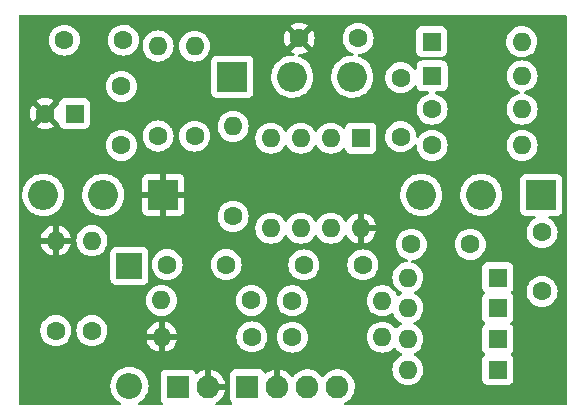
<source format=gbl>
%TF.GenerationSoftware,KiCad,Pcbnew,6.0.0+dfsg1-2*%
%TF.CreationDate,2022-01-11T21:41:46+02:00*%
%TF.ProjectId,wattbreaker,77617474-6272-4656-916b-65722e6b6963,rev?*%
%TF.SameCoordinates,Original*%
%TF.FileFunction,Copper,L2,Bot*%
%TF.FilePolarity,Positive*%
%FSLAX46Y46*%
G04 Gerber Fmt 4.6, Leading zero omitted, Abs format (unit mm)*
G04 Created by KiCad (PCBNEW 6.0.0+dfsg1-2) date 2022-01-11 21:41:46*
%MOMM*%
%LPD*%
G01*
G04 APERTURE LIST*
%TA.AperFunction,ComponentPad*%
%ADD10R,1.600000X1.600000*%
%TD*%
%TA.AperFunction,ComponentPad*%
%ADD11O,1.600000X1.600000*%
%TD*%
%TA.AperFunction,ComponentPad*%
%ADD12C,1.600000*%
%TD*%
%TA.AperFunction,ComponentPad*%
%ADD13R,2.540000X2.540000*%
%TD*%
%TA.AperFunction,ComponentPad*%
%ADD14O,2.540000X2.540000*%
%TD*%
%TA.AperFunction,ComponentPad*%
%ADD15R,2.200000X2.200000*%
%TD*%
%TA.AperFunction,ComponentPad*%
%ADD16O,2.200000X2.200000*%
%TD*%
%TA.AperFunction,ComponentPad*%
%ADD17R,1.930400X1.930400*%
%TD*%
%TA.AperFunction,ComponentPad*%
%ADD18O,1.930400X1.930400*%
%TD*%
%TA.AperFunction,ViaPad*%
%ADD19C,0.800000*%
%TD*%
G04 APERTURE END LIST*
D10*
%TO.P,U1,1*%
%TO.N,Net-(C4-Pad2)*%
X114800000Y-61200000D03*
D11*
%TO.P,U1,2,-*%
%TO.N,Net-(C4-Pad1)*%
X112260000Y-61200000D03*
%TO.P,U1,3,+*%
%TO.N,Net-(C1-Pad2)*%
X109720000Y-61200000D03*
%TO.P,U1,4,V-*%
%TO.N,VCC*%
X107180000Y-61200000D03*
%TO.P,U1,5,+*%
%TO.N,VEE*%
X107180000Y-68820000D03*
%TO.P,U1,6,-*%
%TO.N,Net-(C5-Pad2)*%
X109720000Y-68820000D03*
%TO.P,U1,7*%
%TO.N,Net-(C7-Pad2)*%
X112260000Y-68820000D03*
%TO.P,U1,8,V+*%
%TO.N,GND*%
X114800000Y-68820000D03*
%TD*%
D10*
%TO.P,D5,1,K*%
%TO.N,Net-(D4-Pad2)*%
X126400000Y-75590000D03*
D11*
%TO.P,D5,2,A*%
%TO.N,Net-(D5-Pad2)*%
X118780000Y-75590000D03*
%TD*%
D10*
%TO.P,C6,1*%
%TO.N,VEE*%
X90570000Y-59120000D03*
D12*
%TO.P,C6,2*%
%TO.N,GND*%
X88070000Y-59120000D03*
%TD*%
%TO.P,R8,1*%
%TO.N,VEE*%
X88970000Y-77500000D03*
D11*
%TO.P,R8,2*%
%TO.N,GND*%
X88970000Y-69880000D03*
%TD*%
D13*
%TO.P,RV3,1,1*%
%TO.N,Net-(R11-Pad2)*%
X103920000Y-56000000D03*
D14*
%TO.P,RV3,2,2*%
%TO.N,Net-(C9-Pad1)*%
X109000000Y-56000000D03*
%TO.P,RV3,3,3*%
X114080000Y-56000000D03*
%TD*%
D15*
%TO.P,D3,1,K*%
%TO.N,VCC*%
X95210000Y-72010000D03*
D16*
%TO.P,D3,2,A*%
%TO.N,+9V*%
X95210000Y-82170000D03*
%TD*%
D12*
%TO.P,C2,1*%
%TO.N,Net-(C2-Pad1)*%
X94530000Y-56810000D03*
%TO.P,C2,2*%
%TO.N,VEE*%
X94530000Y-61810000D03*
%TD*%
%TO.P,R4,1*%
%TO.N,Net-(C4-Pad1)*%
X97630000Y-61020000D03*
D11*
%TO.P,R4,2*%
%TO.N,Net-(C3-Pad1)*%
X97630000Y-53400000D03*
%TD*%
D12*
%TO.P,R1,1*%
%TO.N,IN*%
X105575000Y-78025000D03*
D11*
%TO.P,R1,2*%
%TO.N,GND*%
X97955000Y-78025000D03*
%TD*%
D10*
%TO.P,D4,1,K*%
%TO.N,Net-(D4-Pad1)*%
X126400000Y-78200000D03*
D11*
%TO.P,D4,2,A*%
%TO.N,Net-(D4-Pad2)*%
X118780000Y-78200000D03*
%TD*%
D12*
%TO.P,C8,1*%
%TO.N,Net-(C7-Pad2)*%
X124070000Y-70190000D03*
%TO.P,C8,2*%
%TO.N,Net-(C8-Pad2)*%
X119070000Y-70190000D03*
%TD*%
%TO.P,R10,1*%
%TO.N,Net-(C5-Pad2)*%
X109000000Y-74970000D03*
D11*
%TO.P,R10,2*%
%TO.N,Net-(C7-Pad2)*%
X116620000Y-74970000D03*
%TD*%
D12*
%TO.P,C7,1*%
%TO.N,Net-(C5-Pad2)*%
X109975000Y-71925000D03*
%TO.P,C7,2*%
%TO.N,Net-(C7-Pad2)*%
X114975000Y-71925000D03*
%TD*%
%TO.P,R6,1*%
%TO.N,Net-(R6-Pad1)*%
X120830000Y-61810000D03*
D11*
%TO.P,R6,2*%
%TO.N,Net-(C5-Pad1)*%
X128450000Y-61810000D03*
%TD*%
D10*
%TO.P,D2,1,K*%
%TO.N,Net-(C4-Pad1)*%
X120800000Y-53030000D03*
D11*
%TO.P,D2,2,A*%
%TO.N,Net-(C4-Pad2)*%
X128420000Y-53030000D03*
%TD*%
D12*
%TO.P,R5,1*%
%TO.N,Net-(C4-Pad1)*%
X120830000Y-58750000D03*
D11*
%TO.P,R5,2*%
%TO.N,Net-(R5-Pad2)*%
X128450000Y-58750000D03*
%TD*%
D12*
%TO.P,R2,1*%
%TO.N,Net-(C4-Pad1)*%
X100720000Y-61030000D03*
D11*
%TO.P,R2,2*%
%TO.N,Net-(C2-Pad1)*%
X100720000Y-53410000D03*
%TD*%
D12*
%TO.P,R11,1*%
%TO.N,Net-(C8-Pad2)*%
X103990000Y-67820000D03*
D11*
%TO.P,R11,2*%
%TO.N,Net-(R11-Pad2)*%
X103990000Y-60200000D03*
%TD*%
D13*
%TO.P,RV1,1,1*%
%TO.N,Net-(R5-Pad2)*%
X130080000Y-66000000D03*
D14*
%TO.P,RV1,2,2*%
%TO.N,Net-(C4-Pad2)*%
X125000000Y-66000000D03*
%TO.P,RV1,3,3*%
%TO.N,Net-(R6-Pad1)*%
X119920000Y-66000000D03*
%TD*%
D12*
%TO.P,C3,1*%
%TO.N,Net-(C3-Pad1)*%
X94690000Y-52900000D03*
%TO.P,C3,2*%
%TO.N,VEE*%
X89690000Y-52900000D03*
%TD*%
%TO.P,C9,1*%
%TO.N,Net-(C9-Pad1)*%
X114575000Y-52750000D03*
%TO.P,C9,2*%
%TO.N,GND*%
X109575000Y-52750000D03*
%TD*%
%TO.P,R7,1*%
%TO.N,VCC*%
X92030000Y-77500000D03*
D11*
%TO.P,R7,2*%
%TO.N,VEE*%
X92030000Y-69880000D03*
%TD*%
D12*
%TO.P,R9,1*%
%TO.N,Net-(C5-Pad2)*%
X109000000Y-78050000D03*
D11*
%TO.P,R9,2*%
%TO.N,Net-(D4-Pad2)*%
X116620000Y-78050000D03*
%TD*%
D13*
%TO.P,RV2,1,1*%
%TO.N,GND*%
X98080000Y-66000000D03*
D14*
%TO.P,RV2,2,2*%
%TO.N,OUT*%
X93000000Y-66000000D03*
%TO.P,RV2,3,3*%
%TO.N,Net-(C9-Pad1)*%
X87920000Y-66000000D03*
%TD*%
D12*
%TO.P,C5,1*%
%TO.N,Net-(C5-Pad1)*%
X130140000Y-69180000D03*
%TO.P,C5,2*%
%TO.N,Net-(C5-Pad2)*%
X130140000Y-74180000D03*
%TD*%
D10*
%TO.P,D1,1,K*%
%TO.N,Net-(C4-Pad2)*%
X120830000Y-55930000D03*
D11*
%TO.P,D1,2,A*%
%TO.N,Net-(C4-Pad1)*%
X128450000Y-55930000D03*
%TD*%
D10*
%TO.P,D7,1,K*%
%TO.N,Net-(D5-Pad2)*%
X126400000Y-73000000D03*
D11*
%TO.P,D7,2,A*%
%TO.N,Net-(C7-Pad2)*%
X118780000Y-73000000D03*
%TD*%
D10*
%TO.P,D6,1,K*%
%TO.N,Net-(C7-Pad2)*%
X126400000Y-80790000D03*
D11*
%TO.P,D6,2,A*%
%TO.N,Net-(D4-Pad1)*%
X118780000Y-80790000D03*
%TD*%
D12*
%TO.P,C4,1*%
%TO.N,Net-(C4-Pad1)*%
X118170000Y-56070000D03*
%TO.P,C4,2*%
%TO.N,Net-(C4-Pad2)*%
X118170000Y-61070000D03*
%TD*%
D17*
%TO.P,J1,1,Pin_1*%
%TO.N,IN*%
X105190000Y-82250000D03*
D18*
%TO.P,J1,2,Pin_2*%
%TO.N,GND*%
X107730000Y-82250000D03*
%TO.P,J1,3,Pin_3*%
%TO.N,no_connect_23*%
X110270000Y-82250000D03*
%TO.P,J1,4,Pin_4*%
%TO.N,OUT*%
X112810000Y-82250000D03*
%TD*%
D12*
%TO.P,R3,1*%
%TO.N,VEE*%
X105540000Y-74930000D03*
D11*
%TO.P,R3,2*%
%TO.N,Net-(C1-Pad2)*%
X97920000Y-74930000D03*
%TD*%
D12*
%TO.P,C1,1*%
%TO.N,IN*%
X103400000Y-71900000D03*
%TO.P,C1,2*%
%TO.N,Net-(C1-Pad2)*%
X98400000Y-71900000D03*
%TD*%
D17*
%TO.P,J2,1,Pin_1*%
%TO.N,+9V*%
X99315000Y-82275000D03*
D18*
%TO.P,J2,2,Pin_2*%
%TO.N,GND*%
X101855000Y-82275000D03*
%TD*%
D19*
%TO.N,GND*%
X114930000Y-75860000D03*
X123840000Y-55320000D03*
%TD*%
%TA.AperFunction,Conductor*%
%TO.N,GND*%
G36*
X132154121Y-50758002D02*
G01*
X132200614Y-50811658D01*
X132212000Y-50864000D01*
X132212000Y-83691000D01*
X132191998Y-83759121D01*
X132138342Y-83805614D01*
X132086000Y-83817000D01*
X113504915Y-83817000D01*
X113436794Y-83796998D01*
X113390301Y-83743342D01*
X113380197Y-83673068D01*
X113409691Y-83608488D01*
X113449479Y-83577851D01*
X113567184Y-83520188D01*
X113571394Y-83517185D01*
X113571399Y-83517182D01*
X113760259Y-83382469D01*
X113760264Y-83382465D01*
X113764471Y-83379464D01*
X113936126Y-83208408D01*
X113976725Y-83151909D01*
X114074519Y-83015813D01*
X114077537Y-83011613D01*
X114082311Y-83001955D01*
X114182614Y-82799006D01*
X114184908Y-82794365D01*
X114224583Y-82663779D01*
X114253851Y-82567449D01*
X114253852Y-82567443D01*
X114255355Y-82562497D01*
X114286986Y-82322237D01*
X114288751Y-82250000D01*
X114268895Y-82008482D01*
X114209859Y-81773449D01*
X114113228Y-81551215D01*
X114069703Y-81483936D01*
X113984407Y-81352087D01*
X113984405Y-81352084D01*
X113981599Y-81347747D01*
X113818506Y-81168510D01*
X113628328Y-81018317D01*
X113466814Y-80929156D01*
X113420705Y-80903702D01*
X113420702Y-80903701D01*
X113416174Y-80901201D01*
X113257153Y-80844889D01*
X113192613Y-80822034D01*
X113192610Y-80822033D01*
X113187741Y-80820309D01*
X113182652Y-80819402D01*
X113182650Y-80819402D01*
X113083096Y-80801669D01*
X112949163Y-80777812D01*
X112855625Y-80776669D01*
X112712018Y-80774914D01*
X112712016Y-80774914D01*
X112706848Y-80774851D01*
X112467303Y-80811507D01*
X112236961Y-80886794D01*
X112022009Y-80998691D01*
X112017876Y-81001794D01*
X112017873Y-81001796D01*
X111848875Y-81128683D01*
X111828218Y-81144193D01*
X111660795Y-81319392D01*
X111645234Y-81342204D01*
X111590324Y-81387205D01*
X111519799Y-81395376D01*
X111456052Y-81364122D01*
X111442987Y-81349893D01*
X111441599Y-81347747D01*
X111436555Y-81342203D01*
X111281981Y-81172329D01*
X111278506Y-81168510D01*
X111088328Y-81018317D01*
X110926814Y-80929156D01*
X110880705Y-80903702D01*
X110880702Y-80903701D01*
X110876174Y-80901201D01*
X110717153Y-80844889D01*
X110652613Y-80822034D01*
X110652610Y-80822033D01*
X110647741Y-80820309D01*
X110642652Y-80819402D01*
X110642650Y-80819402D01*
X110543096Y-80801669D01*
X110409163Y-80777812D01*
X110315625Y-80776669D01*
X110172018Y-80774914D01*
X110172016Y-80774914D01*
X110166848Y-80774851D01*
X109927303Y-80811507D01*
X109696961Y-80886794D01*
X109482009Y-80998691D01*
X109477876Y-81001794D01*
X109477873Y-81001796D01*
X109308875Y-81128683D01*
X109288218Y-81144193D01*
X109284646Y-81147931D01*
X109172694Y-81265083D01*
X109120795Y-81319392D01*
X109117884Y-81323660D01*
X109117878Y-81323667D01*
X109104935Y-81342640D01*
X109050023Y-81387642D01*
X108979498Y-81395812D01*
X108915751Y-81364556D01*
X108901021Y-81348515D01*
X108897718Y-81344227D01*
X108741641Y-81172700D01*
X108734108Y-81165674D01*
X108552104Y-81021936D01*
X108543532Y-81016240D01*
X108340492Y-80904156D01*
X108331095Y-80899933D01*
X108112480Y-80822518D01*
X108102530Y-80819889D01*
X108001836Y-80801953D01*
X107988540Y-80803412D01*
X107984000Y-80817968D01*
X107984000Y-82378000D01*
X107963998Y-82446121D01*
X107910342Y-82492614D01*
X107858000Y-82504000D01*
X107602000Y-82504000D01*
X107533879Y-82483998D01*
X107487386Y-82430342D01*
X107476000Y-82378000D01*
X107476000Y-80816555D01*
X107472082Y-80803211D01*
X107457806Y-80801224D01*
X107392532Y-80811213D01*
X107382504Y-80813602D01*
X107162073Y-80885650D01*
X107152564Y-80889647D01*
X106946865Y-80996727D01*
X106938140Y-81002221D01*
X106802881Y-81103777D01*
X106736396Y-81128683D01*
X106667001Y-81113691D01*
X106616727Y-81063560D01*
X106609246Y-81047247D01*
X106608967Y-81046503D01*
X106605815Y-81038095D01*
X106518461Y-80921539D01*
X106401905Y-80834185D01*
X106265516Y-80783055D01*
X106203334Y-80776300D01*
X104176666Y-80776300D01*
X104114484Y-80783055D01*
X103978095Y-80834185D01*
X103861539Y-80921539D01*
X103774185Y-81038095D01*
X103723055Y-81174484D01*
X103716300Y-81236666D01*
X103716300Y-83263334D01*
X103723055Y-83325516D01*
X103774185Y-83461905D01*
X103861539Y-83578461D01*
X103877168Y-83590174D01*
X103919683Y-83647032D01*
X103924709Y-83717850D01*
X103890650Y-83780144D01*
X103828319Y-83814135D01*
X103801603Y-83817000D01*
X102599811Y-83817000D01*
X102531690Y-83796998D01*
X102485197Y-83743342D01*
X102475093Y-83673068D01*
X102504587Y-83608488D01*
X102544379Y-83577848D01*
X102607289Y-83547029D01*
X102616134Y-83541756D01*
X102804935Y-83407086D01*
X102812810Y-83400430D01*
X102977083Y-83236730D01*
X102983761Y-83228883D01*
X103119089Y-83040556D01*
X103124398Y-83031719D01*
X103227147Y-82823821D01*
X103230946Y-82814226D01*
X103298360Y-82592343D01*
X103300539Y-82582262D01*
X103305186Y-82546961D01*
X103302975Y-82532779D01*
X103289817Y-82529000D01*
X101727000Y-82529000D01*
X101658879Y-82508998D01*
X101612386Y-82455342D01*
X101601000Y-82403000D01*
X101601000Y-82002885D01*
X102109000Y-82002885D01*
X102113475Y-82018124D01*
X102114865Y-82019329D01*
X102122548Y-82021000D01*
X103292128Y-82021000D01*
X103305659Y-82017027D01*
X103306964Y-82007947D01*
X103255642Y-81803622D01*
X103252324Y-81793874D01*
X103159846Y-81581189D01*
X103154980Y-81572114D01*
X103029012Y-81377398D01*
X103022719Y-81369227D01*
X102866641Y-81197700D01*
X102859108Y-81190674D01*
X102677104Y-81046936D01*
X102668532Y-81041240D01*
X102465492Y-80929156D01*
X102456095Y-80924933D01*
X102237480Y-80847518D01*
X102227530Y-80844889D01*
X102126836Y-80826953D01*
X102113540Y-80828412D01*
X102109000Y-80842968D01*
X102109000Y-82002885D01*
X101601000Y-82002885D01*
X101601000Y-80841555D01*
X101597082Y-80828211D01*
X101582806Y-80826224D01*
X101517532Y-80836213D01*
X101507504Y-80838602D01*
X101287073Y-80910650D01*
X101277564Y-80914647D01*
X101071865Y-81021727D01*
X101063140Y-81027221D01*
X100927881Y-81128777D01*
X100861396Y-81153683D01*
X100792001Y-81138691D01*
X100741727Y-81088560D01*
X100734246Y-81072247D01*
X100733967Y-81071503D01*
X100730815Y-81063095D01*
X100643461Y-80946539D01*
X100526905Y-80859185D01*
X100390516Y-80808055D01*
X100328334Y-80801300D01*
X98301666Y-80801300D01*
X98239484Y-80808055D01*
X98103095Y-80859185D01*
X97986539Y-80946539D01*
X97899185Y-81063095D01*
X97848055Y-81199484D01*
X97841300Y-81261666D01*
X97841300Y-83288334D01*
X97848055Y-83350516D01*
X97899185Y-83486905D01*
X97986539Y-83603461D01*
X97988389Y-83604847D01*
X98020808Y-83664217D01*
X98015743Y-83735032D01*
X97973196Y-83791868D01*
X97906676Y-83816679D01*
X97897687Y-83817000D01*
X96047581Y-83817000D01*
X95979460Y-83796998D01*
X95932967Y-83743342D01*
X95922863Y-83673068D01*
X95952357Y-83608488D01*
X95981746Y-83583567D01*
X95983957Y-83582212D01*
X96158376Y-83475328D01*
X96350898Y-83310898D01*
X96515328Y-83118376D01*
X96647616Y-82902502D01*
X96690486Y-82799006D01*
X96742611Y-82673164D01*
X96742612Y-82673162D01*
X96744505Y-82668591D01*
X96782820Y-82508998D01*
X96802454Y-82427216D01*
X96802455Y-82427210D01*
X96803609Y-82422403D01*
X96823474Y-82170000D01*
X96803609Y-81917597D01*
X96744505Y-81671409D01*
X96729134Y-81634300D01*
X96649511Y-81442072D01*
X96649509Y-81442068D01*
X96647616Y-81437498D01*
X96515328Y-81221624D01*
X96350898Y-81029102D01*
X96158376Y-80864672D01*
X95942502Y-80732384D01*
X95937932Y-80730491D01*
X95937928Y-80730489D01*
X95713164Y-80637389D01*
X95713162Y-80637388D01*
X95708591Y-80635495D01*
X95623968Y-80615179D01*
X95467216Y-80577546D01*
X95467210Y-80577545D01*
X95462403Y-80576391D01*
X95210000Y-80556526D01*
X94957597Y-80576391D01*
X94952790Y-80577545D01*
X94952784Y-80577546D01*
X94796032Y-80615179D01*
X94711409Y-80635495D01*
X94706838Y-80637388D01*
X94706836Y-80637389D01*
X94482072Y-80730489D01*
X94482068Y-80730491D01*
X94477498Y-80732384D01*
X94261624Y-80864672D01*
X94069102Y-81029102D01*
X93904672Y-81221624D01*
X93772384Y-81437498D01*
X93770491Y-81442068D01*
X93770489Y-81442072D01*
X93690866Y-81634300D01*
X93675495Y-81671409D01*
X93616391Y-81917597D01*
X93596526Y-82170000D01*
X93616391Y-82422403D01*
X93617545Y-82427210D01*
X93617546Y-82427216D01*
X93637180Y-82508998D01*
X93675495Y-82668591D01*
X93677388Y-82673162D01*
X93677389Y-82673164D01*
X93729515Y-82799006D01*
X93772384Y-82902502D01*
X93904672Y-83118376D01*
X94069102Y-83310898D01*
X94261624Y-83475328D01*
X94436043Y-83582212D01*
X94438254Y-83583567D01*
X94485885Y-83636215D01*
X94497492Y-83706256D01*
X94469389Y-83771454D01*
X94410499Y-83811108D01*
X94372419Y-83817000D01*
X85954000Y-83817000D01*
X85885879Y-83796998D01*
X85839386Y-83743342D01*
X85828000Y-83691000D01*
X85828000Y-77500000D01*
X87656502Y-77500000D01*
X87676457Y-77728087D01*
X87677881Y-77733400D01*
X87677881Y-77733402D01*
X87700174Y-77816598D01*
X87735716Y-77949243D01*
X87738039Y-77954224D01*
X87738039Y-77954225D01*
X87830151Y-78151762D01*
X87830154Y-78151767D01*
X87832477Y-78156749D01*
X87896097Y-78247607D01*
X87930763Y-78297115D01*
X87963802Y-78344300D01*
X88125700Y-78506198D01*
X88130208Y-78509355D01*
X88130211Y-78509357D01*
X88208389Y-78564098D01*
X88313251Y-78637523D01*
X88318233Y-78639846D01*
X88318238Y-78639849D01*
X88471375Y-78711257D01*
X88520757Y-78734284D01*
X88526065Y-78735706D01*
X88526067Y-78735707D01*
X88736598Y-78792119D01*
X88736600Y-78792119D01*
X88741913Y-78793543D01*
X88970000Y-78813498D01*
X89198087Y-78793543D01*
X89203400Y-78792119D01*
X89203402Y-78792119D01*
X89413933Y-78735707D01*
X89413935Y-78735706D01*
X89419243Y-78734284D01*
X89468625Y-78711257D01*
X89621762Y-78639849D01*
X89621767Y-78639846D01*
X89626749Y-78637523D01*
X89731611Y-78564098D01*
X89809789Y-78509357D01*
X89809792Y-78509355D01*
X89814300Y-78506198D01*
X89976198Y-78344300D01*
X90009238Y-78297115D01*
X90043903Y-78247607D01*
X90107523Y-78156749D01*
X90109846Y-78151767D01*
X90109849Y-78151762D01*
X90201961Y-77954225D01*
X90201961Y-77954224D01*
X90204284Y-77949243D01*
X90239827Y-77816598D01*
X90262119Y-77733402D01*
X90262119Y-77733400D01*
X90263543Y-77728087D01*
X90283498Y-77500000D01*
X90716502Y-77500000D01*
X90736457Y-77728087D01*
X90737881Y-77733400D01*
X90737881Y-77733402D01*
X90760174Y-77816598D01*
X90795716Y-77949243D01*
X90798039Y-77954224D01*
X90798039Y-77954225D01*
X90890151Y-78151762D01*
X90890154Y-78151767D01*
X90892477Y-78156749D01*
X90956097Y-78247607D01*
X90990763Y-78297115D01*
X91023802Y-78344300D01*
X91185700Y-78506198D01*
X91190208Y-78509355D01*
X91190211Y-78509357D01*
X91268389Y-78564098D01*
X91373251Y-78637523D01*
X91378233Y-78639846D01*
X91378238Y-78639849D01*
X91531375Y-78711257D01*
X91580757Y-78734284D01*
X91586065Y-78735706D01*
X91586067Y-78735707D01*
X91796598Y-78792119D01*
X91796600Y-78792119D01*
X91801913Y-78793543D01*
X92030000Y-78813498D01*
X92258087Y-78793543D01*
X92263400Y-78792119D01*
X92263402Y-78792119D01*
X92473933Y-78735707D01*
X92473935Y-78735706D01*
X92479243Y-78734284D01*
X92528625Y-78711257D01*
X92681762Y-78639849D01*
X92681767Y-78639846D01*
X92686749Y-78637523D01*
X92791611Y-78564098D01*
X92869789Y-78509357D01*
X92869792Y-78509355D01*
X92874300Y-78506198D01*
X93036198Y-78344300D01*
X93069238Y-78297115D01*
X93073154Y-78291522D01*
X96672273Y-78291522D01*
X96719764Y-78468761D01*
X96723510Y-78479053D01*
X96815586Y-78676511D01*
X96821069Y-78686007D01*
X96946028Y-78864467D01*
X96953084Y-78872875D01*
X97107125Y-79026916D01*
X97115533Y-79033972D01*
X97293993Y-79158931D01*
X97303489Y-79164414D01*
X97500947Y-79256490D01*
X97511239Y-79260236D01*
X97683503Y-79306394D01*
X97697599Y-79306058D01*
X97701000Y-79298116D01*
X97701000Y-79292967D01*
X98209000Y-79292967D01*
X98212973Y-79306498D01*
X98221522Y-79307727D01*
X98398761Y-79260236D01*
X98409053Y-79256490D01*
X98606511Y-79164414D01*
X98616007Y-79158931D01*
X98794467Y-79033972D01*
X98802875Y-79026916D01*
X98956916Y-78872875D01*
X98963972Y-78864467D01*
X99088931Y-78686007D01*
X99094414Y-78676511D01*
X99186490Y-78479053D01*
X99190236Y-78468761D01*
X99236394Y-78296497D01*
X99236058Y-78282401D01*
X99228116Y-78279000D01*
X98227115Y-78279000D01*
X98211876Y-78283475D01*
X98210671Y-78284865D01*
X98209000Y-78292548D01*
X98209000Y-79292967D01*
X97701000Y-79292967D01*
X97701000Y-78297115D01*
X97696525Y-78281876D01*
X97695135Y-78280671D01*
X97687452Y-78279000D01*
X96687033Y-78279000D01*
X96673502Y-78282973D01*
X96672273Y-78291522D01*
X93073154Y-78291522D01*
X93103903Y-78247607D01*
X93167523Y-78156749D01*
X93169846Y-78151767D01*
X93169849Y-78151762D01*
X93228958Y-78025000D01*
X104261502Y-78025000D01*
X104281457Y-78253087D01*
X104282881Y-78258400D01*
X104282881Y-78258402D01*
X104329773Y-78433402D01*
X104340716Y-78474243D01*
X104343039Y-78479224D01*
X104343039Y-78479225D01*
X104435151Y-78676762D01*
X104435154Y-78676767D01*
X104437477Y-78681749D01*
X104458139Y-78711257D01*
X104560014Y-78856749D01*
X104568802Y-78869300D01*
X104730700Y-79031198D01*
X104735208Y-79034355D01*
X104735211Y-79034357D01*
X104770915Y-79059357D01*
X104918251Y-79162523D01*
X104923233Y-79164846D01*
X104923238Y-79164849D01*
X105119765Y-79256490D01*
X105125757Y-79259284D01*
X105131065Y-79260706D01*
X105131067Y-79260707D01*
X105341598Y-79317119D01*
X105341600Y-79317119D01*
X105346913Y-79318543D01*
X105575000Y-79338498D01*
X105803087Y-79318543D01*
X105808400Y-79317119D01*
X105808402Y-79317119D01*
X106018933Y-79260707D01*
X106018935Y-79260706D01*
X106024243Y-79259284D01*
X106030235Y-79256490D01*
X106226762Y-79164849D01*
X106226767Y-79164846D01*
X106231749Y-79162523D01*
X106379085Y-79059357D01*
X106414789Y-79034357D01*
X106414792Y-79034355D01*
X106419300Y-79031198D01*
X106581198Y-78869300D01*
X106589987Y-78856749D01*
X106691861Y-78711257D01*
X106712523Y-78681749D01*
X106714846Y-78676767D01*
X106714849Y-78676762D01*
X106806961Y-78479225D01*
X106806961Y-78479224D01*
X106809284Y-78474243D01*
X106820228Y-78433402D01*
X106867119Y-78258402D01*
X106867119Y-78258400D01*
X106868543Y-78253087D01*
X106886311Y-78050000D01*
X107686502Y-78050000D01*
X107706457Y-78278087D01*
X107707881Y-78283400D01*
X107707881Y-78283402D01*
X107746650Y-78428087D01*
X107765716Y-78499243D01*
X107768039Y-78504224D01*
X107768039Y-78504225D01*
X107860151Y-78701762D01*
X107860154Y-78701767D01*
X107862477Y-78706749D01*
X107882754Y-78735707D01*
X107976297Y-78869300D01*
X107993802Y-78894300D01*
X108155700Y-79056198D01*
X108160208Y-79059355D01*
X108160211Y-79059357D01*
X108221769Y-79102460D01*
X108343251Y-79187523D01*
X108348233Y-79189846D01*
X108348238Y-79189849D01*
X108545775Y-79281961D01*
X108550757Y-79284284D01*
X108556065Y-79285706D01*
X108556067Y-79285707D01*
X108766598Y-79342119D01*
X108766600Y-79342119D01*
X108771913Y-79343543D01*
X109000000Y-79363498D01*
X109228087Y-79343543D01*
X109233400Y-79342119D01*
X109233402Y-79342119D01*
X109443933Y-79285707D01*
X109443935Y-79285706D01*
X109449243Y-79284284D01*
X109454225Y-79281961D01*
X109651762Y-79189849D01*
X109651767Y-79189846D01*
X109656749Y-79187523D01*
X109778231Y-79102460D01*
X109839789Y-79059357D01*
X109839792Y-79059355D01*
X109844300Y-79056198D01*
X110006198Y-78894300D01*
X110023704Y-78869300D01*
X110117246Y-78735707D01*
X110137523Y-78706749D01*
X110139846Y-78701767D01*
X110139849Y-78701762D01*
X110231961Y-78504225D01*
X110231961Y-78504224D01*
X110234284Y-78499243D01*
X110253351Y-78428087D01*
X110292119Y-78283402D01*
X110292119Y-78283400D01*
X110293543Y-78278087D01*
X110313498Y-78050000D01*
X115306502Y-78050000D01*
X115326457Y-78278087D01*
X115327881Y-78283400D01*
X115327881Y-78283402D01*
X115366650Y-78428087D01*
X115385716Y-78499243D01*
X115388039Y-78504224D01*
X115388039Y-78504225D01*
X115480151Y-78701762D01*
X115480154Y-78701767D01*
X115482477Y-78706749D01*
X115502754Y-78735707D01*
X115596297Y-78869300D01*
X115613802Y-78894300D01*
X115775700Y-79056198D01*
X115780208Y-79059355D01*
X115780211Y-79059357D01*
X115841769Y-79102460D01*
X115963251Y-79187523D01*
X115968233Y-79189846D01*
X115968238Y-79189849D01*
X116165775Y-79281961D01*
X116170757Y-79284284D01*
X116176065Y-79285706D01*
X116176067Y-79285707D01*
X116386598Y-79342119D01*
X116386600Y-79342119D01*
X116391913Y-79343543D01*
X116620000Y-79363498D01*
X116848087Y-79343543D01*
X116853400Y-79342119D01*
X116853402Y-79342119D01*
X117063933Y-79285707D01*
X117063935Y-79285706D01*
X117069243Y-79284284D01*
X117074225Y-79281961D01*
X117271762Y-79189849D01*
X117271767Y-79189846D01*
X117276749Y-79187523D01*
X117398231Y-79102460D01*
X117459789Y-79059357D01*
X117459792Y-79059355D01*
X117464300Y-79056198D01*
X117545058Y-78975440D01*
X117607370Y-78941414D01*
X117678185Y-78946479D01*
X117737366Y-78992264D01*
X117761630Y-79026916D01*
X117773802Y-79044300D01*
X117935700Y-79206198D01*
X117940208Y-79209355D01*
X117940211Y-79209357D01*
X117981542Y-79238297D01*
X118123251Y-79337523D01*
X118128233Y-79339846D01*
X118128238Y-79339849D01*
X118216070Y-79380805D01*
X118269355Y-79427722D01*
X118288816Y-79495999D01*
X118268274Y-79563959D01*
X118216070Y-79609195D01*
X118128238Y-79650151D01*
X118128233Y-79650154D01*
X118123251Y-79652477D01*
X118018389Y-79725902D01*
X117940211Y-79780643D01*
X117940208Y-79780645D01*
X117935700Y-79783802D01*
X117773802Y-79945700D01*
X117642477Y-80133251D01*
X117640154Y-80138233D01*
X117640151Y-80138238D01*
X117548039Y-80335775D01*
X117545716Y-80340757D01*
X117486457Y-80561913D01*
X117466502Y-80790000D01*
X117486457Y-81018087D01*
X117487881Y-81023400D01*
X117487881Y-81023402D01*
X117537168Y-81207340D01*
X117545716Y-81239243D01*
X117548039Y-81244224D01*
X117548039Y-81244225D01*
X117640151Y-81441762D01*
X117640154Y-81441767D01*
X117642477Y-81446749D01*
X117773802Y-81634300D01*
X117935700Y-81796198D01*
X117940208Y-81799355D01*
X117940211Y-81799357D01*
X117981542Y-81828297D01*
X118123251Y-81927523D01*
X118128233Y-81929846D01*
X118128238Y-81929849D01*
X118320131Y-82019329D01*
X118330757Y-82024284D01*
X118336065Y-82025706D01*
X118336067Y-82025707D01*
X118546598Y-82082119D01*
X118546600Y-82082119D01*
X118551913Y-82083543D01*
X118780000Y-82103498D01*
X119008087Y-82083543D01*
X119013400Y-82082119D01*
X119013402Y-82082119D01*
X119223933Y-82025707D01*
X119223935Y-82025706D01*
X119229243Y-82024284D01*
X119239869Y-82019329D01*
X119431762Y-81929849D01*
X119431767Y-81929846D01*
X119436749Y-81927523D01*
X119578458Y-81828297D01*
X119619789Y-81799357D01*
X119619792Y-81799355D01*
X119624300Y-81796198D01*
X119782364Y-81638134D01*
X125091500Y-81638134D01*
X125098255Y-81700316D01*
X125149385Y-81836705D01*
X125236739Y-81953261D01*
X125353295Y-82040615D01*
X125489684Y-82091745D01*
X125551866Y-82098500D01*
X127248134Y-82098500D01*
X127310316Y-82091745D01*
X127446705Y-82040615D01*
X127563261Y-81953261D01*
X127650615Y-81836705D01*
X127701745Y-81700316D01*
X127708500Y-81638134D01*
X127708500Y-79941866D01*
X127701745Y-79879684D01*
X127650615Y-79743295D01*
X127563261Y-79626739D01*
X127522014Y-79595826D01*
X127479499Y-79538967D01*
X127474473Y-79468148D01*
X127508533Y-79405855D01*
X127522014Y-79394174D01*
X127556080Y-79368643D01*
X127556081Y-79368642D01*
X127563261Y-79363261D01*
X127650615Y-79246705D01*
X127701745Y-79110316D01*
X127708500Y-79048134D01*
X127708500Y-77351866D01*
X127701745Y-77289684D01*
X127650615Y-77153295D01*
X127563261Y-77036739D01*
X127508671Y-76995826D01*
X127466156Y-76938967D01*
X127461130Y-76868148D01*
X127495190Y-76805855D01*
X127508671Y-76794174D01*
X127556081Y-76758642D01*
X127563261Y-76753261D01*
X127650615Y-76636705D01*
X127701745Y-76500316D01*
X127708500Y-76438134D01*
X127708500Y-74741866D01*
X127701745Y-74679684D01*
X127650615Y-74543295D01*
X127563261Y-74426739D01*
X127522014Y-74395826D01*
X127479499Y-74338967D01*
X127474473Y-74268148D01*
X127508533Y-74205855D01*
X127522014Y-74194174D01*
X127540926Y-74180000D01*
X128826502Y-74180000D01*
X128846457Y-74408087D01*
X128847881Y-74413400D01*
X128847881Y-74413402D01*
X128892694Y-74580643D01*
X128905716Y-74629243D01*
X128908039Y-74634224D01*
X128908039Y-74634225D01*
X129000151Y-74831762D01*
X129000154Y-74831767D01*
X129002477Y-74836749D01*
X129005634Y-74841257D01*
X129095781Y-74970000D01*
X129133802Y-75024300D01*
X129295700Y-75186198D01*
X129300208Y-75189355D01*
X129300211Y-75189357D01*
X129378389Y-75244098D01*
X129483251Y-75317523D01*
X129488233Y-75319846D01*
X129488238Y-75319849D01*
X129685775Y-75411961D01*
X129690757Y-75414284D01*
X129696065Y-75415706D01*
X129696067Y-75415707D01*
X129906598Y-75472119D01*
X129906600Y-75472119D01*
X129911913Y-75473543D01*
X130140000Y-75493498D01*
X130368087Y-75473543D01*
X130373400Y-75472119D01*
X130373402Y-75472119D01*
X130583933Y-75415707D01*
X130583935Y-75415706D01*
X130589243Y-75414284D01*
X130594225Y-75411961D01*
X130791762Y-75319849D01*
X130791767Y-75319846D01*
X130796749Y-75317523D01*
X130901611Y-75244098D01*
X130979789Y-75189357D01*
X130979792Y-75189355D01*
X130984300Y-75186198D01*
X131146198Y-75024300D01*
X131184220Y-74970000D01*
X131274366Y-74841257D01*
X131277523Y-74836749D01*
X131279846Y-74831767D01*
X131279849Y-74831762D01*
X131371961Y-74634225D01*
X131371961Y-74634224D01*
X131374284Y-74629243D01*
X131387307Y-74580643D01*
X131432119Y-74413402D01*
X131432119Y-74413400D01*
X131433543Y-74408087D01*
X131453498Y-74180000D01*
X131433543Y-73951913D01*
X131374284Y-73730757D01*
X131371961Y-73725775D01*
X131279849Y-73528238D01*
X131279846Y-73528233D01*
X131277523Y-73523251D01*
X131146198Y-73335700D01*
X130984300Y-73173802D01*
X130979792Y-73170645D01*
X130979789Y-73170643D01*
X130828699Y-73064849D01*
X130796749Y-73042477D01*
X130791767Y-73040154D01*
X130791762Y-73040151D01*
X130594225Y-72948039D01*
X130594224Y-72948039D01*
X130589243Y-72945716D01*
X130583935Y-72944294D01*
X130583933Y-72944293D01*
X130373402Y-72887881D01*
X130373400Y-72887881D01*
X130368087Y-72886457D01*
X130140000Y-72866502D01*
X129911913Y-72886457D01*
X129906600Y-72887881D01*
X129906598Y-72887881D01*
X129696067Y-72944293D01*
X129696065Y-72944294D01*
X129690757Y-72945716D01*
X129685776Y-72948039D01*
X129685775Y-72948039D01*
X129488238Y-73040151D01*
X129488233Y-73040154D01*
X129483251Y-73042477D01*
X129451301Y-73064849D01*
X129300211Y-73170643D01*
X129300208Y-73170645D01*
X129295700Y-73173802D01*
X129133802Y-73335700D01*
X129002477Y-73523251D01*
X129000154Y-73528233D01*
X129000151Y-73528238D01*
X128908039Y-73725775D01*
X128905716Y-73730757D01*
X128846457Y-73951913D01*
X128826502Y-74180000D01*
X127540926Y-74180000D01*
X127556080Y-74168643D01*
X127556081Y-74168642D01*
X127563261Y-74163261D01*
X127650615Y-74046705D01*
X127701745Y-73910316D01*
X127708500Y-73848134D01*
X127708500Y-72151866D01*
X127701745Y-72089684D01*
X127650615Y-71953295D01*
X127563261Y-71836739D01*
X127446705Y-71749385D01*
X127310316Y-71698255D01*
X127248134Y-71691500D01*
X125551866Y-71691500D01*
X125489684Y-71698255D01*
X125353295Y-71749385D01*
X125236739Y-71836739D01*
X125149385Y-71953295D01*
X125098255Y-72089684D01*
X125091500Y-72151866D01*
X125091500Y-73848134D01*
X125098255Y-73910316D01*
X125149385Y-74046705D01*
X125236739Y-74163261D01*
X125243919Y-74168642D01*
X125243920Y-74168643D01*
X125277986Y-74194174D01*
X125320501Y-74251033D01*
X125325527Y-74321852D01*
X125291467Y-74384145D01*
X125277986Y-74395826D01*
X125236739Y-74426739D01*
X125149385Y-74543295D01*
X125098255Y-74679684D01*
X125091500Y-74741866D01*
X125091500Y-76438134D01*
X125098255Y-76500316D01*
X125149385Y-76636705D01*
X125236739Y-76753261D01*
X125243919Y-76758642D01*
X125291329Y-76794174D01*
X125333844Y-76851033D01*
X125338870Y-76921852D01*
X125304810Y-76984145D01*
X125291329Y-76995826D01*
X125236739Y-77036739D01*
X125149385Y-77153295D01*
X125098255Y-77289684D01*
X125091500Y-77351866D01*
X125091500Y-79048134D01*
X125098255Y-79110316D01*
X125149385Y-79246705D01*
X125236739Y-79363261D01*
X125243919Y-79368642D01*
X125243920Y-79368643D01*
X125277986Y-79394174D01*
X125320501Y-79451033D01*
X125325527Y-79521852D01*
X125291467Y-79584145D01*
X125277986Y-79595826D01*
X125236739Y-79626739D01*
X125149385Y-79743295D01*
X125098255Y-79879684D01*
X125091500Y-79941866D01*
X125091500Y-81638134D01*
X119782364Y-81638134D01*
X119786198Y-81634300D01*
X119917523Y-81446749D01*
X119919846Y-81441767D01*
X119919849Y-81441762D01*
X120011961Y-81244225D01*
X120011961Y-81244224D01*
X120014284Y-81239243D01*
X120022833Y-81207340D01*
X120072119Y-81023402D01*
X120072119Y-81023400D01*
X120073543Y-81018087D01*
X120093498Y-80790000D01*
X120073543Y-80561913D01*
X120014284Y-80340757D01*
X120011961Y-80335775D01*
X119919849Y-80138238D01*
X119919846Y-80138233D01*
X119917523Y-80133251D01*
X119786198Y-79945700D01*
X119624300Y-79783802D01*
X119619792Y-79780645D01*
X119619789Y-79780643D01*
X119541611Y-79725902D01*
X119436749Y-79652477D01*
X119431767Y-79650154D01*
X119431762Y-79650151D01*
X119343930Y-79609195D01*
X119290645Y-79562278D01*
X119271184Y-79494001D01*
X119291726Y-79426041D01*
X119343930Y-79380805D01*
X119431762Y-79339849D01*
X119431767Y-79339846D01*
X119436749Y-79337523D01*
X119578458Y-79238297D01*
X119619789Y-79209357D01*
X119619792Y-79209355D01*
X119624300Y-79206198D01*
X119786198Y-79044300D01*
X119793161Y-79034357D01*
X119858240Y-78941414D01*
X119917523Y-78856749D01*
X119919846Y-78851767D01*
X119919849Y-78851762D01*
X120011961Y-78654225D01*
X120011961Y-78654224D01*
X120014284Y-78649243D01*
X120017425Y-78637523D01*
X120072119Y-78433402D01*
X120072119Y-78433400D01*
X120073543Y-78428087D01*
X120093498Y-78200000D01*
X120073543Y-77971913D01*
X120072119Y-77966598D01*
X120015707Y-77756067D01*
X120015706Y-77756065D01*
X120014284Y-77750757D01*
X120001158Y-77722607D01*
X119919849Y-77548238D01*
X119919846Y-77548233D01*
X119917523Y-77543251D01*
X119809335Y-77388743D01*
X119789357Y-77360211D01*
X119789355Y-77360208D01*
X119786198Y-77355700D01*
X119624300Y-77193802D01*
X119619792Y-77190645D01*
X119619789Y-77190643D01*
X119541611Y-77135902D01*
X119436749Y-77062477D01*
X119431767Y-77060154D01*
X119431762Y-77060151D01*
X119322485Y-77009195D01*
X119269200Y-76962278D01*
X119249739Y-76894001D01*
X119270281Y-76826041D01*
X119322485Y-76780805D01*
X119431762Y-76729849D01*
X119431767Y-76729846D01*
X119436749Y-76727523D01*
X119578458Y-76628297D01*
X119619789Y-76599357D01*
X119619792Y-76599355D01*
X119624300Y-76596198D01*
X119786198Y-76434300D01*
X119917523Y-76246749D01*
X119919846Y-76241767D01*
X119919849Y-76241762D01*
X120011961Y-76044225D01*
X120011961Y-76044224D01*
X120014284Y-76039243D01*
X120016904Y-76029467D01*
X120072119Y-75823402D01*
X120072119Y-75823400D01*
X120073543Y-75818087D01*
X120093498Y-75590000D01*
X120073543Y-75361913D01*
X120028177Y-75192607D01*
X120015707Y-75146067D01*
X120015706Y-75146065D01*
X120014284Y-75140757D01*
X119957876Y-75019789D01*
X119919849Y-74938238D01*
X119919846Y-74938233D01*
X119917523Y-74933251D01*
X119786198Y-74745700D01*
X119624300Y-74583802D01*
X119619792Y-74580645D01*
X119619789Y-74580643D01*
X119484720Y-74486067D01*
X119436749Y-74452477D01*
X119431767Y-74450154D01*
X119431762Y-74450151D01*
X119343930Y-74409195D01*
X119290645Y-74362278D01*
X119271184Y-74294001D01*
X119291726Y-74226041D01*
X119343930Y-74180805D01*
X119431762Y-74139849D01*
X119431767Y-74139846D01*
X119436749Y-74137523D01*
X119578458Y-74038297D01*
X119619789Y-74009357D01*
X119619792Y-74009355D01*
X119624300Y-74006198D01*
X119786198Y-73844300D01*
X119796106Y-73830151D01*
X119861984Y-73736067D01*
X119917523Y-73656749D01*
X119919846Y-73651767D01*
X119919849Y-73651762D01*
X120011961Y-73454225D01*
X120011961Y-73454224D01*
X120014284Y-73449243D01*
X120070754Y-73238498D01*
X120072119Y-73233402D01*
X120072119Y-73233400D01*
X120073543Y-73228087D01*
X120093498Y-73000000D01*
X120073543Y-72771913D01*
X120066144Y-72744300D01*
X120015707Y-72556067D01*
X120015706Y-72556065D01*
X120014284Y-72550757D01*
X119929499Y-72368933D01*
X119919849Y-72348238D01*
X119919846Y-72348233D01*
X119917523Y-72343251D01*
X119786198Y-72155700D01*
X119624300Y-71993802D01*
X119619792Y-71990645D01*
X119619789Y-71990643D01*
X119482518Y-71894525D01*
X119436749Y-71862477D01*
X119431767Y-71860154D01*
X119431762Y-71860151D01*
X119234225Y-71768039D01*
X119234224Y-71768039D01*
X119229243Y-71765716D01*
X119223936Y-71764294D01*
X119223925Y-71764290D01*
X119142549Y-71742485D01*
X119081927Y-71705534D01*
X119050905Y-71641673D01*
X119059335Y-71571178D01*
X119104538Y-71516432D01*
X119164179Y-71495258D01*
X119216689Y-71490664D01*
X119292606Y-71484023D01*
X119292611Y-71484022D01*
X119298087Y-71483543D01*
X119303400Y-71482119D01*
X119303402Y-71482119D01*
X119513933Y-71425707D01*
X119513935Y-71425706D01*
X119519243Y-71424284D01*
X119524225Y-71421961D01*
X119721762Y-71329849D01*
X119721767Y-71329846D01*
X119726749Y-71327523D01*
X119853540Y-71238743D01*
X119909789Y-71199357D01*
X119909792Y-71199355D01*
X119914300Y-71196198D01*
X120076198Y-71034300D01*
X120086622Y-71019414D01*
X120182629Y-70882301D01*
X120207523Y-70846749D01*
X120209846Y-70841767D01*
X120209849Y-70841762D01*
X120301961Y-70644225D01*
X120301961Y-70644224D01*
X120304284Y-70639243D01*
X120312688Y-70607881D01*
X120362119Y-70423402D01*
X120362119Y-70423400D01*
X120363543Y-70418087D01*
X120383498Y-70190000D01*
X122756502Y-70190000D01*
X122776457Y-70418087D01*
X122777881Y-70423400D01*
X122777881Y-70423402D01*
X122827313Y-70607881D01*
X122835716Y-70639243D01*
X122838039Y-70644224D01*
X122838039Y-70644225D01*
X122930151Y-70841762D01*
X122930154Y-70841767D01*
X122932477Y-70846749D01*
X122957371Y-70882301D01*
X123053379Y-71019414D01*
X123063802Y-71034300D01*
X123225700Y-71196198D01*
X123230208Y-71199355D01*
X123230211Y-71199357D01*
X123286460Y-71238743D01*
X123413251Y-71327523D01*
X123418233Y-71329846D01*
X123418238Y-71329849D01*
X123615775Y-71421961D01*
X123620757Y-71424284D01*
X123626065Y-71425706D01*
X123626067Y-71425707D01*
X123836598Y-71482119D01*
X123836600Y-71482119D01*
X123841913Y-71483543D01*
X124070000Y-71503498D01*
X124298087Y-71483543D01*
X124303400Y-71482119D01*
X124303402Y-71482119D01*
X124513933Y-71425707D01*
X124513935Y-71425706D01*
X124519243Y-71424284D01*
X124524225Y-71421961D01*
X124721762Y-71329849D01*
X124721767Y-71329846D01*
X124726749Y-71327523D01*
X124853540Y-71238743D01*
X124909789Y-71199357D01*
X124909792Y-71199355D01*
X124914300Y-71196198D01*
X125076198Y-71034300D01*
X125086622Y-71019414D01*
X125182629Y-70882301D01*
X125207523Y-70846749D01*
X125209846Y-70841767D01*
X125209849Y-70841762D01*
X125301961Y-70644225D01*
X125301961Y-70644224D01*
X125304284Y-70639243D01*
X125312688Y-70607881D01*
X125362119Y-70423402D01*
X125362119Y-70423400D01*
X125363543Y-70418087D01*
X125383498Y-70190000D01*
X125363543Y-69961913D01*
X125361404Y-69953931D01*
X125305707Y-69746067D01*
X125305706Y-69746065D01*
X125304284Y-69740757D01*
X125268632Y-69664300D01*
X125209849Y-69538238D01*
X125209846Y-69538233D01*
X125207523Y-69533251D01*
X125089570Y-69364797D01*
X125079357Y-69350211D01*
X125079355Y-69350208D01*
X125076198Y-69345700D01*
X124914300Y-69183802D01*
X124909792Y-69180645D01*
X124909789Y-69180643D01*
X124765863Y-69079865D01*
X124726749Y-69052477D01*
X124721767Y-69050154D01*
X124721762Y-69050151D01*
X124524225Y-68958039D01*
X124524224Y-68958039D01*
X124519243Y-68955716D01*
X124513935Y-68954294D01*
X124513933Y-68954293D01*
X124303402Y-68897881D01*
X124303400Y-68897881D01*
X124298087Y-68896457D01*
X124070000Y-68876502D01*
X123841913Y-68896457D01*
X123836600Y-68897881D01*
X123836598Y-68897881D01*
X123626067Y-68954293D01*
X123626065Y-68954294D01*
X123620757Y-68955716D01*
X123615776Y-68958039D01*
X123615775Y-68958039D01*
X123418238Y-69050151D01*
X123418233Y-69050154D01*
X123413251Y-69052477D01*
X123374137Y-69079865D01*
X123230211Y-69180643D01*
X123230208Y-69180645D01*
X123225700Y-69183802D01*
X123063802Y-69345700D01*
X123060645Y-69350208D01*
X123060643Y-69350211D01*
X123050430Y-69364797D01*
X122932477Y-69533251D01*
X122930154Y-69538233D01*
X122930151Y-69538238D01*
X122871368Y-69664300D01*
X122835716Y-69740757D01*
X122834294Y-69746065D01*
X122834293Y-69746067D01*
X122778596Y-69953931D01*
X122776457Y-69961913D01*
X122756502Y-70190000D01*
X120383498Y-70190000D01*
X120363543Y-69961913D01*
X120361404Y-69953931D01*
X120305707Y-69746067D01*
X120305706Y-69746065D01*
X120304284Y-69740757D01*
X120268632Y-69664300D01*
X120209849Y-69538238D01*
X120209846Y-69538233D01*
X120207523Y-69533251D01*
X120089570Y-69364797D01*
X120079357Y-69350211D01*
X120079355Y-69350208D01*
X120076198Y-69345700D01*
X119914300Y-69183802D01*
X119909792Y-69180645D01*
X119909789Y-69180643D01*
X119765863Y-69079865D01*
X119726749Y-69052477D01*
X119721767Y-69050154D01*
X119721762Y-69050151D01*
X119524225Y-68958039D01*
X119524224Y-68958039D01*
X119519243Y-68955716D01*
X119513935Y-68954294D01*
X119513933Y-68954293D01*
X119303402Y-68897881D01*
X119303400Y-68897881D01*
X119298087Y-68896457D01*
X119070000Y-68876502D01*
X118841913Y-68896457D01*
X118836600Y-68897881D01*
X118836598Y-68897881D01*
X118626067Y-68954293D01*
X118626065Y-68954294D01*
X118620757Y-68955716D01*
X118615776Y-68958039D01*
X118615775Y-68958039D01*
X118418238Y-69050151D01*
X118418233Y-69050154D01*
X118413251Y-69052477D01*
X118374137Y-69079865D01*
X118230211Y-69180643D01*
X118230208Y-69180645D01*
X118225700Y-69183802D01*
X118063802Y-69345700D01*
X118060645Y-69350208D01*
X118060643Y-69350211D01*
X118050430Y-69364797D01*
X117932477Y-69533251D01*
X117930154Y-69538233D01*
X117930151Y-69538238D01*
X117871368Y-69664300D01*
X117835716Y-69740757D01*
X117834294Y-69746065D01*
X117834293Y-69746067D01*
X117778596Y-69953931D01*
X117776457Y-69961913D01*
X117756502Y-70190000D01*
X117776457Y-70418087D01*
X117777881Y-70423400D01*
X117777881Y-70423402D01*
X117827313Y-70607881D01*
X117835716Y-70639243D01*
X117838039Y-70644224D01*
X117838039Y-70644225D01*
X117930151Y-70841762D01*
X117930154Y-70841767D01*
X117932477Y-70846749D01*
X117957371Y-70882301D01*
X118053379Y-71019414D01*
X118063802Y-71034300D01*
X118225700Y-71196198D01*
X118230208Y-71199355D01*
X118230211Y-71199357D01*
X118286460Y-71238743D01*
X118413251Y-71327523D01*
X118418233Y-71329846D01*
X118418238Y-71329849D01*
X118615775Y-71421961D01*
X118620757Y-71424284D01*
X118626064Y-71425706D01*
X118626075Y-71425710D01*
X118707451Y-71447515D01*
X118768073Y-71484466D01*
X118799095Y-71548327D01*
X118790665Y-71618822D01*
X118745462Y-71673568D01*
X118685821Y-71694742D01*
X118633311Y-71699336D01*
X118557394Y-71705977D01*
X118557389Y-71705978D01*
X118551913Y-71706457D01*
X118546600Y-71707881D01*
X118546598Y-71707881D01*
X118336067Y-71764293D01*
X118336065Y-71764294D01*
X118330757Y-71765716D01*
X118325776Y-71768039D01*
X118325775Y-71768039D01*
X118128238Y-71860151D01*
X118128233Y-71860154D01*
X118123251Y-71862477D01*
X118077482Y-71894525D01*
X117940211Y-71990643D01*
X117940208Y-71990645D01*
X117935700Y-71993802D01*
X117773802Y-72155700D01*
X117642477Y-72343251D01*
X117640154Y-72348233D01*
X117640151Y-72348238D01*
X117630501Y-72368933D01*
X117545716Y-72550757D01*
X117544294Y-72556065D01*
X117544293Y-72556067D01*
X117493856Y-72744300D01*
X117486457Y-72771913D01*
X117466502Y-73000000D01*
X117486457Y-73228087D01*
X117487881Y-73233400D01*
X117487881Y-73233402D01*
X117489247Y-73238498D01*
X117545716Y-73449243D01*
X117548039Y-73454224D01*
X117548039Y-73454225D01*
X117640151Y-73651762D01*
X117640154Y-73651767D01*
X117642477Y-73656749D01*
X117698016Y-73736067D01*
X117763895Y-73830151D01*
X117773802Y-73844300D01*
X117935700Y-74006198D01*
X117940208Y-74009355D01*
X117940211Y-74009357D01*
X117981542Y-74038297D01*
X118123251Y-74137523D01*
X118128233Y-74139846D01*
X118128238Y-74139849D01*
X118216070Y-74180805D01*
X118269355Y-74227722D01*
X118288816Y-74295999D01*
X118268274Y-74363959D01*
X118216070Y-74409195D01*
X118128238Y-74450151D01*
X118128233Y-74450154D01*
X118123251Y-74452477D01*
X118118743Y-74455633D01*
X118118737Y-74455637D01*
X118019490Y-74525130D01*
X117952216Y-74547818D01*
X117883356Y-74530533D01*
X117833025Y-74475167D01*
X117781168Y-74363959D01*
X117757523Y-74313251D01*
X117664783Y-74180805D01*
X117629357Y-74130211D01*
X117629355Y-74130208D01*
X117626198Y-74125700D01*
X117464300Y-73963802D01*
X117459792Y-73960645D01*
X117459789Y-73960643D01*
X117376695Y-73902460D01*
X117276749Y-73832477D01*
X117271767Y-73830154D01*
X117271762Y-73830151D01*
X117074225Y-73738039D01*
X117074224Y-73738039D01*
X117069243Y-73735716D01*
X117063935Y-73734294D01*
X117063933Y-73734293D01*
X116853402Y-73677881D01*
X116853400Y-73677881D01*
X116848087Y-73676457D01*
X116620000Y-73656502D01*
X116391913Y-73676457D01*
X116386600Y-73677881D01*
X116386598Y-73677881D01*
X116176067Y-73734293D01*
X116176065Y-73734294D01*
X116170757Y-73735716D01*
X116165776Y-73738039D01*
X116165775Y-73738039D01*
X115968238Y-73830151D01*
X115968233Y-73830154D01*
X115963251Y-73832477D01*
X115863305Y-73902460D01*
X115780211Y-73960643D01*
X115780208Y-73960645D01*
X115775700Y-73963802D01*
X115613802Y-74125700D01*
X115610645Y-74130208D01*
X115610643Y-74130211D01*
X115575217Y-74180805D01*
X115482477Y-74313251D01*
X115480154Y-74318233D01*
X115480151Y-74318238D01*
X115429557Y-74426739D01*
X115385716Y-74520757D01*
X115384294Y-74526065D01*
X115384293Y-74526067D01*
X115345114Y-74672285D01*
X115326457Y-74741913D01*
X115306502Y-74970000D01*
X115326457Y-75198087D01*
X115385716Y-75419243D01*
X115388039Y-75424224D01*
X115388039Y-75424225D01*
X115480151Y-75621762D01*
X115480154Y-75621767D01*
X115482477Y-75626749D01*
X115485634Y-75631257D01*
X115585794Y-75774300D01*
X115613802Y-75814300D01*
X115775700Y-75976198D01*
X115780208Y-75979355D01*
X115780211Y-75979357D01*
X115827090Y-76012182D01*
X115963251Y-76107523D01*
X115968233Y-76109846D01*
X115968238Y-76109849D01*
X116132623Y-76186502D01*
X116170757Y-76204284D01*
X116176065Y-76205706D01*
X116176067Y-76205707D01*
X116386598Y-76262119D01*
X116386600Y-76262119D01*
X116391913Y-76263543D01*
X116620000Y-76283498D01*
X116848087Y-76263543D01*
X116853400Y-76262119D01*
X116853402Y-76262119D01*
X117063933Y-76205707D01*
X117063935Y-76205706D01*
X117069243Y-76204284D01*
X117107377Y-76186502D01*
X117271762Y-76109849D01*
X117271767Y-76109846D01*
X117276749Y-76107523D01*
X117281258Y-76104366D01*
X117281263Y-76104363D01*
X117380510Y-76034870D01*
X117447784Y-76012182D01*
X117516644Y-76029467D01*
X117566975Y-76084833D01*
X117642477Y-76246749D01*
X117773802Y-76434300D01*
X117935700Y-76596198D01*
X117940208Y-76599355D01*
X117940211Y-76599357D01*
X117981542Y-76628297D01*
X118123251Y-76727523D01*
X118128233Y-76729846D01*
X118128238Y-76729849D01*
X118237515Y-76780805D01*
X118290800Y-76827722D01*
X118310261Y-76895999D01*
X118289719Y-76963959D01*
X118237515Y-77009195D01*
X118128238Y-77060151D01*
X118128233Y-77060154D01*
X118123251Y-77062477D01*
X118018389Y-77135902D01*
X117940211Y-77190643D01*
X117940208Y-77190645D01*
X117935700Y-77193802D01*
X117854942Y-77274560D01*
X117792630Y-77308586D01*
X117721815Y-77303521D01*
X117662634Y-77257736D01*
X117629357Y-77210211D01*
X117629355Y-77210208D01*
X117626198Y-77205700D01*
X117464300Y-77043802D01*
X117459792Y-77040645D01*
X117459789Y-77040643D01*
X117329459Y-76949385D01*
X117276749Y-76912477D01*
X117271767Y-76910154D01*
X117271762Y-76910151D01*
X117074225Y-76818039D01*
X117074224Y-76818039D01*
X117069243Y-76815716D01*
X117063935Y-76814294D01*
X117063933Y-76814293D01*
X116853402Y-76757881D01*
X116853400Y-76757881D01*
X116848087Y-76756457D01*
X116620000Y-76736502D01*
X116391913Y-76756457D01*
X116386600Y-76757881D01*
X116386598Y-76757881D01*
X116176067Y-76814293D01*
X116176065Y-76814294D01*
X116170757Y-76815716D01*
X116165776Y-76818039D01*
X116165775Y-76818039D01*
X115968238Y-76910151D01*
X115968233Y-76910154D01*
X115963251Y-76912477D01*
X115910541Y-76949385D01*
X115780211Y-77040643D01*
X115780208Y-77040645D01*
X115775700Y-77043802D01*
X115613802Y-77205700D01*
X115482477Y-77393251D01*
X115480154Y-77398233D01*
X115480151Y-77398238D01*
X115394817Y-77581239D01*
X115385716Y-77600757D01*
X115384294Y-77606065D01*
X115384293Y-77606067D01*
X115343729Y-77757452D01*
X115326457Y-77821913D01*
X115306502Y-78050000D01*
X110313498Y-78050000D01*
X110293543Y-77821913D01*
X110276271Y-77757452D01*
X110235707Y-77606067D01*
X110235706Y-77606065D01*
X110234284Y-77600757D01*
X110225183Y-77581239D01*
X110139849Y-77398238D01*
X110139846Y-77398233D01*
X110137523Y-77393251D01*
X110006198Y-77205700D01*
X109844300Y-77043802D01*
X109839792Y-77040645D01*
X109839789Y-77040643D01*
X109709459Y-76949385D01*
X109656749Y-76912477D01*
X109651767Y-76910154D01*
X109651762Y-76910151D01*
X109454225Y-76818039D01*
X109454224Y-76818039D01*
X109449243Y-76815716D01*
X109443935Y-76814294D01*
X109443933Y-76814293D01*
X109233402Y-76757881D01*
X109233400Y-76757881D01*
X109228087Y-76756457D01*
X109000000Y-76736502D01*
X108771913Y-76756457D01*
X108766600Y-76757881D01*
X108766598Y-76757881D01*
X108556067Y-76814293D01*
X108556065Y-76814294D01*
X108550757Y-76815716D01*
X108545776Y-76818039D01*
X108545775Y-76818039D01*
X108348238Y-76910151D01*
X108348233Y-76910154D01*
X108343251Y-76912477D01*
X108290541Y-76949385D01*
X108160211Y-77040643D01*
X108160208Y-77040645D01*
X108155700Y-77043802D01*
X107993802Y-77205700D01*
X107862477Y-77393251D01*
X107860154Y-77398233D01*
X107860151Y-77398238D01*
X107774817Y-77581239D01*
X107765716Y-77600757D01*
X107764294Y-77606065D01*
X107764293Y-77606067D01*
X107723729Y-77757452D01*
X107706457Y-77821913D01*
X107686502Y-78050000D01*
X106886311Y-78050000D01*
X106888498Y-78025000D01*
X106868543Y-77796913D01*
X106858244Y-77758478D01*
X106810707Y-77581067D01*
X106810706Y-77581065D01*
X106809284Y-77575757D01*
X106771405Y-77494525D01*
X106714849Y-77373238D01*
X106714846Y-77373233D01*
X106712523Y-77368251D01*
X106601862Y-77210211D01*
X106584357Y-77185211D01*
X106584355Y-77185208D01*
X106581198Y-77180700D01*
X106419300Y-77018802D01*
X106414792Y-77015645D01*
X106414789Y-77015643D01*
X106336611Y-76960902D01*
X106231749Y-76887477D01*
X106226767Y-76885154D01*
X106226762Y-76885151D01*
X106029225Y-76793039D01*
X106029224Y-76793039D01*
X106024243Y-76790716D01*
X106018935Y-76789294D01*
X106018933Y-76789293D01*
X105808402Y-76732881D01*
X105808400Y-76732881D01*
X105803087Y-76731457D01*
X105575000Y-76711502D01*
X105346913Y-76731457D01*
X105341600Y-76732881D01*
X105341598Y-76732881D01*
X105131067Y-76789293D01*
X105131065Y-76789294D01*
X105125757Y-76790716D01*
X105120776Y-76793039D01*
X105120775Y-76793039D01*
X104923238Y-76885151D01*
X104923233Y-76885154D01*
X104918251Y-76887477D01*
X104813389Y-76960902D01*
X104735211Y-77015643D01*
X104735208Y-77015645D01*
X104730700Y-77018802D01*
X104568802Y-77180700D01*
X104565645Y-77185208D01*
X104565643Y-77185211D01*
X104548138Y-77210211D01*
X104437477Y-77368251D01*
X104435154Y-77373233D01*
X104435151Y-77373238D01*
X104378595Y-77494525D01*
X104340716Y-77575757D01*
X104339294Y-77581065D01*
X104339293Y-77581067D01*
X104291756Y-77758478D01*
X104281457Y-77796913D01*
X104261502Y-78025000D01*
X93228958Y-78025000D01*
X93261961Y-77954225D01*
X93261961Y-77954224D01*
X93264284Y-77949243D01*
X93299827Y-77816598D01*
X93316733Y-77753503D01*
X96673606Y-77753503D01*
X96673942Y-77767599D01*
X96681884Y-77771000D01*
X97682885Y-77771000D01*
X97698124Y-77766525D01*
X97699329Y-77765135D01*
X97701000Y-77757452D01*
X97701000Y-77752885D01*
X98209000Y-77752885D01*
X98213475Y-77768124D01*
X98214865Y-77769329D01*
X98222548Y-77771000D01*
X99222967Y-77771000D01*
X99236498Y-77767027D01*
X99237727Y-77758478D01*
X99190236Y-77581239D01*
X99186490Y-77570947D01*
X99094414Y-77373489D01*
X99088931Y-77363993D01*
X98963972Y-77185533D01*
X98956916Y-77177125D01*
X98802875Y-77023084D01*
X98794467Y-77016028D01*
X98616007Y-76891069D01*
X98606511Y-76885586D01*
X98409053Y-76793510D01*
X98398761Y-76789764D01*
X98226497Y-76743606D01*
X98212401Y-76743942D01*
X98209000Y-76751884D01*
X98209000Y-77752885D01*
X97701000Y-77752885D01*
X97701000Y-76757033D01*
X97697027Y-76743502D01*
X97688478Y-76742273D01*
X97511239Y-76789764D01*
X97500947Y-76793510D01*
X97303489Y-76885586D01*
X97293993Y-76891069D01*
X97115533Y-77016028D01*
X97107125Y-77023084D01*
X96953084Y-77177125D01*
X96946028Y-77185533D01*
X96821069Y-77363993D01*
X96815586Y-77373489D01*
X96723510Y-77570947D01*
X96719764Y-77581239D01*
X96673606Y-77753503D01*
X93316733Y-77753503D01*
X93322119Y-77733402D01*
X93322119Y-77733400D01*
X93323543Y-77728087D01*
X93343498Y-77500000D01*
X93323543Y-77271913D01*
X93301767Y-77190643D01*
X93265707Y-77056067D01*
X93265706Y-77056065D01*
X93264284Y-77050757D01*
X93261961Y-77045775D01*
X93169849Y-76848238D01*
X93169846Y-76848233D01*
X93167523Y-76843251D01*
X93084279Y-76724366D01*
X93039357Y-76660211D01*
X93039355Y-76660208D01*
X93036198Y-76655700D01*
X92874300Y-76493802D01*
X92869792Y-76490645D01*
X92869789Y-76490643D01*
X92782880Y-76429789D01*
X92686749Y-76362477D01*
X92681767Y-76360154D01*
X92681762Y-76360151D01*
X92484225Y-76268039D01*
X92484224Y-76268039D01*
X92479243Y-76265716D01*
X92473935Y-76264294D01*
X92473933Y-76264293D01*
X92263402Y-76207881D01*
X92263400Y-76207881D01*
X92258087Y-76206457D01*
X92030000Y-76186502D01*
X91801913Y-76206457D01*
X91796600Y-76207881D01*
X91796598Y-76207881D01*
X91586067Y-76264293D01*
X91586065Y-76264294D01*
X91580757Y-76265716D01*
X91575776Y-76268039D01*
X91575775Y-76268039D01*
X91378238Y-76360151D01*
X91378233Y-76360154D01*
X91373251Y-76362477D01*
X91277120Y-76429789D01*
X91190211Y-76490643D01*
X91190208Y-76490645D01*
X91185700Y-76493802D01*
X91023802Y-76655700D01*
X91020645Y-76660208D01*
X91020643Y-76660211D01*
X90975721Y-76724366D01*
X90892477Y-76843251D01*
X90890154Y-76848233D01*
X90890151Y-76848238D01*
X90798039Y-77045775D01*
X90795716Y-77050757D01*
X90794294Y-77056065D01*
X90794293Y-77056067D01*
X90758233Y-77190643D01*
X90736457Y-77271913D01*
X90716502Y-77500000D01*
X90283498Y-77500000D01*
X90263543Y-77271913D01*
X90241767Y-77190643D01*
X90205707Y-77056067D01*
X90205706Y-77056065D01*
X90204284Y-77050757D01*
X90201961Y-77045775D01*
X90109849Y-76848238D01*
X90109846Y-76848233D01*
X90107523Y-76843251D01*
X90024279Y-76724366D01*
X89979357Y-76660211D01*
X89979355Y-76660208D01*
X89976198Y-76655700D01*
X89814300Y-76493802D01*
X89809792Y-76490645D01*
X89809789Y-76490643D01*
X89722880Y-76429789D01*
X89626749Y-76362477D01*
X89621767Y-76360154D01*
X89621762Y-76360151D01*
X89424225Y-76268039D01*
X89424224Y-76268039D01*
X89419243Y-76265716D01*
X89413935Y-76264294D01*
X89413933Y-76264293D01*
X89203402Y-76207881D01*
X89203400Y-76207881D01*
X89198087Y-76206457D01*
X88970000Y-76186502D01*
X88741913Y-76206457D01*
X88736600Y-76207881D01*
X88736598Y-76207881D01*
X88526067Y-76264293D01*
X88526065Y-76264294D01*
X88520757Y-76265716D01*
X88515776Y-76268039D01*
X88515775Y-76268039D01*
X88318238Y-76360151D01*
X88318233Y-76360154D01*
X88313251Y-76362477D01*
X88217120Y-76429789D01*
X88130211Y-76490643D01*
X88130208Y-76490645D01*
X88125700Y-76493802D01*
X87963802Y-76655700D01*
X87960645Y-76660208D01*
X87960643Y-76660211D01*
X87915721Y-76724366D01*
X87832477Y-76843251D01*
X87830154Y-76848233D01*
X87830151Y-76848238D01*
X87738039Y-77045775D01*
X87735716Y-77050757D01*
X87734294Y-77056065D01*
X87734293Y-77056067D01*
X87698233Y-77190643D01*
X87676457Y-77271913D01*
X87656502Y-77500000D01*
X85828000Y-77500000D01*
X85828000Y-74930000D01*
X96606502Y-74930000D01*
X96626457Y-75158087D01*
X96685716Y-75379243D01*
X96688039Y-75384224D01*
X96688039Y-75384225D01*
X96780151Y-75581762D01*
X96780154Y-75581767D01*
X96782477Y-75586749D01*
X96913802Y-75774300D01*
X97075700Y-75936198D01*
X97080208Y-75939355D01*
X97080211Y-75939357D01*
X97127260Y-75972301D01*
X97263251Y-76067523D01*
X97268233Y-76069846D01*
X97268238Y-76069849D01*
X97465775Y-76161961D01*
X97470757Y-76164284D01*
X97476065Y-76165706D01*
X97476067Y-76165707D01*
X97686598Y-76222119D01*
X97686600Y-76222119D01*
X97691913Y-76223543D01*
X97920000Y-76243498D01*
X98148087Y-76223543D01*
X98153400Y-76222119D01*
X98153402Y-76222119D01*
X98363933Y-76165707D01*
X98363935Y-76165706D01*
X98369243Y-76164284D01*
X98374225Y-76161961D01*
X98571762Y-76069849D01*
X98571767Y-76069846D01*
X98576749Y-76067523D01*
X98712740Y-75972301D01*
X98759789Y-75939357D01*
X98759792Y-75939355D01*
X98764300Y-75936198D01*
X98926198Y-75774300D01*
X99057523Y-75586749D01*
X99059846Y-75581767D01*
X99059849Y-75581762D01*
X99151961Y-75384225D01*
X99151961Y-75384224D01*
X99154284Y-75379243D01*
X99213543Y-75158087D01*
X99233498Y-74930000D01*
X104226502Y-74930000D01*
X104246457Y-75158087D01*
X104305716Y-75379243D01*
X104308039Y-75384224D01*
X104308039Y-75384225D01*
X104400151Y-75581762D01*
X104400154Y-75581767D01*
X104402477Y-75586749D01*
X104533802Y-75774300D01*
X104695700Y-75936198D01*
X104700208Y-75939355D01*
X104700211Y-75939357D01*
X104747260Y-75972301D01*
X104883251Y-76067523D01*
X104888233Y-76069846D01*
X104888238Y-76069849D01*
X105085775Y-76161961D01*
X105090757Y-76164284D01*
X105096065Y-76165706D01*
X105096067Y-76165707D01*
X105306598Y-76222119D01*
X105306600Y-76222119D01*
X105311913Y-76223543D01*
X105540000Y-76243498D01*
X105768087Y-76223543D01*
X105773400Y-76222119D01*
X105773402Y-76222119D01*
X105983933Y-76165707D01*
X105983935Y-76165706D01*
X105989243Y-76164284D01*
X105994225Y-76161961D01*
X106191762Y-76069849D01*
X106191767Y-76069846D01*
X106196749Y-76067523D01*
X106332740Y-75972301D01*
X106379789Y-75939357D01*
X106379792Y-75939355D01*
X106384300Y-75936198D01*
X106546198Y-75774300D01*
X106677523Y-75586749D01*
X106679846Y-75581767D01*
X106679849Y-75581762D01*
X106771961Y-75384225D01*
X106771961Y-75384224D01*
X106774284Y-75379243D01*
X106833543Y-75158087D01*
X106849998Y-74970000D01*
X107686502Y-74970000D01*
X107706457Y-75198087D01*
X107765716Y-75419243D01*
X107768039Y-75424224D01*
X107768039Y-75424225D01*
X107860151Y-75621762D01*
X107860154Y-75621767D01*
X107862477Y-75626749D01*
X107865634Y-75631257D01*
X107965794Y-75774300D01*
X107993802Y-75814300D01*
X108155700Y-75976198D01*
X108160208Y-75979355D01*
X108160211Y-75979357D01*
X108207090Y-76012182D01*
X108343251Y-76107523D01*
X108348233Y-76109846D01*
X108348238Y-76109849D01*
X108512623Y-76186502D01*
X108550757Y-76204284D01*
X108556065Y-76205706D01*
X108556067Y-76205707D01*
X108766598Y-76262119D01*
X108766600Y-76262119D01*
X108771913Y-76263543D01*
X109000000Y-76283498D01*
X109228087Y-76263543D01*
X109233400Y-76262119D01*
X109233402Y-76262119D01*
X109443933Y-76205707D01*
X109443935Y-76205706D01*
X109449243Y-76204284D01*
X109487377Y-76186502D01*
X109651762Y-76109849D01*
X109651767Y-76109846D01*
X109656749Y-76107523D01*
X109792910Y-76012182D01*
X109839789Y-75979357D01*
X109839792Y-75979355D01*
X109844300Y-75976198D01*
X110006198Y-75814300D01*
X110034207Y-75774300D01*
X110134366Y-75631257D01*
X110137523Y-75626749D01*
X110139846Y-75621767D01*
X110139849Y-75621762D01*
X110231961Y-75424225D01*
X110231961Y-75424224D01*
X110234284Y-75419243D01*
X110293543Y-75198087D01*
X110313498Y-74970000D01*
X110293543Y-74741913D01*
X110274886Y-74672285D01*
X110235707Y-74526067D01*
X110235706Y-74526065D01*
X110234284Y-74520757D01*
X110190443Y-74426739D01*
X110139849Y-74318238D01*
X110139846Y-74318233D01*
X110137523Y-74313251D01*
X110044783Y-74180805D01*
X110009357Y-74130211D01*
X110009355Y-74130208D01*
X110006198Y-74125700D01*
X109844300Y-73963802D01*
X109839792Y-73960645D01*
X109839789Y-73960643D01*
X109756695Y-73902460D01*
X109656749Y-73832477D01*
X109651767Y-73830154D01*
X109651762Y-73830151D01*
X109454225Y-73738039D01*
X109454224Y-73738039D01*
X109449243Y-73735716D01*
X109443935Y-73734294D01*
X109443933Y-73734293D01*
X109233402Y-73677881D01*
X109233400Y-73677881D01*
X109228087Y-73676457D01*
X109000000Y-73656502D01*
X108771913Y-73676457D01*
X108766600Y-73677881D01*
X108766598Y-73677881D01*
X108556067Y-73734293D01*
X108556065Y-73734294D01*
X108550757Y-73735716D01*
X108545776Y-73738039D01*
X108545775Y-73738039D01*
X108348238Y-73830151D01*
X108348233Y-73830154D01*
X108343251Y-73832477D01*
X108243305Y-73902460D01*
X108160211Y-73960643D01*
X108160208Y-73960645D01*
X108155700Y-73963802D01*
X107993802Y-74125700D01*
X107990645Y-74130208D01*
X107990643Y-74130211D01*
X107955217Y-74180805D01*
X107862477Y-74313251D01*
X107860154Y-74318233D01*
X107860151Y-74318238D01*
X107809557Y-74426739D01*
X107765716Y-74520757D01*
X107764294Y-74526065D01*
X107764293Y-74526067D01*
X107725114Y-74672285D01*
X107706457Y-74741913D01*
X107686502Y-74970000D01*
X106849998Y-74970000D01*
X106853498Y-74930000D01*
X106833543Y-74701913D01*
X106774284Y-74480757D01*
X106771677Y-74475167D01*
X106679849Y-74278238D01*
X106679846Y-74278233D01*
X106677523Y-74273251D01*
X106600507Y-74163261D01*
X106549357Y-74090211D01*
X106549355Y-74090208D01*
X106546198Y-74085700D01*
X106384300Y-73923802D01*
X106379792Y-73920645D01*
X106379789Y-73920643D01*
X106301611Y-73865902D01*
X106196749Y-73792477D01*
X106191767Y-73790154D01*
X106191762Y-73790151D01*
X105994225Y-73698039D01*
X105994224Y-73698039D01*
X105989243Y-73695716D01*
X105983935Y-73694294D01*
X105983933Y-73694293D01*
X105773402Y-73637881D01*
X105773400Y-73637881D01*
X105768087Y-73636457D01*
X105540000Y-73616502D01*
X105311913Y-73636457D01*
X105306600Y-73637881D01*
X105306598Y-73637881D01*
X105096067Y-73694293D01*
X105096065Y-73694294D01*
X105090757Y-73695716D01*
X105085776Y-73698039D01*
X105085775Y-73698039D01*
X104888238Y-73790151D01*
X104888233Y-73790154D01*
X104883251Y-73792477D01*
X104778389Y-73865902D01*
X104700211Y-73920643D01*
X104700208Y-73920645D01*
X104695700Y-73923802D01*
X104533802Y-74085700D01*
X104530645Y-74090208D01*
X104530643Y-74090211D01*
X104479493Y-74163261D01*
X104402477Y-74273251D01*
X104400154Y-74278233D01*
X104400151Y-74278238D01*
X104308323Y-74475167D01*
X104305716Y-74480757D01*
X104246457Y-74701913D01*
X104226502Y-74930000D01*
X99233498Y-74930000D01*
X99213543Y-74701913D01*
X99154284Y-74480757D01*
X99151677Y-74475167D01*
X99059849Y-74278238D01*
X99059846Y-74278233D01*
X99057523Y-74273251D01*
X98980507Y-74163261D01*
X98929357Y-74090211D01*
X98929355Y-74090208D01*
X98926198Y-74085700D01*
X98764300Y-73923802D01*
X98759792Y-73920645D01*
X98759789Y-73920643D01*
X98681611Y-73865902D01*
X98576749Y-73792477D01*
X98571767Y-73790154D01*
X98571762Y-73790151D01*
X98374225Y-73698039D01*
X98374224Y-73698039D01*
X98369243Y-73695716D01*
X98363935Y-73694294D01*
X98363933Y-73694293D01*
X98153402Y-73637881D01*
X98153400Y-73637881D01*
X98148087Y-73636457D01*
X97920000Y-73616502D01*
X97691913Y-73636457D01*
X97686600Y-73637881D01*
X97686598Y-73637881D01*
X97476067Y-73694293D01*
X97476065Y-73694294D01*
X97470757Y-73695716D01*
X97465776Y-73698039D01*
X97465775Y-73698039D01*
X97268238Y-73790151D01*
X97268233Y-73790154D01*
X97263251Y-73792477D01*
X97158389Y-73865902D01*
X97080211Y-73920643D01*
X97080208Y-73920645D01*
X97075700Y-73923802D01*
X96913802Y-74085700D01*
X96910645Y-74090208D01*
X96910643Y-74090211D01*
X96859493Y-74163261D01*
X96782477Y-74273251D01*
X96780154Y-74278233D01*
X96780151Y-74278238D01*
X96688323Y-74475167D01*
X96685716Y-74480757D01*
X96626457Y-74701913D01*
X96606502Y-74930000D01*
X85828000Y-74930000D01*
X85828000Y-73158134D01*
X93601500Y-73158134D01*
X93608255Y-73220316D01*
X93659385Y-73356705D01*
X93746739Y-73473261D01*
X93863295Y-73560615D01*
X93999684Y-73611745D01*
X94061866Y-73618500D01*
X96358134Y-73618500D01*
X96420316Y-73611745D01*
X96556705Y-73560615D01*
X96673261Y-73473261D01*
X96760615Y-73356705D01*
X96811745Y-73220316D01*
X96818500Y-73158134D01*
X96818500Y-71900000D01*
X97086502Y-71900000D01*
X97106457Y-72128087D01*
X97107881Y-72133400D01*
X97107881Y-72133402D01*
X97162903Y-72338743D01*
X97165716Y-72349243D01*
X97168039Y-72354224D01*
X97168039Y-72354225D01*
X97260151Y-72551762D01*
X97260154Y-72551767D01*
X97262477Y-72556749D01*
X97393802Y-72744300D01*
X97555700Y-72906198D01*
X97560208Y-72909355D01*
X97560211Y-72909357D01*
X97595915Y-72934357D01*
X97743251Y-73037523D01*
X97748233Y-73039846D01*
X97748238Y-73039849D01*
X97945775Y-73131961D01*
X97950757Y-73134284D01*
X97956065Y-73135706D01*
X97956067Y-73135707D01*
X98166598Y-73192119D01*
X98166600Y-73192119D01*
X98171913Y-73193543D01*
X98400000Y-73213498D01*
X98628087Y-73193543D01*
X98633400Y-73192119D01*
X98633402Y-73192119D01*
X98843933Y-73135707D01*
X98843935Y-73135706D01*
X98849243Y-73134284D01*
X98854225Y-73131961D01*
X99051762Y-73039849D01*
X99051767Y-73039846D01*
X99056749Y-73037523D01*
X99204085Y-72934357D01*
X99239789Y-72909357D01*
X99239792Y-72909355D01*
X99244300Y-72906198D01*
X99406198Y-72744300D01*
X99537523Y-72556749D01*
X99539846Y-72551767D01*
X99539849Y-72551762D01*
X99631961Y-72354225D01*
X99631961Y-72354224D01*
X99634284Y-72349243D01*
X99637098Y-72338743D01*
X99692119Y-72133402D01*
X99692119Y-72133400D01*
X99693543Y-72128087D01*
X99713498Y-71900000D01*
X102086502Y-71900000D01*
X102106457Y-72128087D01*
X102107881Y-72133400D01*
X102107881Y-72133402D01*
X102162903Y-72338743D01*
X102165716Y-72349243D01*
X102168039Y-72354224D01*
X102168039Y-72354225D01*
X102260151Y-72551762D01*
X102260154Y-72551767D01*
X102262477Y-72556749D01*
X102393802Y-72744300D01*
X102555700Y-72906198D01*
X102560208Y-72909355D01*
X102560211Y-72909357D01*
X102595915Y-72934357D01*
X102743251Y-73037523D01*
X102748233Y-73039846D01*
X102748238Y-73039849D01*
X102945775Y-73131961D01*
X102950757Y-73134284D01*
X102956065Y-73135706D01*
X102956067Y-73135707D01*
X103166598Y-73192119D01*
X103166600Y-73192119D01*
X103171913Y-73193543D01*
X103400000Y-73213498D01*
X103628087Y-73193543D01*
X103633400Y-73192119D01*
X103633402Y-73192119D01*
X103843933Y-73135707D01*
X103843935Y-73135706D01*
X103849243Y-73134284D01*
X103854225Y-73131961D01*
X104051762Y-73039849D01*
X104051767Y-73039846D01*
X104056749Y-73037523D01*
X104204085Y-72934357D01*
X104239789Y-72909357D01*
X104239792Y-72909355D01*
X104244300Y-72906198D01*
X104406198Y-72744300D01*
X104537523Y-72556749D01*
X104539846Y-72551767D01*
X104539849Y-72551762D01*
X104631961Y-72354225D01*
X104631961Y-72354224D01*
X104634284Y-72349243D01*
X104637098Y-72338743D01*
X104692119Y-72133402D01*
X104692119Y-72133400D01*
X104693543Y-72128087D01*
X104711311Y-71925000D01*
X108661502Y-71925000D01*
X108681457Y-72153087D01*
X108682881Y-72158400D01*
X108682881Y-72158402D01*
X108732412Y-72343251D01*
X108740716Y-72374243D01*
X108743039Y-72379224D01*
X108743039Y-72379225D01*
X108835151Y-72576762D01*
X108835154Y-72576767D01*
X108837477Y-72581749D01*
X108840634Y-72586257D01*
X108951297Y-72744300D01*
X108968802Y-72769300D01*
X109130700Y-72931198D01*
X109135208Y-72934355D01*
X109135211Y-72934357D01*
X109154751Y-72948039D01*
X109318251Y-73062523D01*
X109323233Y-73064846D01*
X109323238Y-73064849D01*
X109515963Y-73154717D01*
X109525757Y-73159284D01*
X109531065Y-73160706D01*
X109531067Y-73160707D01*
X109741598Y-73217119D01*
X109741600Y-73217119D01*
X109746913Y-73218543D01*
X109975000Y-73238498D01*
X110203087Y-73218543D01*
X110208400Y-73217119D01*
X110208402Y-73217119D01*
X110418933Y-73160707D01*
X110418935Y-73160706D01*
X110424243Y-73159284D01*
X110434037Y-73154717D01*
X110626762Y-73064849D01*
X110626767Y-73064846D01*
X110631749Y-73062523D01*
X110795249Y-72948039D01*
X110814789Y-72934357D01*
X110814792Y-72934355D01*
X110819300Y-72931198D01*
X110981198Y-72769300D01*
X110998704Y-72744300D01*
X111109366Y-72586257D01*
X111112523Y-72581749D01*
X111114846Y-72576767D01*
X111114849Y-72576762D01*
X111206961Y-72379225D01*
X111206961Y-72379224D01*
X111209284Y-72374243D01*
X111217589Y-72343251D01*
X111267119Y-72158402D01*
X111267119Y-72158400D01*
X111268543Y-72153087D01*
X111288498Y-71925000D01*
X113661502Y-71925000D01*
X113681457Y-72153087D01*
X113682881Y-72158400D01*
X113682881Y-72158402D01*
X113732412Y-72343251D01*
X113740716Y-72374243D01*
X113743039Y-72379224D01*
X113743039Y-72379225D01*
X113835151Y-72576762D01*
X113835154Y-72576767D01*
X113837477Y-72581749D01*
X113840634Y-72586257D01*
X113951297Y-72744300D01*
X113968802Y-72769300D01*
X114130700Y-72931198D01*
X114135208Y-72934355D01*
X114135211Y-72934357D01*
X114154751Y-72948039D01*
X114318251Y-73062523D01*
X114323233Y-73064846D01*
X114323238Y-73064849D01*
X114515963Y-73154717D01*
X114525757Y-73159284D01*
X114531065Y-73160706D01*
X114531067Y-73160707D01*
X114741598Y-73217119D01*
X114741600Y-73217119D01*
X114746913Y-73218543D01*
X114975000Y-73238498D01*
X115203087Y-73218543D01*
X115208400Y-73217119D01*
X115208402Y-73217119D01*
X115418933Y-73160707D01*
X115418935Y-73160706D01*
X115424243Y-73159284D01*
X115434037Y-73154717D01*
X115626762Y-73064849D01*
X115626767Y-73064846D01*
X115631749Y-73062523D01*
X115795249Y-72948039D01*
X115814789Y-72934357D01*
X115814792Y-72934355D01*
X115819300Y-72931198D01*
X115981198Y-72769300D01*
X115998704Y-72744300D01*
X116109366Y-72586257D01*
X116112523Y-72581749D01*
X116114846Y-72576767D01*
X116114849Y-72576762D01*
X116206961Y-72379225D01*
X116206961Y-72379224D01*
X116209284Y-72374243D01*
X116217589Y-72343251D01*
X116267119Y-72158402D01*
X116267119Y-72158400D01*
X116268543Y-72153087D01*
X116288498Y-71925000D01*
X116268543Y-71696913D01*
X116267093Y-71691500D01*
X116210707Y-71481067D01*
X116210706Y-71481065D01*
X116209284Y-71475757D01*
X116206961Y-71470775D01*
X116114849Y-71273238D01*
X116114846Y-71273233D01*
X116112523Y-71268251D01*
X116005710Y-71115707D01*
X115984357Y-71085211D01*
X115984355Y-71085208D01*
X115981198Y-71080700D01*
X115819300Y-70918802D01*
X115814792Y-70915645D01*
X115814789Y-70915643D01*
X115709276Y-70841762D01*
X115631749Y-70787477D01*
X115626767Y-70785154D01*
X115626762Y-70785151D01*
X115429225Y-70693039D01*
X115429224Y-70693039D01*
X115424243Y-70690716D01*
X115418935Y-70689294D01*
X115418933Y-70689293D01*
X115208402Y-70632881D01*
X115208400Y-70632881D01*
X115203087Y-70631457D01*
X114975000Y-70611502D01*
X114746913Y-70631457D01*
X114741600Y-70632881D01*
X114741598Y-70632881D01*
X114531067Y-70689293D01*
X114531065Y-70689294D01*
X114525757Y-70690716D01*
X114520776Y-70693039D01*
X114520775Y-70693039D01*
X114323238Y-70785151D01*
X114323233Y-70785154D01*
X114318251Y-70787477D01*
X114240724Y-70841762D01*
X114135211Y-70915643D01*
X114135208Y-70915645D01*
X114130700Y-70918802D01*
X113968802Y-71080700D01*
X113965645Y-71085208D01*
X113965643Y-71085211D01*
X113944290Y-71115707D01*
X113837477Y-71268251D01*
X113835154Y-71273233D01*
X113835151Y-71273238D01*
X113743039Y-71470775D01*
X113740716Y-71475757D01*
X113739294Y-71481065D01*
X113739293Y-71481067D01*
X113682907Y-71691500D01*
X113681457Y-71696913D01*
X113661502Y-71925000D01*
X111288498Y-71925000D01*
X111268543Y-71696913D01*
X111267093Y-71691500D01*
X111210707Y-71481067D01*
X111210706Y-71481065D01*
X111209284Y-71475757D01*
X111206961Y-71470775D01*
X111114849Y-71273238D01*
X111114846Y-71273233D01*
X111112523Y-71268251D01*
X111005710Y-71115707D01*
X110984357Y-71085211D01*
X110984355Y-71085208D01*
X110981198Y-71080700D01*
X110819300Y-70918802D01*
X110814792Y-70915645D01*
X110814789Y-70915643D01*
X110709276Y-70841762D01*
X110631749Y-70787477D01*
X110626767Y-70785154D01*
X110626762Y-70785151D01*
X110429225Y-70693039D01*
X110429224Y-70693039D01*
X110424243Y-70690716D01*
X110418935Y-70689294D01*
X110418933Y-70689293D01*
X110208402Y-70632881D01*
X110208400Y-70632881D01*
X110203087Y-70631457D01*
X109975000Y-70611502D01*
X109746913Y-70631457D01*
X109741600Y-70632881D01*
X109741598Y-70632881D01*
X109531067Y-70689293D01*
X109531065Y-70689294D01*
X109525757Y-70690716D01*
X109520776Y-70693039D01*
X109520775Y-70693039D01*
X109323238Y-70785151D01*
X109323233Y-70785154D01*
X109318251Y-70787477D01*
X109240724Y-70841762D01*
X109135211Y-70915643D01*
X109135208Y-70915645D01*
X109130700Y-70918802D01*
X108968802Y-71080700D01*
X108965645Y-71085208D01*
X108965643Y-71085211D01*
X108944290Y-71115707D01*
X108837477Y-71268251D01*
X108835154Y-71273233D01*
X108835151Y-71273238D01*
X108743039Y-71470775D01*
X108740716Y-71475757D01*
X108739294Y-71481065D01*
X108739293Y-71481067D01*
X108682907Y-71691500D01*
X108681457Y-71696913D01*
X108661502Y-71925000D01*
X104711311Y-71925000D01*
X104713498Y-71900000D01*
X104693543Y-71671913D01*
X104646208Y-71495258D01*
X104635707Y-71456067D01*
X104635706Y-71456065D01*
X104634284Y-71450757D01*
X104631961Y-71445775D01*
X104539849Y-71248238D01*
X104539846Y-71248233D01*
X104537523Y-71243251D01*
X104464098Y-71138389D01*
X104409357Y-71060211D01*
X104409355Y-71060208D01*
X104406198Y-71055700D01*
X104244300Y-70893802D01*
X104239792Y-70890645D01*
X104239789Y-70890643D01*
X104096961Y-70790634D01*
X104056749Y-70762477D01*
X104051767Y-70760154D01*
X104051762Y-70760151D01*
X103854225Y-70668039D01*
X103854224Y-70668039D01*
X103849243Y-70665716D01*
X103843935Y-70664294D01*
X103843933Y-70664293D01*
X103633402Y-70607881D01*
X103633400Y-70607881D01*
X103628087Y-70606457D01*
X103400000Y-70586502D01*
X103171913Y-70606457D01*
X103166600Y-70607881D01*
X103166598Y-70607881D01*
X102956067Y-70664293D01*
X102956065Y-70664294D01*
X102950757Y-70665716D01*
X102945776Y-70668039D01*
X102945775Y-70668039D01*
X102748238Y-70760151D01*
X102748233Y-70760154D01*
X102743251Y-70762477D01*
X102703039Y-70790634D01*
X102560211Y-70890643D01*
X102560208Y-70890645D01*
X102555700Y-70893802D01*
X102393802Y-71055700D01*
X102390645Y-71060208D01*
X102390643Y-71060211D01*
X102335902Y-71138389D01*
X102262477Y-71243251D01*
X102260154Y-71248233D01*
X102260151Y-71248238D01*
X102168039Y-71445775D01*
X102165716Y-71450757D01*
X102164294Y-71456065D01*
X102164293Y-71456067D01*
X102153792Y-71495258D01*
X102106457Y-71671913D01*
X102086502Y-71900000D01*
X99713498Y-71900000D01*
X99693543Y-71671913D01*
X99646208Y-71495258D01*
X99635707Y-71456067D01*
X99635706Y-71456065D01*
X99634284Y-71450757D01*
X99631961Y-71445775D01*
X99539849Y-71248238D01*
X99539846Y-71248233D01*
X99537523Y-71243251D01*
X99464098Y-71138389D01*
X99409357Y-71060211D01*
X99409355Y-71060208D01*
X99406198Y-71055700D01*
X99244300Y-70893802D01*
X99239792Y-70890645D01*
X99239789Y-70890643D01*
X99096961Y-70790634D01*
X99056749Y-70762477D01*
X99051767Y-70760154D01*
X99051762Y-70760151D01*
X98854225Y-70668039D01*
X98854224Y-70668039D01*
X98849243Y-70665716D01*
X98843935Y-70664294D01*
X98843933Y-70664293D01*
X98633402Y-70607881D01*
X98633400Y-70607881D01*
X98628087Y-70606457D01*
X98400000Y-70586502D01*
X98171913Y-70606457D01*
X98166600Y-70607881D01*
X98166598Y-70607881D01*
X97956067Y-70664293D01*
X97956065Y-70664294D01*
X97950757Y-70665716D01*
X97945776Y-70668039D01*
X97945775Y-70668039D01*
X97748238Y-70760151D01*
X97748233Y-70760154D01*
X97743251Y-70762477D01*
X97703039Y-70790634D01*
X97560211Y-70890643D01*
X97560208Y-70890645D01*
X97555700Y-70893802D01*
X97393802Y-71055700D01*
X97390645Y-71060208D01*
X97390643Y-71060211D01*
X97335902Y-71138389D01*
X97262477Y-71243251D01*
X97260154Y-71248233D01*
X97260151Y-71248238D01*
X97168039Y-71445775D01*
X97165716Y-71450757D01*
X97164294Y-71456065D01*
X97164293Y-71456067D01*
X97153792Y-71495258D01*
X97106457Y-71671913D01*
X97086502Y-71900000D01*
X96818500Y-71900000D01*
X96818500Y-70861866D01*
X96811745Y-70799684D01*
X96760615Y-70663295D01*
X96673261Y-70546739D01*
X96556705Y-70459385D01*
X96420316Y-70408255D01*
X96358134Y-70401500D01*
X94061866Y-70401500D01*
X93999684Y-70408255D01*
X93863295Y-70459385D01*
X93746739Y-70546739D01*
X93659385Y-70663295D01*
X93608255Y-70799684D01*
X93601500Y-70861866D01*
X93601500Y-73158134D01*
X85828000Y-73158134D01*
X85828000Y-70146522D01*
X87687273Y-70146522D01*
X87734764Y-70323761D01*
X87738510Y-70334053D01*
X87830586Y-70531511D01*
X87836069Y-70541007D01*
X87961028Y-70719467D01*
X87968084Y-70727875D01*
X88122125Y-70881916D01*
X88130533Y-70888972D01*
X88308993Y-71013931D01*
X88318489Y-71019414D01*
X88515947Y-71111490D01*
X88526239Y-71115236D01*
X88698503Y-71161394D01*
X88712599Y-71161058D01*
X88716000Y-71153116D01*
X88716000Y-71147967D01*
X89224000Y-71147967D01*
X89227973Y-71161498D01*
X89236522Y-71162727D01*
X89413761Y-71115236D01*
X89424053Y-71111490D01*
X89621511Y-71019414D01*
X89631007Y-71013931D01*
X89809467Y-70888972D01*
X89817875Y-70881916D01*
X89971916Y-70727875D01*
X89978972Y-70719467D01*
X90103931Y-70541007D01*
X90109414Y-70531511D01*
X90201490Y-70334053D01*
X90205236Y-70323761D01*
X90251394Y-70151497D01*
X90251058Y-70137401D01*
X90243116Y-70134000D01*
X89242115Y-70134000D01*
X89226876Y-70138475D01*
X89225671Y-70139865D01*
X89224000Y-70147548D01*
X89224000Y-71147967D01*
X88716000Y-71147967D01*
X88716000Y-70152115D01*
X88711525Y-70136876D01*
X88710135Y-70135671D01*
X88702452Y-70134000D01*
X87702033Y-70134000D01*
X87688502Y-70137973D01*
X87687273Y-70146522D01*
X85828000Y-70146522D01*
X85828000Y-69880000D01*
X90716502Y-69880000D01*
X90736457Y-70108087D01*
X90737881Y-70113400D01*
X90737881Y-70113402D01*
X90792576Y-70317523D01*
X90795716Y-70329243D01*
X90798039Y-70334224D01*
X90798039Y-70334225D01*
X90890151Y-70531762D01*
X90890154Y-70531767D01*
X90892477Y-70536749D01*
X90904500Y-70553919D01*
X90984408Y-70668039D01*
X91023802Y-70724300D01*
X91185700Y-70886198D01*
X91190208Y-70889355D01*
X91190211Y-70889357D01*
X91268389Y-70944098D01*
X91373251Y-71017523D01*
X91378233Y-71019846D01*
X91378238Y-71019849D01*
X91455122Y-71055700D01*
X91580757Y-71114284D01*
X91586065Y-71115706D01*
X91586067Y-71115707D01*
X91796598Y-71172119D01*
X91796600Y-71172119D01*
X91801913Y-71173543D01*
X92030000Y-71193498D01*
X92258087Y-71173543D01*
X92263400Y-71172119D01*
X92263402Y-71172119D01*
X92473933Y-71115707D01*
X92473935Y-71115706D01*
X92479243Y-71114284D01*
X92604878Y-71055700D01*
X92681762Y-71019849D01*
X92681767Y-71019846D01*
X92686749Y-71017523D01*
X92791611Y-70944098D01*
X92869789Y-70889357D01*
X92869792Y-70889355D01*
X92874300Y-70886198D01*
X93036198Y-70724300D01*
X93075593Y-70668039D01*
X93155500Y-70553919D01*
X93167523Y-70536749D01*
X93169846Y-70531767D01*
X93169849Y-70531762D01*
X93261961Y-70334225D01*
X93261961Y-70334224D01*
X93264284Y-70329243D01*
X93267425Y-70317523D01*
X93322119Y-70113402D01*
X93322119Y-70113400D01*
X93323543Y-70108087D01*
X93343498Y-69880000D01*
X93323543Y-69651913D01*
X93322119Y-69646598D01*
X93265707Y-69436067D01*
X93265706Y-69436065D01*
X93264284Y-69430757D01*
X93251158Y-69402607D01*
X93169849Y-69228238D01*
X93169846Y-69228233D01*
X93167523Y-69223251D01*
X93075268Y-69091497D01*
X93039357Y-69040211D01*
X93039355Y-69040208D01*
X93036198Y-69035700D01*
X92874300Y-68873802D01*
X92869792Y-68870645D01*
X92869789Y-68870643D01*
X92789644Y-68814525D01*
X92686749Y-68742477D01*
X92681767Y-68740154D01*
X92681762Y-68740151D01*
X92484225Y-68648039D01*
X92484224Y-68648039D01*
X92479243Y-68645716D01*
X92473935Y-68644294D01*
X92473933Y-68644293D01*
X92263402Y-68587881D01*
X92263400Y-68587881D01*
X92258087Y-68586457D01*
X92030000Y-68566502D01*
X91801913Y-68586457D01*
X91796600Y-68587881D01*
X91796598Y-68587881D01*
X91586067Y-68644293D01*
X91586065Y-68644294D01*
X91580757Y-68645716D01*
X91575776Y-68648039D01*
X91575775Y-68648039D01*
X91378238Y-68740151D01*
X91378233Y-68740154D01*
X91373251Y-68742477D01*
X91270356Y-68814525D01*
X91190211Y-68870643D01*
X91190208Y-68870645D01*
X91185700Y-68873802D01*
X91023802Y-69035700D01*
X91020645Y-69040208D01*
X91020643Y-69040211D01*
X90984732Y-69091497D01*
X90892477Y-69223251D01*
X90890154Y-69228233D01*
X90890151Y-69228238D01*
X90808842Y-69402607D01*
X90795716Y-69430757D01*
X90794294Y-69436065D01*
X90794293Y-69436067D01*
X90737881Y-69646598D01*
X90736457Y-69651913D01*
X90716502Y-69880000D01*
X85828000Y-69880000D01*
X85828000Y-69608503D01*
X87688606Y-69608503D01*
X87688942Y-69622599D01*
X87696884Y-69626000D01*
X88697885Y-69626000D01*
X88713124Y-69621525D01*
X88714329Y-69620135D01*
X88716000Y-69612452D01*
X88716000Y-69607885D01*
X89224000Y-69607885D01*
X89228475Y-69623124D01*
X89229865Y-69624329D01*
X89237548Y-69626000D01*
X90237967Y-69626000D01*
X90251498Y-69622027D01*
X90252727Y-69613478D01*
X90205236Y-69436239D01*
X90201490Y-69425947D01*
X90109414Y-69228489D01*
X90103931Y-69218993D01*
X89978972Y-69040533D01*
X89971916Y-69032125D01*
X89817875Y-68878084D01*
X89809467Y-68871028D01*
X89631007Y-68746069D01*
X89621511Y-68740586D01*
X89424053Y-68648510D01*
X89413761Y-68644764D01*
X89241497Y-68598606D01*
X89227401Y-68598942D01*
X89224000Y-68606884D01*
X89224000Y-69607885D01*
X88716000Y-69607885D01*
X88716000Y-68612033D01*
X88712027Y-68598502D01*
X88703478Y-68597273D01*
X88526239Y-68644764D01*
X88515947Y-68648510D01*
X88318489Y-68740586D01*
X88308993Y-68746069D01*
X88130533Y-68871028D01*
X88122125Y-68878084D01*
X87968084Y-69032125D01*
X87961028Y-69040533D01*
X87836069Y-69218993D01*
X87830586Y-69228489D01*
X87738510Y-69425947D01*
X87734764Y-69436239D01*
X87688606Y-69608503D01*
X85828000Y-69608503D01*
X85828000Y-67820000D01*
X102676502Y-67820000D01*
X102696457Y-68048087D01*
X102697881Y-68053400D01*
X102697881Y-68053402D01*
X102737821Y-68202457D01*
X102755716Y-68269243D01*
X102758039Y-68274224D01*
X102758039Y-68274225D01*
X102850151Y-68471762D01*
X102850154Y-68471767D01*
X102852477Y-68476749D01*
X102912958Y-68563124D01*
X102972746Y-68648510D01*
X102983802Y-68664300D01*
X103145700Y-68826198D01*
X103150208Y-68829355D01*
X103150211Y-68829357D01*
X103209174Y-68870643D01*
X103333251Y-68957523D01*
X103338233Y-68959846D01*
X103338238Y-68959849D01*
X103535775Y-69051961D01*
X103540757Y-69054284D01*
X103546065Y-69055706D01*
X103546067Y-69055707D01*
X103756598Y-69112119D01*
X103756600Y-69112119D01*
X103761913Y-69113543D01*
X103990000Y-69133498D01*
X104218087Y-69113543D01*
X104223400Y-69112119D01*
X104223402Y-69112119D01*
X104433933Y-69055707D01*
X104433935Y-69055706D01*
X104439243Y-69054284D01*
X104444225Y-69051961D01*
X104641762Y-68959849D01*
X104641767Y-68959846D01*
X104646749Y-68957523D01*
X104770826Y-68870643D01*
X104829789Y-68829357D01*
X104829792Y-68829355D01*
X104834300Y-68826198D01*
X104840498Y-68820000D01*
X105866502Y-68820000D01*
X105886457Y-69048087D01*
X105887881Y-69053400D01*
X105887881Y-69053402D01*
X105934729Y-69228238D01*
X105945716Y-69269243D01*
X105948039Y-69274224D01*
X105948039Y-69274225D01*
X106040151Y-69471762D01*
X106040154Y-69471767D01*
X106042477Y-69476749D01*
X106045634Y-69481257D01*
X106168966Y-69657393D01*
X106173802Y-69664300D01*
X106335700Y-69826198D01*
X106340208Y-69829355D01*
X106340211Y-69829357D01*
X106343646Y-69831762D01*
X106523251Y-69957523D01*
X106528233Y-69959846D01*
X106528238Y-69959849D01*
X106724765Y-70051490D01*
X106730757Y-70054284D01*
X106736065Y-70055706D01*
X106736067Y-70055707D01*
X106946598Y-70112119D01*
X106946600Y-70112119D01*
X106951913Y-70113543D01*
X107180000Y-70133498D01*
X107408087Y-70113543D01*
X107413400Y-70112119D01*
X107413402Y-70112119D01*
X107623933Y-70055707D01*
X107623935Y-70055706D01*
X107629243Y-70054284D01*
X107635235Y-70051490D01*
X107831762Y-69959849D01*
X107831767Y-69959846D01*
X107836749Y-69957523D01*
X108016354Y-69831762D01*
X108019789Y-69829357D01*
X108019792Y-69829355D01*
X108024300Y-69826198D01*
X108186198Y-69664300D01*
X108191035Y-69657393D01*
X108314366Y-69481257D01*
X108317523Y-69476749D01*
X108319846Y-69471767D01*
X108319849Y-69471762D01*
X108335805Y-69437543D01*
X108382722Y-69384258D01*
X108450999Y-69364797D01*
X108518959Y-69385339D01*
X108564195Y-69437543D01*
X108580151Y-69471762D01*
X108580154Y-69471767D01*
X108582477Y-69476749D01*
X108585634Y-69481257D01*
X108708966Y-69657393D01*
X108713802Y-69664300D01*
X108875700Y-69826198D01*
X108880208Y-69829355D01*
X108880211Y-69829357D01*
X108883646Y-69831762D01*
X109063251Y-69957523D01*
X109068233Y-69959846D01*
X109068238Y-69959849D01*
X109264765Y-70051490D01*
X109270757Y-70054284D01*
X109276065Y-70055706D01*
X109276067Y-70055707D01*
X109486598Y-70112119D01*
X109486600Y-70112119D01*
X109491913Y-70113543D01*
X109720000Y-70133498D01*
X109948087Y-70113543D01*
X109953400Y-70112119D01*
X109953402Y-70112119D01*
X110163933Y-70055707D01*
X110163935Y-70055706D01*
X110169243Y-70054284D01*
X110175235Y-70051490D01*
X110371762Y-69959849D01*
X110371767Y-69959846D01*
X110376749Y-69957523D01*
X110556354Y-69831762D01*
X110559789Y-69829357D01*
X110559792Y-69829355D01*
X110564300Y-69826198D01*
X110726198Y-69664300D01*
X110731035Y-69657393D01*
X110854366Y-69481257D01*
X110857523Y-69476749D01*
X110859846Y-69471767D01*
X110859849Y-69471762D01*
X110875805Y-69437543D01*
X110922722Y-69384258D01*
X110990999Y-69364797D01*
X111058959Y-69385339D01*
X111104195Y-69437543D01*
X111120151Y-69471762D01*
X111120154Y-69471767D01*
X111122477Y-69476749D01*
X111125634Y-69481257D01*
X111248966Y-69657393D01*
X111253802Y-69664300D01*
X111415700Y-69826198D01*
X111420208Y-69829355D01*
X111420211Y-69829357D01*
X111423646Y-69831762D01*
X111603251Y-69957523D01*
X111608233Y-69959846D01*
X111608238Y-69959849D01*
X111804765Y-70051490D01*
X111810757Y-70054284D01*
X111816065Y-70055706D01*
X111816067Y-70055707D01*
X112026598Y-70112119D01*
X112026600Y-70112119D01*
X112031913Y-70113543D01*
X112260000Y-70133498D01*
X112488087Y-70113543D01*
X112493400Y-70112119D01*
X112493402Y-70112119D01*
X112703933Y-70055707D01*
X112703935Y-70055706D01*
X112709243Y-70054284D01*
X112715235Y-70051490D01*
X112911762Y-69959849D01*
X112911767Y-69959846D01*
X112916749Y-69957523D01*
X113096354Y-69831762D01*
X113099789Y-69829357D01*
X113099792Y-69829355D01*
X113104300Y-69826198D01*
X113266198Y-69664300D01*
X113271035Y-69657393D01*
X113394366Y-69481257D01*
X113397523Y-69476749D01*
X113399846Y-69471767D01*
X113399849Y-69471762D01*
X113416081Y-69436951D01*
X113462998Y-69383666D01*
X113531275Y-69364205D01*
X113599235Y-69384747D01*
X113644471Y-69436951D01*
X113660586Y-69471511D01*
X113666069Y-69481007D01*
X113791028Y-69659467D01*
X113798084Y-69667875D01*
X113952125Y-69821916D01*
X113960533Y-69828972D01*
X114138993Y-69953931D01*
X114148489Y-69959414D01*
X114345947Y-70051490D01*
X114356239Y-70055236D01*
X114528503Y-70101394D01*
X114542599Y-70101058D01*
X114546000Y-70093116D01*
X114546000Y-70087967D01*
X115054000Y-70087967D01*
X115057973Y-70101498D01*
X115066522Y-70102727D01*
X115243761Y-70055236D01*
X115254053Y-70051490D01*
X115451511Y-69959414D01*
X115461007Y-69953931D01*
X115639467Y-69828972D01*
X115647875Y-69821916D01*
X115801916Y-69667875D01*
X115808972Y-69659467D01*
X115933931Y-69481007D01*
X115939414Y-69471511D01*
X116031490Y-69274053D01*
X116035236Y-69263761D01*
X116081394Y-69091497D01*
X116081058Y-69077401D01*
X116073116Y-69074000D01*
X115072115Y-69074000D01*
X115056876Y-69078475D01*
X115055671Y-69079865D01*
X115054000Y-69087548D01*
X115054000Y-70087967D01*
X114546000Y-70087967D01*
X114546000Y-68547885D01*
X115054000Y-68547885D01*
X115058475Y-68563124D01*
X115059865Y-68564329D01*
X115067548Y-68566000D01*
X116067967Y-68566000D01*
X116081498Y-68562027D01*
X116082727Y-68553478D01*
X116035236Y-68376239D01*
X116031490Y-68365947D01*
X115939414Y-68168489D01*
X115933931Y-68158993D01*
X115808972Y-67980533D01*
X115801916Y-67972125D01*
X115647875Y-67818084D01*
X115639467Y-67811028D01*
X115461007Y-67686069D01*
X115451511Y-67680586D01*
X115254053Y-67588510D01*
X115243761Y-67584764D01*
X115071497Y-67538606D01*
X115057401Y-67538942D01*
X115054000Y-67546884D01*
X115054000Y-68547885D01*
X114546000Y-68547885D01*
X114546000Y-67552033D01*
X114542027Y-67538502D01*
X114533478Y-67537273D01*
X114356239Y-67584764D01*
X114345947Y-67588510D01*
X114148489Y-67680586D01*
X114138993Y-67686069D01*
X113960533Y-67811028D01*
X113952125Y-67818084D01*
X113798084Y-67972125D01*
X113791028Y-67980533D01*
X113666069Y-68158993D01*
X113660586Y-68168489D01*
X113644471Y-68203049D01*
X113597554Y-68256334D01*
X113529277Y-68275795D01*
X113461317Y-68255253D01*
X113416081Y-68203049D01*
X113399849Y-68168238D01*
X113399846Y-68168233D01*
X113397523Y-68163251D01*
X113316884Y-68048087D01*
X113269357Y-67980211D01*
X113269355Y-67980208D01*
X113266198Y-67975700D01*
X113104300Y-67813802D01*
X113099792Y-67810645D01*
X113099789Y-67810643D01*
X112972014Y-67721174D01*
X112916749Y-67682477D01*
X112911767Y-67680154D01*
X112911762Y-67680151D01*
X112714225Y-67588039D01*
X112714224Y-67588039D01*
X112709243Y-67585716D01*
X112703935Y-67584294D01*
X112703933Y-67584293D01*
X112493402Y-67527881D01*
X112493400Y-67527881D01*
X112488087Y-67526457D01*
X112260000Y-67506502D01*
X112031913Y-67526457D01*
X112026600Y-67527881D01*
X112026598Y-67527881D01*
X111816067Y-67584293D01*
X111816065Y-67584294D01*
X111810757Y-67585716D01*
X111805776Y-67588039D01*
X111805775Y-67588039D01*
X111608238Y-67680151D01*
X111608233Y-67680154D01*
X111603251Y-67682477D01*
X111547986Y-67721174D01*
X111420211Y-67810643D01*
X111420208Y-67810645D01*
X111415700Y-67813802D01*
X111253802Y-67975700D01*
X111250645Y-67980208D01*
X111250643Y-67980211D01*
X111203116Y-68048087D01*
X111122477Y-68163251D01*
X111120154Y-68168233D01*
X111120151Y-68168238D01*
X111104195Y-68202457D01*
X111057278Y-68255742D01*
X110989001Y-68275203D01*
X110921041Y-68254661D01*
X110875805Y-68202457D01*
X110859849Y-68168238D01*
X110859846Y-68168233D01*
X110857523Y-68163251D01*
X110776884Y-68048087D01*
X110729357Y-67980211D01*
X110729355Y-67980208D01*
X110726198Y-67975700D01*
X110564300Y-67813802D01*
X110559792Y-67810645D01*
X110559789Y-67810643D01*
X110432014Y-67721174D01*
X110376749Y-67682477D01*
X110371767Y-67680154D01*
X110371762Y-67680151D01*
X110174225Y-67588039D01*
X110174224Y-67588039D01*
X110169243Y-67585716D01*
X110163935Y-67584294D01*
X110163933Y-67584293D01*
X109953402Y-67527881D01*
X109953400Y-67527881D01*
X109948087Y-67526457D01*
X109720000Y-67506502D01*
X109491913Y-67526457D01*
X109486600Y-67527881D01*
X109486598Y-67527881D01*
X109276067Y-67584293D01*
X109276065Y-67584294D01*
X109270757Y-67585716D01*
X109265776Y-67588039D01*
X109265775Y-67588039D01*
X109068238Y-67680151D01*
X109068233Y-67680154D01*
X109063251Y-67682477D01*
X109007986Y-67721174D01*
X108880211Y-67810643D01*
X108880208Y-67810645D01*
X108875700Y-67813802D01*
X108713802Y-67975700D01*
X108710645Y-67980208D01*
X108710643Y-67980211D01*
X108663116Y-68048087D01*
X108582477Y-68163251D01*
X108580154Y-68168233D01*
X108580151Y-68168238D01*
X108564195Y-68202457D01*
X108517278Y-68255742D01*
X108449001Y-68275203D01*
X108381041Y-68254661D01*
X108335805Y-68202457D01*
X108319849Y-68168238D01*
X108319846Y-68168233D01*
X108317523Y-68163251D01*
X108236884Y-68048087D01*
X108189357Y-67980211D01*
X108189355Y-67980208D01*
X108186198Y-67975700D01*
X108024300Y-67813802D01*
X108019792Y-67810645D01*
X108019789Y-67810643D01*
X107892014Y-67721174D01*
X107836749Y-67682477D01*
X107831767Y-67680154D01*
X107831762Y-67680151D01*
X107634225Y-67588039D01*
X107634224Y-67588039D01*
X107629243Y-67585716D01*
X107623935Y-67584294D01*
X107623933Y-67584293D01*
X107413402Y-67527881D01*
X107413400Y-67527881D01*
X107408087Y-67526457D01*
X107180000Y-67506502D01*
X106951913Y-67526457D01*
X106946600Y-67527881D01*
X106946598Y-67527881D01*
X106736067Y-67584293D01*
X106736065Y-67584294D01*
X106730757Y-67585716D01*
X106725776Y-67588039D01*
X106725775Y-67588039D01*
X106528238Y-67680151D01*
X106528233Y-67680154D01*
X106523251Y-67682477D01*
X106467986Y-67721174D01*
X106340211Y-67810643D01*
X106340208Y-67810645D01*
X106335700Y-67813802D01*
X106173802Y-67975700D01*
X106170645Y-67980208D01*
X106170643Y-67980211D01*
X106123116Y-68048087D01*
X106042477Y-68163251D01*
X106040154Y-68168233D01*
X106040151Y-68168238D01*
X105993052Y-68269243D01*
X105945716Y-68370757D01*
X105944294Y-68376065D01*
X105944293Y-68376067D01*
X105888047Y-68585978D01*
X105886457Y-68591913D01*
X105866502Y-68820000D01*
X104840498Y-68820000D01*
X104996198Y-68664300D01*
X105007255Y-68648510D01*
X105067042Y-68563124D01*
X105127523Y-68476749D01*
X105129846Y-68471767D01*
X105129849Y-68471762D01*
X105221961Y-68274225D01*
X105221961Y-68274224D01*
X105224284Y-68269243D01*
X105242180Y-68202457D01*
X105282119Y-68053402D01*
X105282119Y-68053400D01*
X105283543Y-68048087D01*
X105303498Y-67820000D01*
X105283543Y-67591913D01*
X105281883Y-67585716D01*
X105225707Y-67376067D01*
X105225706Y-67376065D01*
X105224284Y-67370757D01*
X105199746Y-67318134D01*
X105129849Y-67168238D01*
X105129846Y-67168233D01*
X105127523Y-67163251D01*
X104996198Y-66975700D01*
X104834300Y-66813802D01*
X104829792Y-66810645D01*
X104829789Y-66810643D01*
X104713956Y-66729536D01*
X104646749Y-66682477D01*
X104641767Y-66680154D01*
X104641762Y-66680151D01*
X104444225Y-66588039D01*
X104444224Y-66588039D01*
X104439243Y-66585716D01*
X104433935Y-66584294D01*
X104433933Y-66584293D01*
X104223402Y-66527881D01*
X104223400Y-66527881D01*
X104218087Y-66526457D01*
X103990000Y-66506502D01*
X103761913Y-66526457D01*
X103756600Y-66527881D01*
X103756598Y-66527881D01*
X103546067Y-66584293D01*
X103546065Y-66584294D01*
X103540757Y-66585716D01*
X103535776Y-66588039D01*
X103535775Y-66588039D01*
X103338238Y-66680151D01*
X103338233Y-66680154D01*
X103333251Y-66682477D01*
X103266044Y-66729536D01*
X103150211Y-66810643D01*
X103150208Y-66810645D01*
X103145700Y-66813802D01*
X102983802Y-66975700D01*
X102852477Y-67163251D01*
X102850154Y-67168233D01*
X102850151Y-67168238D01*
X102780254Y-67318134D01*
X102755716Y-67370757D01*
X102754294Y-67376065D01*
X102754293Y-67376067D01*
X102698117Y-67585716D01*
X102696457Y-67591913D01*
X102676502Y-67820000D01*
X85828000Y-67820000D01*
X85828000Y-65953314D01*
X86137124Y-65953314D01*
X86137348Y-65957980D01*
X86137348Y-65957985D01*
X86139518Y-66003160D01*
X86149807Y-66217352D01*
X86201378Y-66476616D01*
X86202957Y-66481014D01*
X86202959Y-66481021D01*
X86276423Y-66685634D01*
X86290704Y-66725410D01*
X86292921Y-66729536D01*
X86360301Y-66854936D01*
X86415822Y-66958267D01*
X86418617Y-66962011D01*
X86418619Y-66962013D01*
X86501743Y-67073329D01*
X86573985Y-67170073D01*
X86577292Y-67173351D01*
X86577297Y-67173357D01*
X86676879Y-67272073D01*
X86761718Y-67356174D01*
X86765485Y-67358936D01*
X86765486Y-67358937D01*
X86794643Y-67380316D01*
X86974896Y-67512483D01*
X86979031Y-67514659D01*
X86979035Y-67514661D01*
X87025186Y-67538942D01*
X87208836Y-67635565D01*
X87336512Y-67680151D01*
X87452384Y-67720615D01*
X87458400Y-67722716D01*
X87462993Y-67723588D01*
X87713515Y-67771151D01*
X87713518Y-67771151D01*
X87718104Y-67772022D01*
X87850173Y-67777211D01*
X87977575Y-67782218D01*
X87977581Y-67782218D01*
X87982243Y-67782401D01*
X88245015Y-67753622D01*
X88249526Y-67752434D01*
X88249528Y-67752434D01*
X88496124Y-67687511D01*
X88496126Y-67687510D01*
X88500647Y-67686320D01*
X88509592Y-67682477D01*
X88739229Y-67583817D01*
X88739231Y-67583816D01*
X88743523Y-67581972D01*
X88968307Y-67442871D01*
X89033589Y-67387606D01*
X89166496Y-67275093D01*
X89166498Y-67275091D01*
X89170063Y-67272073D01*
X89344356Y-67073329D01*
X89418367Y-66958267D01*
X89484831Y-66854936D01*
X89487359Y-66851006D01*
X89595930Y-66609988D01*
X89667683Y-66355570D01*
X89701043Y-66093340D01*
X89703487Y-66000000D01*
X89700018Y-65953314D01*
X91217124Y-65953314D01*
X91217348Y-65957980D01*
X91217348Y-65957985D01*
X91219518Y-66003160D01*
X91229807Y-66217352D01*
X91281378Y-66476616D01*
X91282957Y-66481014D01*
X91282959Y-66481021D01*
X91356423Y-66685634D01*
X91370704Y-66725410D01*
X91372921Y-66729536D01*
X91440301Y-66854936D01*
X91495822Y-66958267D01*
X91498617Y-66962011D01*
X91498619Y-66962013D01*
X91581743Y-67073329D01*
X91653985Y-67170073D01*
X91657292Y-67173351D01*
X91657297Y-67173357D01*
X91756879Y-67272073D01*
X91841718Y-67356174D01*
X91845485Y-67358936D01*
X91845486Y-67358937D01*
X91874643Y-67380316D01*
X92054896Y-67512483D01*
X92059031Y-67514659D01*
X92059035Y-67514661D01*
X92105186Y-67538942D01*
X92288836Y-67635565D01*
X92416512Y-67680151D01*
X92532384Y-67720615D01*
X92538400Y-67722716D01*
X92542993Y-67723588D01*
X92793515Y-67771151D01*
X92793518Y-67771151D01*
X92798104Y-67772022D01*
X92930173Y-67777211D01*
X93057575Y-67782218D01*
X93057581Y-67782218D01*
X93062243Y-67782401D01*
X93325015Y-67753622D01*
X93329526Y-67752434D01*
X93329528Y-67752434D01*
X93576124Y-67687511D01*
X93576126Y-67687510D01*
X93580647Y-67686320D01*
X93589592Y-67682477D01*
X93819229Y-67583817D01*
X93819231Y-67583816D01*
X93823523Y-67581972D01*
X94048307Y-67442871D01*
X94113589Y-67387606D01*
X94199746Y-67314669D01*
X96302001Y-67314669D01*
X96302371Y-67321490D01*
X96307895Y-67372352D01*
X96311521Y-67387604D01*
X96356676Y-67508054D01*
X96365214Y-67523649D01*
X96441715Y-67625724D01*
X96454276Y-67638285D01*
X96556351Y-67714786D01*
X96571946Y-67723324D01*
X96692394Y-67768478D01*
X96707649Y-67772105D01*
X96758514Y-67777631D01*
X96765328Y-67778000D01*
X97807885Y-67778000D01*
X97823124Y-67773525D01*
X97824329Y-67772135D01*
X97826000Y-67764452D01*
X97826000Y-67759884D01*
X98334000Y-67759884D01*
X98338475Y-67775123D01*
X98339865Y-67776328D01*
X98347548Y-67777999D01*
X99394669Y-67777999D01*
X99401490Y-67777629D01*
X99452352Y-67772105D01*
X99467604Y-67768479D01*
X99588054Y-67723324D01*
X99603649Y-67714786D01*
X99705724Y-67638285D01*
X99718285Y-67625724D01*
X99794786Y-67523649D01*
X99803324Y-67508054D01*
X99848478Y-67387606D01*
X99852105Y-67372351D01*
X99857631Y-67321486D01*
X99858000Y-67314672D01*
X99858000Y-66272115D01*
X99853525Y-66256876D01*
X99852135Y-66255671D01*
X99844452Y-66254000D01*
X98352115Y-66254000D01*
X98336876Y-66258475D01*
X98335671Y-66259865D01*
X98334000Y-66267548D01*
X98334000Y-67759884D01*
X97826000Y-67759884D01*
X97826000Y-66272115D01*
X97821525Y-66256876D01*
X97820135Y-66255671D01*
X97812452Y-66254000D01*
X96320116Y-66254000D01*
X96304877Y-66258475D01*
X96303672Y-66259865D01*
X96302001Y-66267548D01*
X96302001Y-67314669D01*
X94199746Y-67314669D01*
X94246496Y-67275093D01*
X94246498Y-67275091D01*
X94250063Y-67272073D01*
X94424356Y-67073329D01*
X94498367Y-66958267D01*
X94564831Y-66854936D01*
X94567359Y-66851006D01*
X94675930Y-66609988D01*
X94747683Y-66355570D01*
X94781043Y-66093340D01*
X94783487Y-66000000D01*
X94780018Y-65953314D01*
X118137124Y-65953314D01*
X118137348Y-65957980D01*
X118137348Y-65957985D01*
X118139518Y-66003160D01*
X118149807Y-66217352D01*
X118201378Y-66476616D01*
X118202957Y-66481014D01*
X118202959Y-66481021D01*
X118276423Y-66685634D01*
X118290704Y-66725410D01*
X118292921Y-66729536D01*
X118360301Y-66854936D01*
X118415822Y-66958267D01*
X118418617Y-66962011D01*
X118418619Y-66962013D01*
X118501743Y-67073329D01*
X118573985Y-67170073D01*
X118577292Y-67173351D01*
X118577297Y-67173357D01*
X118676879Y-67272073D01*
X118761718Y-67356174D01*
X118765485Y-67358936D01*
X118765486Y-67358937D01*
X118794643Y-67380316D01*
X118974896Y-67512483D01*
X118979031Y-67514659D01*
X118979035Y-67514661D01*
X119025186Y-67538942D01*
X119208836Y-67635565D01*
X119336512Y-67680151D01*
X119452384Y-67720615D01*
X119458400Y-67722716D01*
X119462993Y-67723588D01*
X119713515Y-67771151D01*
X119713518Y-67771151D01*
X119718104Y-67772022D01*
X119850173Y-67777211D01*
X119977575Y-67782218D01*
X119977581Y-67782218D01*
X119982243Y-67782401D01*
X120245015Y-67753622D01*
X120249526Y-67752434D01*
X120249528Y-67752434D01*
X120496124Y-67687511D01*
X120496126Y-67687510D01*
X120500647Y-67686320D01*
X120509592Y-67682477D01*
X120739229Y-67583817D01*
X120739231Y-67583816D01*
X120743523Y-67581972D01*
X120968307Y-67442871D01*
X121033589Y-67387606D01*
X121166496Y-67275093D01*
X121166498Y-67275091D01*
X121170063Y-67272073D01*
X121344356Y-67073329D01*
X121418367Y-66958267D01*
X121484831Y-66854936D01*
X121487359Y-66851006D01*
X121595930Y-66609988D01*
X121667683Y-66355570D01*
X121701043Y-66093340D01*
X121703487Y-66000000D01*
X121700018Y-65953314D01*
X123217124Y-65953314D01*
X123217348Y-65957980D01*
X123217348Y-65957985D01*
X123219518Y-66003160D01*
X123229807Y-66217352D01*
X123281378Y-66476616D01*
X123282957Y-66481014D01*
X123282959Y-66481021D01*
X123356423Y-66685634D01*
X123370704Y-66725410D01*
X123372921Y-66729536D01*
X123440301Y-66854936D01*
X123495822Y-66958267D01*
X123498617Y-66962011D01*
X123498619Y-66962013D01*
X123581743Y-67073329D01*
X123653985Y-67170073D01*
X123657292Y-67173351D01*
X123657297Y-67173357D01*
X123756879Y-67272073D01*
X123841718Y-67356174D01*
X123845485Y-67358936D01*
X123845486Y-67358937D01*
X123874643Y-67380316D01*
X124054896Y-67512483D01*
X124059031Y-67514659D01*
X124059035Y-67514661D01*
X124105186Y-67538942D01*
X124288836Y-67635565D01*
X124416512Y-67680151D01*
X124532384Y-67720615D01*
X124538400Y-67722716D01*
X124542993Y-67723588D01*
X124793515Y-67771151D01*
X124793518Y-67771151D01*
X124798104Y-67772022D01*
X124930173Y-67777211D01*
X125057575Y-67782218D01*
X125057581Y-67782218D01*
X125062243Y-67782401D01*
X125325015Y-67753622D01*
X125329526Y-67752434D01*
X125329528Y-67752434D01*
X125576124Y-67687511D01*
X125576126Y-67687510D01*
X125580647Y-67686320D01*
X125589592Y-67682477D01*
X125819229Y-67583817D01*
X125819231Y-67583816D01*
X125823523Y-67581972D01*
X126048307Y-67442871D01*
X126113589Y-67387606D01*
X126195653Y-67318134D01*
X128301500Y-67318134D01*
X128308255Y-67380316D01*
X128359385Y-67516705D01*
X128446739Y-67633261D01*
X128563295Y-67720615D01*
X128699684Y-67771745D01*
X128761866Y-67778500D01*
X129481002Y-67778500D01*
X129549123Y-67798502D01*
X129595616Y-67852158D01*
X129605720Y-67922432D01*
X129576226Y-67987012D01*
X129534252Y-68018695D01*
X129488238Y-68040151D01*
X129488233Y-68040154D01*
X129483251Y-68042477D01*
X129467649Y-68053402D01*
X129300211Y-68170643D01*
X129300208Y-68170645D01*
X129295700Y-68173802D01*
X129133802Y-68335700D01*
X129130645Y-68340208D01*
X129130643Y-68340211D01*
X129105416Y-68376239D01*
X129002477Y-68523251D01*
X129000154Y-68528233D01*
X129000151Y-68528238D01*
X128936705Y-68664300D01*
X128905716Y-68730757D01*
X128904294Y-68736065D01*
X128904293Y-68736067D01*
X128861445Y-68895978D01*
X128846457Y-68951913D01*
X128826502Y-69180000D01*
X128846457Y-69408087D01*
X128847881Y-69413400D01*
X128847881Y-69413402D01*
X128903276Y-69620135D01*
X128905716Y-69629243D01*
X128908039Y-69634224D01*
X128908039Y-69634225D01*
X129000151Y-69831762D01*
X129000154Y-69831767D01*
X129002477Y-69836749D01*
X129075902Y-69941611D01*
X129084834Y-69954366D01*
X129133802Y-70024300D01*
X129295700Y-70186198D01*
X129300208Y-70189355D01*
X129300211Y-70189357D01*
X129378389Y-70244098D01*
X129483251Y-70317523D01*
X129488233Y-70319846D01*
X129488238Y-70319849D01*
X129685775Y-70411961D01*
X129690757Y-70414284D01*
X129696065Y-70415706D01*
X129696067Y-70415707D01*
X129906598Y-70472119D01*
X129906600Y-70472119D01*
X129911913Y-70473543D01*
X130140000Y-70493498D01*
X130368087Y-70473543D01*
X130373400Y-70472119D01*
X130373402Y-70472119D01*
X130583933Y-70415707D01*
X130583935Y-70415706D01*
X130589243Y-70414284D01*
X130594225Y-70411961D01*
X130791762Y-70319849D01*
X130791767Y-70319846D01*
X130796749Y-70317523D01*
X130901611Y-70244098D01*
X130979789Y-70189357D01*
X130979792Y-70189355D01*
X130984300Y-70186198D01*
X131146198Y-70024300D01*
X131195167Y-69954366D01*
X131204098Y-69941611D01*
X131277523Y-69836749D01*
X131279846Y-69831767D01*
X131279849Y-69831762D01*
X131371961Y-69634225D01*
X131371961Y-69634224D01*
X131374284Y-69629243D01*
X131376725Y-69620135D01*
X131432119Y-69413402D01*
X131432119Y-69413400D01*
X131433543Y-69408087D01*
X131453498Y-69180000D01*
X131433543Y-68951913D01*
X131418555Y-68895978D01*
X131375707Y-68736067D01*
X131375706Y-68736065D01*
X131374284Y-68730757D01*
X131343295Y-68664300D01*
X131279849Y-68528238D01*
X131279846Y-68528233D01*
X131277523Y-68523251D01*
X131174584Y-68376239D01*
X131149357Y-68340211D01*
X131149355Y-68340208D01*
X131146198Y-68335700D01*
X130984300Y-68173802D01*
X130979792Y-68170645D01*
X130979789Y-68170643D01*
X130812351Y-68053402D01*
X130796749Y-68042477D01*
X130791767Y-68040154D01*
X130791762Y-68040151D01*
X130745748Y-68018695D01*
X130692463Y-67971778D01*
X130673002Y-67903501D01*
X130693544Y-67835541D01*
X130747566Y-67789475D01*
X130798998Y-67778500D01*
X131398134Y-67778500D01*
X131460316Y-67771745D01*
X131596705Y-67720615D01*
X131713261Y-67633261D01*
X131800615Y-67516705D01*
X131851745Y-67380316D01*
X131858500Y-67318134D01*
X131858500Y-64681866D01*
X131851745Y-64619684D01*
X131800615Y-64483295D01*
X131713261Y-64366739D01*
X131596705Y-64279385D01*
X131460316Y-64228255D01*
X131398134Y-64221500D01*
X128761866Y-64221500D01*
X128699684Y-64228255D01*
X128563295Y-64279385D01*
X128446739Y-64366739D01*
X128359385Y-64483295D01*
X128308255Y-64619684D01*
X128301500Y-64681866D01*
X128301500Y-67318134D01*
X126195653Y-67318134D01*
X126246496Y-67275093D01*
X126246498Y-67275091D01*
X126250063Y-67272073D01*
X126424356Y-67073329D01*
X126498367Y-66958267D01*
X126564831Y-66854936D01*
X126567359Y-66851006D01*
X126675930Y-66609988D01*
X126747683Y-66355570D01*
X126781043Y-66093340D01*
X126783487Y-66000000D01*
X126764612Y-65746000D01*
X126764243Y-65741036D01*
X126764242Y-65741032D01*
X126763897Y-65736384D01*
X126705557Y-65478559D01*
X126690028Y-65438626D01*
X126611442Y-65236542D01*
X126611441Y-65236540D01*
X126609749Y-65232189D01*
X126583535Y-65186323D01*
X126480897Y-65006745D01*
X126478578Y-65002687D01*
X126314925Y-64795094D01*
X126122385Y-64613970D01*
X126085212Y-64588182D01*
X125909026Y-64465958D01*
X125909021Y-64465955D01*
X125905188Y-64463296D01*
X125900997Y-64461229D01*
X125672294Y-64348445D01*
X125672291Y-64348444D01*
X125668106Y-64346380D01*
X125611150Y-64328148D01*
X125458814Y-64279385D01*
X125416347Y-64265791D01*
X125230647Y-64235548D01*
X125160053Y-64224051D01*
X125160052Y-64224051D01*
X125155441Y-64223300D01*
X125023281Y-64221570D01*
X124895798Y-64219901D01*
X124895795Y-64219901D01*
X124891121Y-64219840D01*
X124629192Y-64255486D01*
X124624702Y-64256795D01*
X124624696Y-64256796D01*
X124528720Y-64284771D01*
X124375410Y-64329457D01*
X124371163Y-64331415D01*
X124371160Y-64331416D01*
X124306211Y-64361358D01*
X124135348Y-64440127D01*
X124131439Y-64442690D01*
X123918195Y-64582499D01*
X123918190Y-64582503D01*
X123914282Y-64585065D01*
X123717067Y-64761086D01*
X123548036Y-64964324D01*
X123410901Y-65190314D01*
X123308677Y-65434091D01*
X123307526Y-65438623D01*
X123307525Y-65438626D01*
X123296226Y-65483116D01*
X123243608Y-65690301D01*
X123217124Y-65953314D01*
X121700018Y-65953314D01*
X121684612Y-65746000D01*
X121684243Y-65741036D01*
X121684242Y-65741032D01*
X121683897Y-65736384D01*
X121625557Y-65478559D01*
X121610028Y-65438626D01*
X121531442Y-65236542D01*
X121531441Y-65236540D01*
X121529749Y-65232189D01*
X121503535Y-65186323D01*
X121400897Y-65006745D01*
X121398578Y-65002687D01*
X121234925Y-64795094D01*
X121042385Y-64613970D01*
X121005212Y-64588182D01*
X120829026Y-64465958D01*
X120829021Y-64465955D01*
X120825188Y-64463296D01*
X120820997Y-64461229D01*
X120592294Y-64348445D01*
X120592291Y-64348444D01*
X120588106Y-64346380D01*
X120531150Y-64328148D01*
X120378814Y-64279385D01*
X120336347Y-64265791D01*
X120150647Y-64235548D01*
X120080053Y-64224051D01*
X120080052Y-64224051D01*
X120075441Y-64223300D01*
X119943281Y-64221570D01*
X119815798Y-64219901D01*
X119815795Y-64219901D01*
X119811121Y-64219840D01*
X119549192Y-64255486D01*
X119544702Y-64256795D01*
X119544696Y-64256796D01*
X119448720Y-64284771D01*
X119295410Y-64329457D01*
X119291163Y-64331415D01*
X119291160Y-64331416D01*
X119226211Y-64361358D01*
X119055348Y-64440127D01*
X119051439Y-64442690D01*
X118838195Y-64582499D01*
X118838190Y-64582503D01*
X118834282Y-64585065D01*
X118637067Y-64761086D01*
X118468036Y-64964324D01*
X118330901Y-65190314D01*
X118228677Y-65434091D01*
X118227526Y-65438623D01*
X118227525Y-65438626D01*
X118216226Y-65483116D01*
X118163608Y-65690301D01*
X118137124Y-65953314D01*
X94780018Y-65953314D01*
X94764612Y-65746000D01*
X94764243Y-65741036D01*
X94764242Y-65741032D01*
X94763897Y-65736384D01*
X94761974Y-65727885D01*
X96302000Y-65727885D01*
X96306475Y-65743124D01*
X96307865Y-65744329D01*
X96315548Y-65746000D01*
X97807885Y-65746000D01*
X97823124Y-65741525D01*
X97824329Y-65740135D01*
X97826000Y-65732452D01*
X97826000Y-65727885D01*
X98334000Y-65727885D01*
X98338475Y-65743124D01*
X98339865Y-65744329D01*
X98347548Y-65746000D01*
X99839884Y-65746000D01*
X99855123Y-65741525D01*
X99856328Y-65740135D01*
X99857999Y-65732452D01*
X99857999Y-64685331D01*
X99857629Y-64678510D01*
X99852105Y-64627648D01*
X99848479Y-64612396D01*
X99803324Y-64491946D01*
X99794786Y-64476351D01*
X99718285Y-64374276D01*
X99705724Y-64361715D01*
X99603649Y-64285214D01*
X99588054Y-64276676D01*
X99467606Y-64231522D01*
X99452351Y-64227895D01*
X99401486Y-64222369D01*
X99394672Y-64222000D01*
X98352115Y-64222000D01*
X98336876Y-64226475D01*
X98335671Y-64227865D01*
X98334000Y-64235548D01*
X98334000Y-65727885D01*
X97826000Y-65727885D01*
X97826000Y-64240116D01*
X97821525Y-64224877D01*
X97820135Y-64223672D01*
X97812452Y-64222001D01*
X96765331Y-64222001D01*
X96758510Y-64222371D01*
X96707648Y-64227895D01*
X96692396Y-64231521D01*
X96571946Y-64276676D01*
X96556351Y-64285214D01*
X96454276Y-64361715D01*
X96441715Y-64374276D01*
X96365214Y-64476351D01*
X96356676Y-64491946D01*
X96311522Y-64612394D01*
X96307895Y-64627649D01*
X96302369Y-64678514D01*
X96302000Y-64685328D01*
X96302000Y-65727885D01*
X94761974Y-65727885D01*
X94705557Y-65478559D01*
X94690028Y-65438626D01*
X94611442Y-65236542D01*
X94611441Y-65236540D01*
X94609749Y-65232189D01*
X94583535Y-65186323D01*
X94480897Y-65006745D01*
X94478578Y-65002687D01*
X94314925Y-64795094D01*
X94122385Y-64613970D01*
X94085212Y-64588182D01*
X93909026Y-64465958D01*
X93909021Y-64465955D01*
X93905188Y-64463296D01*
X93900997Y-64461229D01*
X93672294Y-64348445D01*
X93672291Y-64348444D01*
X93668106Y-64346380D01*
X93611150Y-64328148D01*
X93458814Y-64279385D01*
X93416347Y-64265791D01*
X93230647Y-64235548D01*
X93160053Y-64224051D01*
X93160052Y-64224051D01*
X93155441Y-64223300D01*
X93023281Y-64221570D01*
X92895798Y-64219901D01*
X92895795Y-64219901D01*
X92891121Y-64219840D01*
X92629192Y-64255486D01*
X92624702Y-64256795D01*
X92624696Y-64256796D01*
X92528720Y-64284771D01*
X92375410Y-64329457D01*
X92371163Y-64331415D01*
X92371160Y-64331416D01*
X92306211Y-64361358D01*
X92135348Y-64440127D01*
X92131439Y-64442690D01*
X91918195Y-64582499D01*
X91918190Y-64582503D01*
X91914282Y-64585065D01*
X91717067Y-64761086D01*
X91548036Y-64964324D01*
X91410901Y-65190314D01*
X91308677Y-65434091D01*
X91307526Y-65438623D01*
X91307525Y-65438626D01*
X91296226Y-65483116D01*
X91243608Y-65690301D01*
X91217124Y-65953314D01*
X89700018Y-65953314D01*
X89684612Y-65746000D01*
X89684243Y-65741036D01*
X89684242Y-65741032D01*
X89683897Y-65736384D01*
X89625557Y-65478559D01*
X89610028Y-65438626D01*
X89531442Y-65236542D01*
X89531441Y-65236540D01*
X89529749Y-65232189D01*
X89503535Y-65186323D01*
X89400897Y-65006745D01*
X89398578Y-65002687D01*
X89234925Y-64795094D01*
X89042385Y-64613970D01*
X89005212Y-64588182D01*
X88829026Y-64465958D01*
X88829021Y-64465955D01*
X88825188Y-64463296D01*
X88820997Y-64461229D01*
X88592294Y-64348445D01*
X88592291Y-64348444D01*
X88588106Y-64346380D01*
X88531150Y-64328148D01*
X88378814Y-64279385D01*
X88336347Y-64265791D01*
X88150647Y-64235548D01*
X88080053Y-64224051D01*
X88080052Y-64224051D01*
X88075441Y-64223300D01*
X87943281Y-64221570D01*
X87815798Y-64219901D01*
X87815795Y-64219901D01*
X87811121Y-64219840D01*
X87549192Y-64255486D01*
X87544702Y-64256795D01*
X87544696Y-64256796D01*
X87448720Y-64284771D01*
X87295410Y-64329457D01*
X87291163Y-64331415D01*
X87291160Y-64331416D01*
X87226211Y-64361358D01*
X87055348Y-64440127D01*
X87051439Y-64442690D01*
X86838195Y-64582499D01*
X86838190Y-64582503D01*
X86834282Y-64585065D01*
X86637067Y-64761086D01*
X86468036Y-64964324D01*
X86330901Y-65190314D01*
X86228677Y-65434091D01*
X86227526Y-65438623D01*
X86227525Y-65438626D01*
X86216226Y-65483116D01*
X86163608Y-65690301D01*
X86137124Y-65953314D01*
X85828000Y-65953314D01*
X85828000Y-61810000D01*
X93216502Y-61810000D01*
X93236457Y-62038087D01*
X93237881Y-62043400D01*
X93237881Y-62043402D01*
X93281858Y-62207523D01*
X93295716Y-62259243D01*
X93298039Y-62264224D01*
X93298039Y-62264225D01*
X93390151Y-62461762D01*
X93390154Y-62461767D01*
X93392477Y-62466749D01*
X93523802Y-62654300D01*
X93685700Y-62816198D01*
X93690208Y-62819355D01*
X93690211Y-62819357D01*
X93768389Y-62874098D01*
X93873251Y-62947523D01*
X93878233Y-62949846D01*
X93878238Y-62949849D01*
X94075775Y-63041961D01*
X94080757Y-63044284D01*
X94086065Y-63045706D01*
X94086067Y-63045707D01*
X94296598Y-63102119D01*
X94296600Y-63102119D01*
X94301913Y-63103543D01*
X94530000Y-63123498D01*
X94758087Y-63103543D01*
X94763400Y-63102119D01*
X94763402Y-63102119D01*
X94973933Y-63045707D01*
X94973935Y-63045706D01*
X94979243Y-63044284D01*
X94984225Y-63041961D01*
X95181762Y-62949849D01*
X95181767Y-62949846D01*
X95186749Y-62947523D01*
X95291611Y-62874098D01*
X95369789Y-62819357D01*
X95369792Y-62819355D01*
X95374300Y-62816198D01*
X95536198Y-62654300D01*
X95667523Y-62466749D01*
X95669846Y-62461767D01*
X95669849Y-62461762D01*
X95761961Y-62264225D01*
X95761961Y-62264224D01*
X95764284Y-62259243D01*
X95778143Y-62207523D01*
X95822119Y-62043402D01*
X95822119Y-62043400D01*
X95823543Y-62038087D01*
X95843498Y-61810000D01*
X95823543Y-61581913D01*
X95822119Y-61576598D01*
X95765707Y-61366067D01*
X95765706Y-61366065D01*
X95764284Y-61360757D01*
X95735061Y-61298087D01*
X95669849Y-61158238D01*
X95669846Y-61158233D01*
X95667523Y-61153251D01*
X95585055Y-61035475D01*
X95574219Y-61020000D01*
X96316502Y-61020000D01*
X96336457Y-61248087D01*
X96337881Y-61253400D01*
X96337881Y-61253402D01*
X96359576Y-61334366D01*
X96395716Y-61469243D01*
X96398039Y-61474224D01*
X96398039Y-61474225D01*
X96490151Y-61671762D01*
X96490154Y-61671767D01*
X96492477Y-61676749D01*
X96530644Y-61731257D01*
X96618515Y-61856749D01*
X96623802Y-61864300D01*
X96785700Y-62026198D01*
X96790208Y-62029355D01*
X96790211Y-62029357D01*
X96821879Y-62051531D01*
X96973251Y-62157523D01*
X96978233Y-62159846D01*
X96978238Y-62159849D01*
X97175775Y-62251961D01*
X97180757Y-62254284D01*
X97186065Y-62255706D01*
X97186067Y-62255707D01*
X97396598Y-62312119D01*
X97396600Y-62312119D01*
X97401913Y-62313543D01*
X97630000Y-62333498D01*
X97858087Y-62313543D01*
X97863400Y-62312119D01*
X97863402Y-62312119D01*
X98073933Y-62255707D01*
X98073935Y-62255706D01*
X98079243Y-62254284D01*
X98084225Y-62251961D01*
X98281762Y-62159849D01*
X98281767Y-62159846D01*
X98286749Y-62157523D01*
X98438121Y-62051531D01*
X98469789Y-62029357D01*
X98469792Y-62029355D01*
X98474300Y-62026198D01*
X98636198Y-61864300D01*
X98641486Y-61856749D01*
X98729356Y-61731257D01*
X98767523Y-61676749D01*
X98769846Y-61671767D01*
X98769849Y-61671762D01*
X98861961Y-61474225D01*
X98861961Y-61474224D01*
X98864284Y-61469243D01*
X98900425Y-61334366D01*
X98922119Y-61253402D01*
X98922119Y-61253400D01*
X98923543Y-61248087D01*
X98942623Y-61030000D01*
X99406502Y-61030000D01*
X99426457Y-61258087D01*
X99427881Y-61263400D01*
X99427881Y-61263402D01*
X99481614Y-61463933D01*
X99485716Y-61479243D01*
X99488039Y-61484224D01*
X99488039Y-61484225D01*
X99580151Y-61681762D01*
X99580154Y-61681767D01*
X99582477Y-61686749D01*
X99655902Y-61791611D01*
X99709529Y-61868197D01*
X99713802Y-61874300D01*
X99875700Y-62036198D01*
X99880208Y-62039355D01*
X99880211Y-62039357D01*
X99927260Y-62072301D01*
X100063251Y-62167523D01*
X100068233Y-62169846D01*
X100068238Y-62169849D01*
X100252363Y-62255707D01*
X100270757Y-62264284D01*
X100276065Y-62265706D01*
X100276067Y-62265707D01*
X100486598Y-62322119D01*
X100486600Y-62322119D01*
X100491913Y-62323543D01*
X100720000Y-62343498D01*
X100948087Y-62323543D01*
X100953400Y-62322119D01*
X100953402Y-62322119D01*
X101163933Y-62265707D01*
X101163935Y-62265706D01*
X101169243Y-62264284D01*
X101187637Y-62255707D01*
X101371762Y-62169849D01*
X101371767Y-62169846D01*
X101376749Y-62167523D01*
X101512740Y-62072301D01*
X101559789Y-62039357D01*
X101559792Y-62039355D01*
X101564300Y-62036198D01*
X101726198Y-61874300D01*
X101730472Y-61868197D01*
X101784098Y-61791611D01*
X101857523Y-61686749D01*
X101859846Y-61681767D01*
X101859849Y-61681762D01*
X101951961Y-61484225D01*
X101951961Y-61484224D01*
X101954284Y-61479243D01*
X101958387Y-61463933D01*
X102012119Y-61263402D01*
X102012119Y-61263400D01*
X102013543Y-61258087D01*
X102033498Y-61030000D01*
X102013543Y-60801913D01*
X102012119Y-60796598D01*
X101955707Y-60586067D01*
X101955706Y-60586065D01*
X101954284Y-60580757D01*
X101924301Y-60516457D01*
X101859849Y-60378238D01*
X101859846Y-60378233D01*
X101857523Y-60373251D01*
X101757365Y-60230211D01*
X101736211Y-60200000D01*
X102676502Y-60200000D01*
X102696457Y-60428087D01*
X102697881Y-60433400D01*
X102697881Y-60433402D01*
X102737821Y-60582457D01*
X102755716Y-60649243D01*
X102758039Y-60654224D01*
X102758039Y-60654225D01*
X102850151Y-60851762D01*
X102850154Y-60851767D01*
X102852477Y-60856749D01*
X102925902Y-60961611D01*
X102977623Y-61035475D01*
X102983802Y-61044300D01*
X103145700Y-61206198D01*
X103150208Y-61209355D01*
X103150211Y-61209357D01*
X103211979Y-61252607D01*
X103333251Y-61337523D01*
X103338233Y-61339846D01*
X103338238Y-61339849D01*
X103515715Y-61422607D01*
X103540757Y-61434284D01*
X103546065Y-61435706D01*
X103546067Y-61435707D01*
X103756598Y-61492119D01*
X103756600Y-61492119D01*
X103761913Y-61493543D01*
X103990000Y-61513498D01*
X104218087Y-61493543D01*
X104223400Y-61492119D01*
X104223402Y-61492119D01*
X104433933Y-61435707D01*
X104433935Y-61435706D01*
X104439243Y-61434284D01*
X104464285Y-61422607D01*
X104641762Y-61339849D01*
X104641767Y-61339846D01*
X104646749Y-61337523D01*
X104768021Y-61252607D01*
X104829789Y-61209357D01*
X104829792Y-61209355D01*
X104834300Y-61206198D01*
X104840498Y-61200000D01*
X105866502Y-61200000D01*
X105886457Y-61428087D01*
X105887881Y-61433400D01*
X105887881Y-61433402D01*
X105909460Y-61513933D01*
X105945716Y-61649243D01*
X105948039Y-61654224D01*
X105948039Y-61654225D01*
X106040151Y-61851762D01*
X106040154Y-61851767D01*
X106042477Y-61856749D01*
X106115902Y-61961611D01*
X106169452Y-62038087D01*
X106173802Y-62044300D01*
X106335700Y-62206198D01*
X106340208Y-62209355D01*
X106340211Y-62209357D01*
X106340914Y-62209849D01*
X106523251Y-62337523D01*
X106528233Y-62339846D01*
X106528238Y-62339849D01*
X106621845Y-62383498D01*
X106730757Y-62434284D01*
X106736065Y-62435706D01*
X106736067Y-62435707D01*
X106946598Y-62492119D01*
X106946600Y-62492119D01*
X106951913Y-62493543D01*
X107180000Y-62513498D01*
X107408087Y-62493543D01*
X107413400Y-62492119D01*
X107413402Y-62492119D01*
X107623933Y-62435707D01*
X107623935Y-62435706D01*
X107629243Y-62434284D01*
X107738155Y-62383498D01*
X107831762Y-62339849D01*
X107831767Y-62339846D01*
X107836749Y-62337523D01*
X108019086Y-62209849D01*
X108019789Y-62209357D01*
X108019792Y-62209355D01*
X108024300Y-62206198D01*
X108186198Y-62044300D01*
X108190549Y-62038087D01*
X108244098Y-61961611D01*
X108317523Y-61856749D01*
X108319846Y-61851767D01*
X108319849Y-61851762D01*
X108335805Y-61817543D01*
X108382722Y-61764258D01*
X108450999Y-61744797D01*
X108518959Y-61765339D01*
X108564195Y-61817543D01*
X108580151Y-61851762D01*
X108580154Y-61851767D01*
X108582477Y-61856749D01*
X108655902Y-61961611D01*
X108709452Y-62038087D01*
X108713802Y-62044300D01*
X108875700Y-62206198D01*
X108880208Y-62209355D01*
X108880211Y-62209357D01*
X108880914Y-62209849D01*
X109063251Y-62337523D01*
X109068233Y-62339846D01*
X109068238Y-62339849D01*
X109161845Y-62383498D01*
X109270757Y-62434284D01*
X109276065Y-62435706D01*
X109276067Y-62435707D01*
X109486598Y-62492119D01*
X109486600Y-62492119D01*
X109491913Y-62493543D01*
X109720000Y-62513498D01*
X109948087Y-62493543D01*
X109953400Y-62492119D01*
X109953402Y-62492119D01*
X110163933Y-62435707D01*
X110163935Y-62435706D01*
X110169243Y-62434284D01*
X110278155Y-62383498D01*
X110371762Y-62339849D01*
X110371767Y-62339846D01*
X110376749Y-62337523D01*
X110559086Y-62209849D01*
X110559789Y-62209357D01*
X110559792Y-62209355D01*
X110564300Y-62206198D01*
X110726198Y-62044300D01*
X110730549Y-62038087D01*
X110784098Y-61961611D01*
X110857523Y-61856749D01*
X110859846Y-61851767D01*
X110859849Y-61851762D01*
X110875805Y-61817543D01*
X110922722Y-61764258D01*
X110990999Y-61744797D01*
X111058959Y-61765339D01*
X111104195Y-61817543D01*
X111120151Y-61851762D01*
X111120154Y-61851767D01*
X111122477Y-61856749D01*
X111195902Y-61961611D01*
X111249452Y-62038087D01*
X111253802Y-62044300D01*
X111415700Y-62206198D01*
X111420208Y-62209355D01*
X111420211Y-62209357D01*
X111420914Y-62209849D01*
X111603251Y-62337523D01*
X111608233Y-62339846D01*
X111608238Y-62339849D01*
X111701845Y-62383498D01*
X111810757Y-62434284D01*
X111816065Y-62435706D01*
X111816067Y-62435707D01*
X112026598Y-62492119D01*
X112026600Y-62492119D01*
X112031913Y-62493543D01*
X112260000Y-62513498D01*
X112488087Y-62493543D01*
X112493400Y-62492119D01*
X112493402Y-62492119D01*
X112703933Y-62435707D01*
X112703935Y-62435706D01*
X112709243Y-62434284D01*
X112818155Y-62383498D01*
X112911762Y-62339849D01*
X112911767Y-62339846D01*
X112916749Y-62337523D01*
X113099086Y-62209849D01*
X113099789Y-62209357D01*
X113099792Y-62209355D01*
X113104300Y-62206198D01*
X113266198Y-62044300D01*
X113269357Y-62039789D01*
X113272892Y-62035576D01*
X113274026Y-62036527D01*
X113324071Y-61996529D01*
X113394690Y-61989224D01*
X113458049Y-62021258D01*
X113494030Y-62082462D01*
X113497082Y-62099517D01*
X113498255Y-62110316D01*
X113549385Y-62246705D01*
X113636739Y-62363261D01*
X113753295Y-62450615D01*
X113889684Y-62501745D01*
X113951866Y-62508500D01*
X115648134Y-62508500D01*
X115710316Y-62501745D01*
X115846705Y-62450615D01*
X115963261Y-62363261D01*
X116050615Y-62246705D01*
X116101745Y-62110316D01*
X116108500Y-62048134D01*
X116108500Y-61070000D01*
X116856502Y-61070000D01*
X116876457Y-61298087D01*
X116877881Y-61303400D01*
X116877881Y-61303402D01*
X116934177Y-61513498D01*
X116935716Y-61519243D01*
X116938039Y-61524224D01*
X116938039Y-61524225D01*
X117030151Y-61721762D01*
X117030154Y-61721767D01*
X117032477Y-61726749D01*
X117090770Y-61810000D01*
X117135794Y-61874300D01*
X117163802Y-61914300D01*
X117325700Y-62076198D01*
X117330208Y-62079355D01*
X117330211Y-62079357D01*
X117359020Y-62099529D01*
X117513251Y-62207523D01*
X117518233Y-62209846D01*
X117518238Y-62209849D01*
X117715775Y-62301961D01*
X117720757Y-62304284D01*
X117726065Y-62305706D01*
X117726067Y-62305707D01*
X117936598Y-62362119D01*
X117936600Y-62362119D01*
X117941913Y-62363543D01*
X118170000Y-62383498D01*
X118398087Y-62363543D01*
X118403400Y-62362119D01*
X118403402Y-62362119D01*
X118613933Y-62305707D01*
X118613935Y-62305706D01*
X118619243Y-62304284D01*
X118624225Y-62301961D01*
X118821762Y-62209849D01*
X118821767Y-62209846D01*
X118826749Y-62207523D01*
X118980980Y-62099529D01*
X119009789Y-62079357D01*
X119009792Y-62079355D01*
X119014300Y-62076198D01*
X119176198Y-61914300D01*
X119204207Y-61874300D01*
X119288254Y-61754268D01*
X119343711Y-61709940D01*
X119414331Y-61702631D01*
X119477691Y-61734662D01*
X119513676Y-61795863D01*
X119516988Y-61815557D01*
X119536457Y-62038087D01*
X119537881Y-62043400D01*
X119537881Y-62043402D01*
X119581858Y-62207523D01*
X119595716Y-62259243D01*
X119598039Y-62264224D01*
X119598039Y-62264225D01*
X119690151Y-62461762D01*
X119690154Y-62461767D01*
X119692477Y-62466749D01*
X119823802Y-62654300D01*
X119985700Y-62816198D01*
X119990208Y-62819355D01*
X119990211Y-62819357D01*
X120068389Y-62874098D01*
X120173251Y-62947523D01*
X120178233Y-62949846D01*
X120178238Y-62949849D01*
X120375775Y-63041961D01*
X120380757Y-63044284D01*
X120386065Y-63045706D01*
X120386067Y-63045707D01*
X120596598Y-63102119D01*
X120596600Y-63102119D01*
X120601913Y-63103543D01*
X120830000Y-63123498D01*
X121058087Y-63103543D01*
X121063400Y-63102119D01*
X121063402Y-63102119D01*
X121273933Y-63045707D01*
X121273935Y-63045706D01*
X121279243Y-63044284D01*
X121284225Y-63041961D01*
X121481762Y-62949849D01*
X121481767Y-62949846D01*
X121486749Y-62947523D01*
X121591611Y-62874098D01*
X121669789Y-62819357D01*
X121669792Y-62819355D01*
X121674300Y-62816198D01*
X121836198Y-62654300D01*
X121967523Y-62466749D01*
X121969846Y-62461767D01*
X121969849Y-62461762D01*
X122061961Y-62264225D01*
X122061961Y-62264224D01*
X122064284Y-62259243D01*
X122078143Y-62207523D01*
X122122119Y-62043402D01*
X122122119Y-62043400D01*
X122123543Y-62038087D01*
X122143498Y-61810000D01*
X127136502Y-61810000D01*
X127156457Y-62038087D01*
X127157881Y-62043400D01*
X127157881Y-62043402D01*
X127201858Y-62207523D01*
X127215716Y-62259243D01*
X127218039Y-62264224D01*
X127218039Y-62264225D01*
X127310151Y-62461762D01*
X127310154Y-62461767D01*
X127312477Y-62466749D01*
X127443802Y-62654300D01*
X127605700Y-62816198D01*
X127610208Y-62819355D01*
X127610211Y-62819357D01*
X127688389Y-62874098D01*
X127793251Y-62947523D01*
X127798233Y-62949846D01*
X127798238Y-62949849D01*
X127995775Y-63041961D01*
X128000757Y-63044284D01*
X128006065Y-63045706D01*
X128006067Y-63045707D01*
X128216598Y-63102119D01*
X128216600Y-63102119D01*
X128221913Y-63103543D01*
X128450000Y-63123498D01*
X128678087Y-63103543D01*
X128683400Y-63102119D01*
X128683402Y-63102119D01*
X128893933Y-63045707D01*
X128893935Y-63045706D01*
X128899243Y-63044284D01*
X128904225Y-63041961D01*
X129101762Y-62949849D01*
X129101767Y-62949846D01*
X129106749Y-62947523D01*
X129211611Y-62874098D01*
X129289789Y-62819357D01*
X129289792Y-62819355D01*
X129294300Y-62816198D01*
X129456198Y-62654300D01*
X129587523Y-62466749D01*
X129589846Y-62461767D01*
X129589849Y-62461762D01*
X129681961Y-62264225D01*
X129681961Y-62264224D01*
X129684284Y-62259243D01*
X129698143Y-62207523D01*
X129742119Y-62043402D01*
X129742119Y-62043400D01*
X129743543Y-62038087D01*
X129763498Y-61810000D01*
X129743543Y-61581913D01*
X129742119Y-61576598D01*
X129685707Y-61366067D01*
X129685706Y-61366065D01*
X129684284Y-61360757D01*
X129655061Y-61298087D01*
X129589849Y-61158238D01*
X129589846Y-61158233D01*
X129587523Y-61153251D01*
X129505055Y-61035475D01*
X129459357Y-60970211D01*
X129459355Y-60970208D01*
X129456198Y-60965700D01*
X129294300Y-60803802D01*
X129289792Y-60800645D01*
X129289789Y-60800643D01*
X129210018Y-60744787D01*
X129106749Y-60672477D01*
X129101767Y-60670154D01*
X129101762Y-60670151D01*
X128904225Y-60578039D01*
X128904224Y-60578039D01*
X128899243Y-60575716D01*
X128893935Y-60574294D01*
X128893933Y-60574293D01*
X128683402Y-60517881D01*
X128683400Y-60517881D01*
X128678087Y-60516457D01*
X128450000Y-60496502D01*
X128221913Y-60516457D01*
X128216600Y-60517881D01*
X128216598Y-60517881D01*
X128006067Y-60574293D01*
X128006065Y-60574294D01*
X128000757Y-60575716D01*
X127995776Y-60578039D01*
X127995775Y-60578039D01*
X127798238Y-60670151D01*
X127798233Y-60670154D01*
X127793251Y-60672477D01*
X127689982Y-60744787D01*
X127610211Y-60800643D01*
X127610208Y-60800645D01*
X127605700Y-60803802D01*
X127443802Y-60965700D01*
X127440645Y-60970208D01*
X127440643Y-60970211D01*
X127394945Y-61035475D01*
X127312477Y-61153251D01*
X127310154Y-61158233D01*
X127310151Y-61158238D01*
X127244939Y-61298087D01*
X127215716Y-61360757D01*
X127214294Y-61366065D01*
X127214293Y-61366067D01*
X127157881Y-61576598D01*
X127156457Y-61581913D01*
X127136502Y-61810000D01*
X122143498Y-61810000D01*
X122123543Y-61581913D01*
X122122119Y-61576598D01*
X122065707Y-61366067D01*
X122065706Y-61366065D01*
X122064284Y-61360757D01*
X122035061Y-61298087D01*
X121969849Y-61158238D01*
X121969846Y-61158233D01*
X121967523Y-61153251D01*
X121885055Y-61035475D01*
X121839357Y-60970211D01*
X121839355Y-60970208D01*
X121836198Y-60965700D01*
X121674300Y-60803802D01*
X121669792Y-60800645D01*
X121669789Y-60800643D01*
X121590018Y-60744787D01*
X121486749Y-60672477D01*
X121481767Y-60670154D01*
X121481762Y-60670151D01*
X121284225Y-60578039D01*
X121284224Y-60578039D01*
X121279243Y-60575716D01*
X121273935Y-60574294D01*
X121273933Y-60574293D01*
X121063402Y-60517881D01*
X121063400Y-60517881D01*
X121058087Y-60516457D01*
X120830000Y-60496502D01*
X120601913Y-60516457D01*
X120596600Y-60517881D01*
X120596598Y-60517881D01*
X120386067Y-60574293D01*
X120386065Y-60574294D01*
X120380757Y-60575716D01*
X120375776Y-60578039D01*
X120375775Y-60578039D01*
X120178238Y-60670151D01*
X120178233Y-60670154D01*
X120173251Y-60672477D01*
X120069982Y-60744787D01*
X119990211Y-60800643D01*
X119990208Y-60800645D01*
X119985700Y-60803802D01*
X119823802Y-60965700D01*
X119820645Y-60970208D01*
X119820643Y-60970211D01*
X119711746Y-61125732D01*
X119656289Y-61170060D01*
X119585669Y-61177369D01*
X119522309Y-61145338D01*
X119486324Y-61084137D01*
X119483012Y-61064443D01*
X119475396Y-60977393D01*
X119463543Y-60841913D01*
X119451401Y-60796598D01*
X119405707Y-60626067D01*
X119405706Y-60626065D01*
X119404284Y-60620757D01*
X119385632Y-60580757D01*
X119309849Y-60418238D01*
X119309846Y-60418233D01*
X119307523Y-60413251D01*
X119176198Y-60225700D01*
X119014300Y-60063802D01*
X119009792Y-60060645D01*
X119009789Y-60060643D01*
X118897419Y-59981961D01*
X118826749Y-59932477D01*
X118821767Y-59930154D01*
X118821762Y-59930151D01*
X118624225Y-59838039D01*
X118624224Y-59838039D01*
X118619243Y-59835716D01*
X118613935Y-59834294D01*
X118613933Y-59834293D01*
X118403402Y-59777881D01*
X118403400Y-59777881D01*
X118398087Y-59776457D01*
X118170000Y-59756502D01*
X117941913Y-59776457D01*
X117936600Y-59777881D01*
X117936598Y-59777881D01*
X117726067Y-59834293D01*
X117726065Y-59834294D01*
X117720757Y-59835716D01*
X117715776Y-59838039D01*
X117715775Y-59838039D01*
X117518238Y-59930151D01*
X117518233Y-59930154D01*
X117513251Y-59932477D01*
X117442581Y-59981961D01*
X117330211Y-60060643D01*
X117330208Y-60060645D01*
X117325700Y-60063802D01*
X117163802Y-60225700D01*
X117032477Y-60413251D01*
X117030154Y-60418233D01*
X117030151Y-60418238D01*
X116954368Y-60580757D01*
X116935716Y-60620757D01*
X116934294Y-60626065D01*
X116934293Y-60626067D01*
X116888599Y-60796598D01*
X116876457Y-60841913D01*
X116856502Y-61070000D01*
X116108500Y-61070000D01*
X116108500Y-60351866D01*
X116101745Y-60289684D01*
X116050615Y-60153295D01*
X115963261Y-60036739D01*
X115846705Y-59949385D01*
X115710316Y-59898255D01*
X115648134Y-59891500D01*
X113951866Y-59891500D01*
X113889684Y-59898255D01*
X113753295Y-59949385D01*
X113636739Y-60036739D01*
X113549385Y-60153295D01*
X113498255Y-60289684D01*
X113497083Y-60300474D01*
X113496197Y-60302606D01*
X113495575Y-60305222D01*
X113495152Y-60305121D01*
X113469845Y-60366035D01*
X113411483Y-60406463D01*
X113340529Y-60408922D01*
X113279510Y-60372629D01*
X113272511Y-60363969D01*
X113269354Y-60360207D01*
X113266198Y-60355700D01*
X113104300Y-60193802D01*
X113099792Y-60190645D01*
X113099789Y-60190643D01*
X113021611Y-60135902D01*
X112916749Y-60062477D01*
X112911767Y-60060154D01*
X112911762Y-60060151D01*
X112714225Y-59968039D01*
X112714224Y-59968039D01*
X112709243Y-59965716D01*
X112703935Y-59964294D01*
X112703933Y-59964293D01*
X112493402Y-59907881D01*
X112493400Y-59907881D01*
X112488087Y-59906457D01*
X112260000Y-59886502D01*
X112031913Y-59906457D01*
X112026600Y-59907881D01*
X112026598Y-59907881D01*
X111816067Y-59964293D01*
X111816065Y-59964294D01*
X111810757Y-59965716D01*
X111805776Y-59968039D01*
X111805775Y-59968039D01*
X111608238Y-60060151D01*
X111608233Y-60060154D01*
X111603251Y-60062477D01*
X111498389Y-60135902D01*
X111420211Y-60190643D01*
X111420208Y-60190645D01*
X111415700Y-60193802D01*
X111253802Y-60355700D01*
X111250645Y-60360208D01*
X111250643Y-60360211D01*
X111218257Y-60406463D01*
X111122477Y-60543251D01*
X111120154Y-60548233D01*
X111120151Y-60548238D01*
X111104195Y-60582457D01*
X111057278Y-60635742D01*
X110989001Y-60655203D01*
X110921041Y-60634661D01*
X110875805Y-60582457D01*
X110859849Y-60548238D01*
X110859846Y-60548233D01*
X110857523Y-60543251D01*
X110761743Y-60406463D01*
X110729357Y-60360211D01*
X110729355Y-60360208D01*
X110726198Y-60355700D01*
X110564300Y-60193802D01*
X110559792Y-60190645D01*
X110559789Y-60190643D01*
X110481611Y-60135902D01*
X110376749Y-60062477D01*
X110371767Y-60060154D01*
X110371762Y-60060151D01*
X110174225Y-59968039D01*
X110174224Y-59968039D01*
X110169243Y-59965716D01*
X110163935Y-59964294D01*
X110163933Y-59964293D01*
X109953402Y-59907881D01*
X109953400Y-59907881D01*
X109948087Y-59906457D01*
X109720000Y-59886502D01*
X109491913Y-59906457D01*
X109486600Y-59907881D01*
X109486598Y-59907881D01*
X109276067Y-59964293D01*
X109276065Y-59964294D01*
X109270757Y-59965716D01*
X109265776Y-59968039D01*
X109265775Y-59968039D01*
X109068238Y-60060151D01*
X109068233Y-60060154D01*
X109063251Y-60062477D01*
X108958389Y-60135902D01*
X108880211Y-60190643D01*
X108880208Y-60190645D01*
X108875700Y-60193802D01*
X108713802Y-60355700D01*
X108710645Y-60360208D01*
X108710643Y-60360211D01*
X108678257Y-60406463D01*
X108582477Y-60543251D01*
X108580154Y-60548233D01*
X108580151Y-60548238D01*
X108564195Y-60582457D01*
X108517278Y-60635742D01*
X108449001Y-60655203D01*
X108381041Y-60634661D01*
X108335805Y-60582457D01*
X108319849Y-60548238D01*
X108319846Y-60548233D01*
X108317523Y-60543251D01*
X108221743Y-60406463D01*
X108189357Y-60360211D01*
X108189355Y-60360208D01*
X108186198Y-60355700D01*
X108024300Y-60193802D01*
X108019792Y-60190645D01*
X108019789Y-60190643D01*
X107941611Y-60135902D01*
X107836749Y-60062477D01*
X107831767Y-60060154D01*
X107831762Y-60060151D01*
X107634225Y-59968039D01*
X107634224Y-59968039D01*
X107629243Y-59965716D01*
X107623935Y-59964294D01*
X107623933Y-59964293D01*
X107413402Y-59907881D01*
X107413400Y-59907881D01*
X107408087Y-59906457D01*
X107180000Y-59886502D01*
X106951913Y-59906457D01*
X106946600Y-59907881D01*
X106946598Y-59907881D01*
X106736067Y-59964293D01*
X106736065Y-59964294D01*
X106730757Y-59965716D01*
X106725776Y-59968039D01*
X106725775Y-59968039D01*
X106528238Y-60060151D01*
X106528233Y-60060154D01*
X106523251Y-60062477D01*
X106418389Y-60135902D01*
X106340211Y-60190643D01*
X106340208Y-60190645D01*
X106335700Y-60193802D01*
X106173802Y-60355700D01*
X106170645Y-60360208D01*
X106170643Y-60360211D01*
X106138257Y-60406463D01*
X106042477Y-60543251D01*
X106040154Y-60548233D01*
X106040151Y-60548238D01*
X105993052Y-60649243D01*
X105945716Y-60750757D01*
X105944294Y-60756065D01*
X105944293Y-60756067D01*
X105917315Y-60856749D01*
X105886457Y-60971913D01*
X105866502Y-61200000D01*
X104840498Y-61200000D01*
X104996198Y-61044300D01*
X105002378Y-61035475D01*
X105054098Y-60961611D01*
X105127523Y-60856749D01*
X105129846Y-60851767D01*
X105129849Y-60851762D01*
X105221961Y-60654225D01*
X105221961Y-60654224D01*
X105224284Y-60649243D01*
X105242180Y-60582457D01*
X105282119Y-60433402D01*
X105282119Y-60433400D01*
X105283543Y-60428087D01*
X105303498Y-60200000D01*
X105283543Y-59971913D01*
X105260931Y-59887523D01*
X105225707Y-59756067D01*
X105225706Y-59756065D01*
X105224284Y-59750757D01*
X105217616Y-59736457D01*
X105129849Y-59548238D01*
X105129846Y-59548233D01*
X105127523Y-59543251D01*
X104996198Y-59355700D01*
X104834300Y-59193802D01*
X104829792Y-59190645D01*
X104829789Y-59190643D01*
X104751611Y-59135902D01*
X104646749Y-59062477D01*
X104641767Y-59060154D01*
X104641762Y-59060151D01*
X104444225Y-58968039D01*
X104444224Y-58968039D01*
X104439243Y-58965716D01*
X104433935Y-58964294D01*
X104433933Y-58964293D01*
X104223402Y-58907881D01*
X104223400Y-58907881D01*
X104218087Y-58906457D01*
X103990000Y-58886502D01*
X103761913Y-58906457D01*
X103756600Y-58907881D01*
X103756598Y-58907881D01*
X103546067Y-58964293D01*
X103546065Y-58964294D01*
X103540757Y-58965716D01*
X103535776Y-58968039D01*
X103535775Y-58968039D01*
X103338238Y-59060151D01*
X103338233Y-59060154D01*
X103333251Y-59062477D01*
X103228389Y-59135902D01*
X103150211Y-59190643D01*
X103150208Y-59190645D01*
X103145700Y-59193802D01*
X102983802Y-59355700D01*
X102852477Y-59543251D01*
X102850154Y-59548233D01*
X102850151Y-59548238D01*
X102762384Y-59736457D01*
X102755716Y-59750757D01*
X102754294Y-59756065D01*
X102754293Y-59756067D01*
X102719069Y-59887523D01*
X102696457Y-59971913D01*
X102676502Y-60200000D01*
X101736211Y-60200000D01*
X101729357Y-60190211D01*
X101729355Y-60190208D01*
X101726198Y-60185700D01*
X101564300Y-60023802D01*
X101559792Y-60020645D01*
X101559789Y-60020643D01*
X101479313Y-59964293D01*
X101376749Y-59892477D01*
X101371767Y-59890154D01*
X101371762Y-59890151D01*
X101174225Y-59798039D01*
X101174224Y-59798039D01*
X101169243Y-59795716D01*
X101163935Y-59794294D01*
X101163933Y-59794293D01*
X100953402Y-59737881D01*
X100953400Y-59737881D01*
X100948087Y-59736457D01*
X100720000Y-59716502D01*
X100491913Y-59736457D01*
X100486600Y-59737881D01*
X100486598Y-59737881D01*
X100276067Y-59794293D01*
X100276065Y-59794294D01*
X100270757Y-59795716D01*
X100265776Y-59798039D01*
X100265775Y-59798039D01*
X100068238Y-59890151D01*
X100068233Y-59890154D01*
X100063251Y-59892477D01*
X99960687Y-59964293D01*
X99880211Y-60020643D01*
X99880208Y-60020645D01*
X99875700Y-60023802D01*
X99713802Y-60185700D01*
X99710645Y-60190208D01*
X99710643Y-60190211D01*
X99682635Y-60230211D01*
X99582477Y-60373251D01*
X99580154Y-60378233D01*
X99580151Y-60378238D01*
X99515699Y-60516457D01*
X99485716Y-60580757D01*
X99484294Y-60586065D01*
X99484293Y-60586067D01*
X99427881Y-60796598D01*
X99426457Y-60801913D01*
X99406502Y-61030000D01*
X98942623Y-61030000D01*
X98943498Y-61020000D01*
X98923543Y-60791913D01*
X98890917Y-60670151D01*
X98865707Y-60576067D01*
X98865706Y-60576065D01*
X98864284Y-60570757D01*
X98838964Y-60516457D01*
X98769849Y-60368238D01*
X98769846Y-60368233D01*
X98767523Y-60363251D01*
X98674367Y-60230211D01*
X98639357Y-60180211D01*
X98639355Y-60180208D01*
X98636198Y-60175700D01*
X98474300Y-60013802D01*
X98469792Y-60010645D01*
X98469789Y-60010643D01*
X98326417Y-59910253D01*
X98286749Y-59882477D01*
X98281767Y-59880154D01*
X98281762Y-59880151D01*
X98084225Y-59788039D01*
X98084224Y-59788039D01*
X98079243Y-59785716D01*
X98073935Y-59784294D01*
X98073933Y-59784293D01*
X97863402Y-59727881D01*
X97863400Y-59727881D01*
X97858087Y-59726457D01*
X97630000Y-59706502D01*
X97401913Y-59726457D01*
X97396600Y-59727881D01*
X97396598Y-59727881D01*
X97186067Y-59784293D01*
X97186065Y-59784294D01*
X97180757Y-59785716D01*
X97175776Y-59788039D01*
X97175775Y-59788039D01*
X96978238Y-59880151D01*
X96978233Y-59880154D01*
X96973251Y-59882477D01*
X96933583Y-59910253D01*
X96790211Y-60010643D01*
X96790208Y-60010645D01*
X96785700Y-60013802D01*
X96623802Y-60175700D01*
X96620645Y-60180208D01*
X96620643Y-60180211D01*
X96585633Y-60230211D01*
X96492477Y-60363251D01*
X96490154Y-60368233D01*
X96490151Y-60368238D01*
X96421036Y-60516457D01*
X96395716Y-60570757D01*
X96394294Y-60576065D01*
X96394293Y-60576067D01*
X96369083Y-60670151D01*
X96336457Y-60791913D01*
X96316502Y-61020000D01*
X95574219Y-61020000D01*
X95539357Y-60970211D01*
X95539355Y-60970208D01*
X95536198Y-60965700D01*
X95374300Y-60803802D01*
X95369792Y-60800645D01*
X95369789Y-60800643D01*
X95290018Y-60744787D01*
X95186749Y-60672477D01*
X95181767Y-60670154D01*
X95181762Y-60670151D01*
X94984225Y-60578039D01*
X94984224Y-60578039D01*
X94979243Y-60575716D01*
X94973935Y-60574294D01*
X94973933Y-60574293D01*
X94763402Y-60517881D01*
X94763400Y-60517881D01*
X94758087Y-60516457D01*
X94530000Y-60496502D01*
X94301913Y-60516457D01*
X94296600Y-60517881D01*
X94296598Y-60517881D01*
X94086067Y-60574293D01*
X94086065Y-60574294D01*
X94080757Y-60575716D01*
X94075776Y-60578039D01*
X94075775Y-60578039D01*
X93878238Y-60670151D01*
X93878233Y-60670154D01*
X93873251Y-60672477D01*
X93769982Y-60744787D01*
X93690211Y-60800643D01*
X93690208Y-60800645D01*
X93685700Y-60803802D01*
X93523802Y-60965700D01*
X93520645Y-60970208D01*
X93520643Y-60970211D01*
X93474945Y-61035475D01*
X93392477Y-61153251D01*
X93390154Y-61158233D01*
X93390151Y-61158238D01*
X93324939Y-61298087D01*
X93295716Y-61360757D01*
X93294294Y-61366065D01*
X93294293Y-61366067D01*
X93237881Y-61576598D01*
X93236457Y-61581913D01*
X93216502Y-61810000D01*
X85828000Y-61810000D01*
X85828000Y-60206062D01*
X87348493Y-60206062D01*
X87357789Y-60218077D01*
X87408994Y-60253931D01*
X87418489Y-60259414D01*
X87615947Y-60351490D01*
X87626239Y-60355236D01*
X87836688Y-60411625D01*
X87847481Y-60413528D01*
X88064525Y-60432517D01*
X88075475Y-60432517D01*
X88292519Y-60413528D01*
X88303312Y-60411625D01*
X88513761Y-60355236D01*
X88524053Y-60351490D01*
X88721511Y-60259414D01*
X88731006Y-60253931D01*
X88783048Y-60217491D01*
X88791424Y-60207012D01*
X88784356Y-60193566D01*
X88082812Y-59492022D01*
X88068868Y-59484408D01*
X88067035Y-59484539D01*
X88060420Y-59488790D01*
X87354923Y-60194287D01*
X87348493Y-60206062D01*
X85828000Y-60206062D01*
X85828000Y-59125475D01*
X86757483Y-59125475D01*
X86776472Y-59342519D01*
X86778375Y-59353312D01*
X86834764Y-59563761D01*
X86838510Y-59574053D01*
X86930586Y-59771511D01*
X86936069Y-59781006D01*
X86972509Y-59833048D01*
X86982988Y-59841424D01*
X86996434Y-59834356D01*
X87697978Y-59132812D01*
X87704356Y-59121132D01*
X88434408Y-59121132D01*
X88434539Y-59122965D01*
X88438790Y-59129580D01*
X89144287Y-59835077D01*
X89186029Y-59857871D01*
X89196029Y-59860047D01*
X89246227Y-59910253D01*
X89261451Y-59963814D01*
X89261500Y-59964717D01*
X89261500Y-59968134D01*
X89261869Y-59971530D01*
X89261869Y-59971532D01*
X89262506Y-59977393D01*
X89268255Y-60030316D01*
X89319385Y-60166705D01*
X89406739Y-60283261D01*
X89523295Y-60370615D01*
X89659684Y-60421745D01*
X89721866Y-60428500D01*
X91418134Y-60428500D01*
X91480316Y-60421745D01*
X91616705Y-60370615D01*
X91733261Y-60283261D01*
X91820615Y-60166705D01*
X91871745Y-60030316D01*
X91878500Y-59968134D01*
X91878500Y-58271866D01*
X91871745Y-58209684D01*
X91820615Y-58073295D01*
X91733261Y-57956739D01*
X91616705Y-57869385D01*
X91480316Y-57818255D01*
X91418134Y-57811500D01*
X89721866Y-57811500D01*
X89659684Y-57818255D01*
X89523295Y-57869385D01*
X89406739Y-57956739D01*
X89319385Y-58073295D01*
X89268255Y-58209684D01*
X89261500Y-58271866D01*
X89261500Y-58275185D01*
X89237847Y-58342110D01*
X89191844Y-58377804D01*
X89192859Y-58379734D01*
X89182000Y-58385442D01*
X89181755Y-58385632D01*
X89181597Y-58385653D01*
X89143566Y-58405644D01*
X88442022Y-59107188D01*
X88434408Y-59121132D01*
X87704356Y-59121132D01*
X87705592Y-59118868D01*
X87705461Y-59117035D01*
X87701210Y-59110420D01*
X86995713Y-58404923D01*
X86983938Y-58398493D01*
X86971923Y-58407789D01*
X86936069Y-58458994D01*
X86930586Y-58468489D01*
X86838510Y-58665947D01*
X86834764Y-58676239D01*
X86778375Y-58886688D01*
X86776472Y-58897481D01*
X86757483Y-59114525D01*
X86757483Y-59125475D01*
X85828000Y-59125475D01*
X85828000Y-58032988D01*
X87348576Y-58032988D01*
X87355644Y-58046434D01*
X88057188Y-58747978D01*
X88071132Y-58755592D01*
X88072965Y-58755461D01*
X88079580Y-58751210D01*
X88785077Y-58045713D01*
X88791507Y-58033938D01*
X88782211Y-58021923D01*
X88731006Y-57986069D01*
X88721511Y-57980586D01*
X88524053Y-57888510D01*
X88513761Y-57884764D01*
X88303312Y-57828375D01*
X88292519Y-57826472D01*
X88075475Y-57807483D01*
X88064525Y-57807483D01*
X87847481Y-57826472D01*
X87836688Y-57828375D01*
X87626239Y-57884764D01*
X87615947Y-57888510D01*
X87418489Y-57980586D01*
X87408994Y-57986069D01*
X87356952Y-58022509D01*
X87348576Y-58032988D01*
X85828000Y-58032988D01*
X85828000Y-56810000D01*
X93216502Y-56810000D01*
X93236457Y-57038087D01*
X93237881Y-57043400D01*
X93237881Y-57043402D01*
X93287605Y-57228971D01*
X93295716Y-57259243D01*
X93298039Y-57264224D01*
X93298039Y-57264225D01*
X93390151Y-57461762D01*
X93390154Y-57461767D01*
X93392477Y-57466749D01*
X93465902Y-57571611D01*
X93510684Y-57635565D01*
X93523802Y-57654300D01*
X93685700Y-57816198D01*
X93690208Y-57819355D01*
X93690211Y-57819357D01*
X93757157Y-57866233D01*
X93873251Y-57947523D01*
X93878233Y-57949846D01*
X93878238Y-57949849D01*
X94075775Y-58041961D01*
X94080757Y-58044284D01*
X94086065Y-58045706D01*
X94086067Y-58045707D01*
X94296598Y-58102119D01*
X94296600Y-58102119D01*
X94301913Y-58103543D01*
X94530000Y-58123498D01*
X94758087Y-58103543D01*
X94763400Y-58102119D01*
X94763402Y-58102119D01*
X94973933Y-58045707D01*
X94973935Y-58045706D01*
X94979243Y-58044284D01*
X94984225Y-58041961D01*
X95181762Y-57949849D01*
X95181767Y-57949846D01*
X95186749Y-57947523D01*
X95302843Y-57866233D01*
X95369789Y-57819357D01*
X95369792Y-57819355D01*
X95374300Y-57816198D01*
X95536198Y-57654300D01*
X95549317Y-57635565D01*
X95594098Y-57571611D01*
X95667523Y-57466749D01*
X95669846Y-57461767D01*
X95669849Y-57461762D01*
X95736823Y-57318134D01*
X102141500Y-57318134D01*
X102148255Y-57380316D01*
X102199385Y-57516705D01*
X102286739Y-57633261D01*
X102403295Y-57720615D01*
X102539684Y-57771745D01*
X102601866Y-57778500D01*
X105238134Y-57778500D01*
X105300316Y-57771745D01*
X105436705Y-57720615D01*
X105553261Y-57633261D01*
X105640615Y-57516705D01*
X105691745Y-57380316D01*
X105698500Y-57318134D01*
X105698500Y-55953314D01*
X107217124Y-55953314D01*
X107217348Y-55957980D01*
X107217348Y-55957985D01*
X107219518Y-56003160D01*
X107229807Y-56217352D01*
X107281378Y-56476616D01*
X107282957Y-56481014D01*
X107282959Y-56481021D01*
X107358730Y-56692060D01*
X107370704Y-56725410D01*
X107372921Y-56729536D01*
X107440301Y-56854936D01*
X107495822Y-56958267D01*
X107498617Y-56962011D01*
X107498619Y-56962013D01*
X107579144Y-57069849D01*
X107653985Y-57170073D01*
X107657292Y-57173351D01*
X107657297Y-57173357D01*
X107789373Y-57304284D01*
X107841718Y-57356174D01*
X108054896Y-57512483D01*
X108059031Y-57514659D01*
X108059035Y-57514661D01*
X108182293Y-57579510D01*
X108288836Y-57635565D01*
X108353645Y-57658197D01*
X108532384Y-57720615D01*
X108538400Y-57722716D01*
X108542993Y-57723588D01*
X108793515Y-57771151D01*
X108793518Y-57771151D01*
X108798104Y-57772022D01*
X108930173Y-57777211D01*
X109057575Y-57782218D01*
X109057581Y-57782218D01*
X109062243Y-57782401D01*
X109325015Y-57753622D01*
X109329526Y-57752434D01*
X109329528Y-57752434D01*
X109576124Y-57687511D01*
X109576126Y-57687510D01*
X109580647Y-57686320D01*
X109646105Y-57658197D01*
X109819229Y-57583817D01*
X109819231Y-57583816D01*
X109823523Y-57581972D01*
X110017780Y-57461762D01*
X110044332Y-57445331D01*
X110044334Y-57445330D01*
X110048307Y-57442871D01*
X110118442Y-57383498D01*
X110246496Y-57275093D01*
X110246498Y-57275091D01*
X110250063Y-57272073D01*
X110424356Y-57073329D01*
X110430122Y-57064366D01*
X110564831Y-56854936D01*
X110567359Y-56851006D01*
X110675930Y-56609988D01*
X110747683Y-56355570D01*
X110772806Y-56158087D01*
X110780645Y-56096471D01*
X110780645Y-56096465D01*
X110781043Y-56093340D01*
X110781798Y-56064525D01*
X110783404Y-56003160D01*
X110783487Y-56000000D01*
X110780938Y-55965700D01*
X110780018Y-55953314D01*
X112297124Y-55953314D01*
X112297348Y-55957980D01*
X112297348Y-55957985D01*
X112299518Y-56003160D01*
X112309807Y-56217352D01*
X112361378Y-56476616D01*
X112362957Y-56481014D01*
X112362959Y-56481021D01*
X112438730Y-56692060D01*
X112450704Y-56725410D01*
X112452921Y-56729536D01*
X112520301Y-56854936D01*
X112575822Y-56958267D01*
X112578617Y-56962011D01*
X112578619Y-56962013D01*
X112659144Y-57069849D01*
X112733985Y-57170073D01*
X112737292Y-57173351D01*
X112737297Y-57173357D01*
X112869373Y-57304284D01*
X112921718Y-57356174D01*
X113134896Y-57512483D01*
X113139031Y-57514659D01*
X113139035Y-57514661D01*
X113262293Y-57579510D01*
X113368836Y-57635565D01*
X113433645Y-57658197D01*
X113612384Y-57720615D01*
X113618400Y-57722716D01*
X113622993Y-57723588D01*
X113873515Y-57771151D01*
X113873518Y-57771151D01*
X113878104Y-57772022D01*
X114010173Y-57777211D01*
X114137575Y-57782218D01*
X114137581Y-57782218D01*
X114142243Y-57782401D01*
X114405015Y-57753622D01*
X114409526Y-57752434D01*
X114409528Y-57752434D01*
X114656124Y-57687511D01*
X114656126Y-57687510D01*
X114660647Y-57686320D01*
X114726105Y-57658197D01*
X114899229Y-57583817D01*
X114899231Y-57583816D01*
X114903523Y-57581972D01*
X115097780Y-57461762D01*
X115124332Y-57445331D01*
X115124334Y-57445330D01*
X115128307Y-57442871D01*
X115198442Y-57383498D01*
X115326496Y-57275093D01*
X115326498Y-57275091D01*
X115330063Y-57272073D01*
X115504356Y-57073329D01*
X115510122Y-57064366D01*
X115644831Y-56854936D01*
X115647359Y-56851006D01*
X115755930Y-56609988D01*
X115827683Y-56355570D01*
X115852806Y-56158087D01*
X115860645Y-56096471D01*
X115860645Y-56096465D01*
X115861043Y-56093340D01*
X115861655Y-56070000D01*
X116856502Y-56070000D01*
X116876457Y-56298087D01*
X116877881Y-56303400D01*
X116877881Y-56303402D01*
X116891915Y-56355775D01*
X116935716Y-56519243D01*
X116938039Y-56524224D01*
X116938039Y-56524225D01*
X117030151Y-56721762D01*
X117030154Y-56721767D01*
X117032477Y-56726749D01*
X117090770Y-56810000D01*
X117117179Y-56847715D01*
X117163802Y-56914300D01*
X117325700Y-57076198D01*
X117330208Y-57079355D01*
X117330211Y-57079357D01*
X117339814Y-57086081D01*
X117513251Y-57207523D01*
X117518233Y-57209846D01*
X117518238Y-57209849D01*
X117658156Y-57275093D01*
X117720757Y-57304284D01*
X117726065Y-57305706D01*
X117726067Y-57305707D01*
X117936598Y-57362119D01*
X117936600Y-57362119D01*
X117941913Y-57363543D01*
X118170000Y-57383498D01*
X118398087Y-57363543D01*
X118403400Y-57362119D01*
X118403402Y-57362119D01*
X118613933Y-57305707D01*
X118613935Y-57305706D01*
X118619243Y-57304284D01*
X118681844Y-57275093D01*
X118821762Y-57209849D01*
X118821767Y-57209846D01*
X118826749Y-57207523D01*
X119000186Y-57086081D01*
X119009789Y-57079357D01*
X119009792Y-57079355D01*
X119014300Y-57076198D01*
X119176198Y-56914300D01*
X119217766Y-56854936D01*
X119295656Y-56743697D01*
X119351113Y-56699369D01*
X119421733Y-56692060D01*
X119485093Y-56724091D01*
X119521078Y-56785292D01*
X119524132Y-56802359D01*
X119528255Y-56840316D01*
X119579385Y-56976705D01*
X119666739Y-57093261D01*
X119783295Y-57180615D01*
X119919684Y-57231745D01*
X119981866Y-57238500D01*
X120458274Y-57238500D01*
X120526395Y-57258502D01*
X120572888Y-57312158D01*
X120582992Y-57382432D01*
X120553498Y-57447012D01*
X120490887Y-57486207D01*
X120380757Y-57515716D01*
X120375776Y-57518039D01*
X120375775Y-57518039D01*
X120178238Y-57610151D01*
X120178233Y-57610154D01*
X120173251Y-57612477D01*
X120070429Y-57684474D01*
X119990211Y-57740643D01*
X119990208Y-57740645D01*
X119985700Y-57743802D01*
X119823802Y-57905700D01*
X119820645Y-57910208D01*
X119820643Y-57910211D01*
X119771366Y-57980586D01*
X119692477Y-58093251D01*
X119690154Y-58098233D01*
X119690151Y-58098238D01*
X119598039Y-58295775D01*
X119595716Y-58300757D01*
X119594294Y-58306065D01*
X119594293Y-58306067D01*
X119553316Y-58458994D01*
X119536457Y-58521913D01*
X119516502Y-58750000D01*
X119536457Y-58978087D01*
X119537881Y-58983400D01*
X119537881Y-58983402D01*
X119593412Y-59190643D01*
X119595716Y-59199243D01*
X119598039Y-59204224D01*
X119598039Y-59204225D01*
X119690151Y-59401762D01*
X119690154Y-59401767D01*
X119692477Y-59406749D01*
X119823802Y-59594300D01*
X119985700Y-59756198D01*
X119990208Y-59759355D01*
X119990211Y-59759357D01*
X120040105Y-59794293D01*
X120173251Y-59887523D01*
X120178233Y-59889846D01*
X120178238Y-59889849D01*
X120342829Y-59966598D01*
X120380757Y-59984284D01*
X120386065Y-59985706D01*
X120386067Y-59985707D01*
X120596598Y-60042119D01*
X120596600Y-60042119D01*
X120601913Y-60043543D01*
X120830000Y-60063498D01*
X121058087Y-60043543D01*
X121063400Y-60042119D01*
X121063402Y-60042119D01*
X121273933Y-59985707D01*
X121273935Y-59985706D01*
X121279243Y-59984284D01*
X121317171Y-59966598D01*
X121481762Y-59889849D01*
X121481767Y-59889846D01*
X121486749Y-59887523D01*
X121619895Y-59794293D01*
X121669789Y-59759357D01*
X121669792Y-59759355D01*
X121674300Y-59756198D01*
X121836198Y-59594300D01*
X121967523Y-59406749D01*
X121969846Y-59401767D01*
X121969849Y-59401762D01*
X122061961Y-59204225D01*
X122061961Y-59204224D01*
X122064284Y-59199243D01*
X122066589Y-59190643D01*
X122122119Y-58983402D01*
X122122119Y-58983400D01*
X122123543Y-58978087D01*
X122143498Y-58750000D01*
X127136502Y-58750000D01*
X127156457Y-58978087D01*
X127157881Y-58983400D01*
X127157881Y-58983402D01*
X127213412Y-59190643D01*
X127215716Y-59199243D01*
X127218039Y-59204224D01*
X127218039Y-59204225D01*
X127310151Y-59401762D01*
X127310154Y-59401767D01*
X127312477Y-59406749D01*
X127443802Y-59594300D01*
X127605700Y-59756198D01*
X127610208Y-59759355D01*
X127610211Y-59759357D01*
X127660105Y-59794293D01*
X127793251Y-59887523D01*
X127798233Y-59889846D01*
X127798238Y-59889849D01*
X127962829Y-59966598D01*
X128000757Y-59984284D01*
X128006065Y-59985706D01*
X128006067Y-59985707D01*
X128216598Y-60042119D01*
X128216600Y-60042119D01*
X128221913Y-60043543D01*
X128450000Y-60063498D01*
X128678087Y-60043543D01*
X128683400Y-60042119D01*
X128683402Y-60042119D01*
X128893933Y-59985707D01*
X128893935Y-59985706D01*
X128899243Y-59984284D01*
X128937171Y-59966598D01*
X129101762Y-59889849D01*
X129101767Y-59889846D01*
X129106749Y-59887523D01*
X129239895Y-59794293D01*
X129289789Y-59759357D01*
X129289792Y-59759355D01*
X129294300Y-59756198D01*
X129456198Y-59594300D01*
X129587523Y-59406749D01*
X129589846Y-59401767D01*
X129589849Y-59401762D01*
X129681961Y-59204225D01*
X129681961Y-59204224D01*
X129684284Y-59199243D01*
X129686589Y-59190643D01*
X129742119Y-58983402D01*
X129742119Y-58983400D01*
X129743543Y-58978087D01*
X129763498Y-58750000D01*
X129743543Y-58521913D01*
X129726684Y-58458994D01*
X129685707Y-58306067D01*
X129685706Y-58306065D01*
X129684284Y-58300757D01*
X129681961Y-58295775D01*
X129589849Y-58098238D01*
X129589846Y-58098233D01*
X129587523Y-58093251D01*
X129508634Y-57980586D01*
X129459357Y-57910211D01*
X129459355Y-57910208D01*
X129456198Y-57905700D01*
X129294300Y-57743802D01*
X129289792Y-57740645D01*
X129289789Y-57740643D01*
X129209571Y-57684474D01*
X129106749Y-57612477D01*
X129101767Y-57610154D01*
X129101762Y-57610151D01*
X128904225Y-57518039D01*
X128904224Y-57518039D01*
X128899243Y-57515716D01*
X128893935Y-57514294D01*
X128893933Y-57514293D01*
X128697680Y-57461707D01*
X128637057Y-57424755D01*
X128606036Y-57360894D01*
X128614464Y-57290400D01*
X128659667Y-57235653D01*
X128697680Y-57218293D01*
X128893933Y-57165707D01*
X128893935Y-57165706D01*
X128899243Y-57164284D01*
X128904225Y-57161961D01*
X129101762Y-57069849D01*
X129101767Y-57069846D01*
X129106749Y-57067523D01*
X129248458Y-56968297D01*
X129289789Y-56939357D01*
X129289792Y-56939355D01*
X129294300Y-56936198D01*
X129456198Y-56774300D01*
X129493519Y-56721001D01*
X129568262Y-56614256D01*
X129587523Y-56586749D01*
X129589846Y-56581767D01*
X129589849Y-56581762D01*
X129681961Y-56384225D01*
X129681961Y-56384224D01*
X129684284Y-56379243D01*
X129689238Y-56360757D01*
X129742119Y-56163402D01*
X129742119Y-56163400D01*
X129743543Y-56158087D01*
X129763498Y-55930000D01*
X129743543Y-55701913D01*
X129710351Y-55578039D01*
X129685707Y-55486067D01*
X129685706Y-55486065D01*
X129684284Y-55480757D01*
X129664638Y-55438626D01*
X129589849Y-55278238D01*
X129589846Y-55278233D01*
X129587523Y-55273251D01*
X129456198Y-55085700D01*
X129294300Y-54923802D01*
X129289792Y-54920645D01*
X129289789Y-54920643D01*
X129171818Y-54838039D01*
X129106749Y-54792477D01*
X129101767Y-54790154D01*
X129101762Y-54790151D01*
X128904225Y-54698039D01*
X128904224Y-54698039D01*
X128899243Y-54695716D01*
X128893935Y-54694294D01*
X128893933Y-54694293D01*
X128683402Y-54637881D01*
X128683400Y-54637881D01*
X128678087Y-54636457D01*
X128450000Y-54616502D01*
X128221913Y-54636457D01*
X128216600Y-54637881D01*
X128216598Y-54637881D01*
X128006067Y-54694293D01*
X128006065Y-54694294D01*
X128000757Y-54695716D01*
X127995776Y-54698039D01*
X127995775Y-54698039D01*
X127798238Y-54790151D01*
X127798233Y-54790154D01*
X127793251Y-54792477D01*
X127728182Y-54838039D01*
X127610211Y-54920643D01*
X127610208Y-54920645D01*
X127605700Y-54923802D01*
X127443802Y-55085700D01*
X127312477Y-55273251D01*
X127310154Y-55278233D01*
X127310151Y-55278238D01*
X127235362Y-55438626D01*
X127215716Y-55480757D01*
X127214294Y-55486065D01*
X127214293Y-55486067D01*
X127189649Y-55578039D01*
X127156457Y-55701913D01*
X127136502Y-55930000D01*
X127156457Y-56158087D01*
X127157881Y-56163400D01*
X127157881Y-56163402D01*
X127210763Y-56360757D01*
X127215716Y-56379243D01*
X127218039Y-56384224D01*
X127218039Y-56384225D01*
X127310151Y-56581762D01*
X127310154Y-56581767D01*
X127312477Y-56586749D01*
X127331738Y-56614256D01*
X127406482Y-56721001D01*
X127443802Y-56774300D01*
X127605700Y-56936198D01*
X127610208Y-56939355D01*
X127610211Y-56939357D01*
X127651542Y-56968297D01*
X127793251Y-57067523D01*
X127798233Y-57069846D01*
X127798238Y-57069849D01*
X127995775Y-57161961D01*
X128000757Y-57164284D01*
X128006065Y-57165706D01*
X128006067Y-57165707D01*
X128202320Y-57218293D01*
X128262943Y-57255245D01*
X128293964Y-57319106D01*
X128285536Y-57389600D01*
X128240333Y-57444347D01*
X128202320Y-57461707D01*
X128006067Y-57514293D01*
X128006065Y-57514294D01*
X128000757Y-57515716D01*
X127995776Y-57518039D01*
X127995775Y-57518039D01*
X127798238Y-57610151D01*
X127798233Y-57610154D01*
X127793251Y-57612477D01*
X127690429Y-57684474D01*
X127610211Y-57740643D01*
X127610208Y-57740645D01*
X127605700Y-57743802D01*
X127443802Y-57905700D01*
X127440645Y-57910208D01*
X127440643Y-57910211D01*
X127391366Y-57980586D01*
X127312477Y-58093251D01*
X127310154Y-58098233D01*
X127310151Y-58098238D01*
X127218039Y-58295775D01*
X127215716Y-58300757D01*
X127214294Y-58306065D01*
X127214293Y-58306067D01*
X127173316Y-58458994D01*
X127156457Y-58521913D01*
X127136502Y-58750000D01*
X122143498Y-58750000D01*
X122123543Y-58521913D01*
X122106684Y-58458994D01*
X122065707Y-58306067D01*
X122065706Y-58306065D01*
X122064284Y-58300757D01*
X122061961Y-58295775D01*
X121969849Y-58098238D01*
X121969846Y-58098233D01*
X121967523Y-58093251D01*
X121888634Y-57980586D01*
X121839357Y-57910211D01*
X121839355Y-57910208D01*
X121836198Y-57905700D01*
X121674300Y-57743802D01*
X121669792Y-57740645D01*
X121669789Y-57740643D01*
X121589571Y-57684474D01*
X121486749Y-57612477D01*
X121481767Y-57610154D01*
X121481762Y-57610151D01*
X121284225Y-57518039D01*
X121284224Y-57518039D01*
X121279243Y-57515716D01*
X121169113Y-57486207D01*
X121108492Y-57449255D01*
X121077470Y-57385394D01*
X121085899Y-57314900D01*
X121131102Y-57260153D01*
X121201726Y-57238500D01*
X121678134Y-57238500D01*
X121740316Y-57231745D01*
X121876705Y-57180615D01*
X121993261Y-57093261D01*
X122080615Y-56976705D01*
X122131745Y-56840316D01*
X122138500Y-56778134D01*
X122138500Y-55081866D01*
X122131745Y-55019684D01*
X122080615Y-54883295D01*
X121993261Y-54766739D01*
X121876705Y-54679385D01*
X121740316Y-54628255D01*
X121678134Y-54621500D01*
X119981866Y-54621500D01*
X119919684Y-54628255D01*
X119783295Y-54679385D01*
X119666739Y-54766739D01*
X119579385Y-54883295D01*
X119528255Y-55019684D01*
X119521500Y-55081866D01*
X119521500Y-55319221D01*
X119501498Y-55387342D01*
X119447842Y-55433835D01*
X119377568Y-55443939D01*
X119312988Y-55414445D01*
X119292287Y-55391492D01*
X119179357Y-55230211D01*
X119179355Y-55230208D01*
X119176198Y-55225700D01*
X119014300Y-55063802D01*
X119009792Y-55060645D01*
X119009789Y-55060643D01*
X118927019Y-55002687D01*
X118826749Y-54932477D01*
X118821767Y-54930154D01*
X118821762Y-54930151D01*
X118624225Y-54838039D01*
X118624224Y-54838039D01*
X118619243Y-54835716D01*
X118613935Y-54834294D01*
X118613933Y-54834293D01*
X118403402Y-54777881D01*
X118403400Y-54777881D01*
X118398087Y-54776457D01*
X118170000Y-54756502D01*
X117941913Y-54776457D01*
X117936600Y-54777881D01*
X117936598Y-54777881D01*
X117726067Y-54834293D01*
X117726065Y-54834294D01*
X117720757Y-54835716D01*
X117715776Y-54838039D01*
X117715775Y-54838039D01*
X117518238Y-54930151D01*
X117518233Y-54930154D01*
X117513251Y-54932477D01*
X117412981Y-55002687D01*
X117330211Y-55060643D01*
X117330208Y-55060645D01*
X117325700Y-55063802D01*
X117163802Y-55225700D01*
X117032477Y-55413251D01*
X117030154Y-55418233D01*
X117030151Y-55418238D01*
X116938039Y-55615775D01*
X116935716Y-55620757D01*
X116934294Y-55626065D01*
X116934293Y-55626067D01*
X116903487Y-55741036D01*
X116876457Y-55841913D01*
X116856502Y-56070000D01*
X115861655Y-56070000D01*
X115861798Y-56064525D01*
X115863404Y-56003160D01*
X115863487Y-56000000D01*
X115860938Y-55965700D01*
X115844243Y-55741036D01*
X115844242Y-55741032D01*
X115843897Y-55736384D01*
X115785557Y-55478559D01*
X115770028Y-55438626D01*
X115691442Y-55236542D01*
X115691441Y-55236540D01*
X115689749Y-55232189D01*
X115663535Y-55186323D01*
X115593508Y-55063802D01*
X115558578Y-55002687D01*
X115394925Y-54795094D01*
X115202385Y-54613970D01*
X115165212Y-54588182D01*
X114989026Y-54465958D01*
X114989021Y-54465955D01*
X114985188Y-54463296D01*
X114980997Y-54461229D01*
X114752294Y-54348445D01*
X114752291Y-54348444D01*
X114748106Y-54346380D01*
X114739103Y-54343498D01*
X114613404Y-54303261D01*
X114554624Y-54263443D01*
X114526702Y-54198168D01*
X114538504Y-54128159D01*
X114586281Y-54075644D01*
X114640836Y-54057738D01*
X114669000Y-54055274D01*
X114797606Y-54044023D01*
X114797611Y-54044022D01*
X114803087Y-54043543D01*
X114808400Y-54042119D01*
X114808402Y-54042119D01*
X115018933Y-53985707D01*
X115018935Y-53985706D01*
X115024243Y-53984284D01*
X115031573Y-53980866D01*
X115226762Y-53889849D01*
X115226767Y-53889846D01*
X115231749Y-53887523D01*
X115245158Y-53878134D01*
X119491500Y-53878134D01*
X119498255Y-53940316D01*
X119549385Y-54076705D01*
X119636739Y-54193261D01*
X119753295Y-54280615D01*
X119889684Y-54331745D01*
X119951866Y-54338500D01*
X121648134Y-54338500D01*
X121710316Y-54331745D01*
X121846705Y-54280615D01*
X121963261Y-54193261D01*
X122050615Y-54076705D01*
X122101745Y-53940316D01*
X122108500Y-53878134D01*
X122108500Y-53030000D01*
X127106502Y-53030000D01*
X127126457Y-53258087D01*
X127127881Y-53263400D01*
X127127881Y-53263402D01*
X127181377Y-53463048D01*
X127185716Y-53479243D01*
X127188039Y-53484224D01*
X127188039Y-53484225D01*
X127280151Y-53681762D01*
X127280154Y-53681767D01*
X127282477Y-53686749D01*
X127328377Y-53752301D01*
X127392539Y-53843933D01*
X127413802Y-53874300D01*
X127575700Y-54036198D01*
X127580208Y-54039355D01*
X127580211Y-54039357D01*
X127633550Y-54076705D01*
X127763251Y-54167523D01*
X127768233Y-54169846D01*
X127768238Y-54169849D01*
X127957703Y-54258197D01*
X127970757Y-54264284D01*
X127976065Y-54265706D01*
X127976067Y-54265707D01*
X128186598Y-54322119D01*
X128186600Y-54322119D01*
X128191913Y-54323543D01*
X128420000Y-54343498D01*
X128648087Y-54323543D01*
X128653400Y-54322119D01*
X128653402Y-54322119D01*
X128863933Y-54265707D01*
X128863935Y-54265706D01*
X128869243Y-54264284D01*
X128882297Y-54258197D01*
X129071762Y-54169849D01*
X129071767Y-54169846D01*
X129076749Y-54167523D01*
X129206450Y-54076705D01*
X129259789Y-54039357D01*
X129259792Y-54039355D01*
X129264300Y-54036198D01*
X129426198Y-53874300D01*
X129447462Y-53843933D01*
X129511623Y-53752301D01*
X129557523Y-53686749D01*
X129559846Y-53681767D01*
X129559849Y-53681762D01*
X129651961Y-53484225D01*
X129651961Y-53484224D01*
X129654284Y-53479243D01*
X129658624Y-53463048D01*
X129712119Y-53263402D01*
X129712119Y-53263400D01*
X129713543Y-53258087D01*
X129733498Y-53030000D01*
X129713543Y-52801913D01*
X129699161Y-52748238D01*
X129655707Y-52586067D01*
X129655706Y-52586065D01*
X129654284Y-52580757D01*
X129626845Y-52521913D01*
X129559849Y-52378238D01*
X129559846Y-52378233D01*
X129557523Y-52373251D01*
X129426198Y-52185700D01*
X129264300Y-52023802D01*
X129259792Y-52020645D01*
X129259789Y-52020643D01*
X129181611Y-51965902D01*
X129076749Y-51892477D01*
X129071767Y-51890154D01*
X129071762Y-51890151D01*
X128874225Y-51798039D01*
X128874224Y-51798039D01*
X128869243Y-51795716D01*
X128863935Y-51794294D01*
X128863933Y-51794293D01*
X128653402Y-51737881D01*
X128653400Y-51737881D01*
X128648087Y-51736457D01*
X128420000Y-51716502D01*
X128191913Y-51736457D01*
X128186600Y-51737881D01*
X128186598Y-51737881D01*
X127976067Y-51794293D01*
X127976065Y-51794294D01*
X127970757Y-51795716D01*
X127965776Y-51798039D01*
X127965775Y-51798039D01*
X127768238Y-51890151D01*
X127768233Y-51890154D01*
X127763251Y-51892477D01*
X127658389Y-51965902D01*
X127580211Y-52020643D01*
X127580208Y-52020645D01*
X127575700Y-52023802D01*
X127413802Y-52185700D01*
X127282477Y-52373251D01*
X127280154Y-52378233D01*
X127280151Y-52378238D01*
X127213155Y-52521913D01*
X127185716Y-52580757D01*
X127184294Y-52586065D01*
X127184293Y-52586067D01*
X127140839Y-52748238D01*
X127126457Y-52801913D01*
X127106502Y-53030000D01*
X122108500Y-53030000D01*
X122108500Y-52181866D01*
X122101745Y-52119684D01*
X122050615Y-51983295D01*
X121963261Y-51866739D01*
X121846705Y-51779385D01*
X121710316Y-51728255D01*
X121648134Y-51721500D01*
X119951866Y-51721500D01*
X119889684Y-51728255D01*
X119753295Y-51779385D01*
X119636739Y-51866739D01*
X119549385Y-51983295D01*
X119498255Y-52119684D01*
X119491500Y-52181866D01*
X119491500Y-53878134D01*
X115245158Y-53878134D01*
X115336611Y-53814098D01*
X115414789Y-53759357D01*
X115414792Y-53759355D01*
X115419300Y-53756198D01*
X115581198Y-53594300D01*
X115712523Y-53406749D01*
X115714846Y-53401767D01*
X115714849Y-53401762D01*
X115806961Y-53204225D01*
X115806961Y-53204224D01*
X115809284Y-53199243D01*
X115828351Y-53128087D01*
X115867119Y-52983402D01*
X115867119Y-52983400D01*
X115868543Y-52978087D01*
X115888498Y-52750000D01*
X115868543Y-52521913D01*
X115867119Y-52516598D01*
X115810707Y-52306067D01*
X115810706Y-52306065D01*
X115809284Y-52300757D01*
X115757736Y-52190211D01*
X115714849Y-52098238D01*
X115714846Y-52098233D01*
X115712523Y-52093251D01*
X115581198Y-51905700D01*
X115419300Y-51743802D01*
X115414792Y-51740645D01*
X115414789Y-51740643D01*
X115322059Y-51675713D01*
X115231749Y-51612477D01*
X115226767Y-51610154D01*
X115226762Y-51610151D01*
X115029225Y-51518039D01*
X115029224Y-51518039D01*
X115024243Y-51515716D01*
X115018935Y-51514294D01*
X115018933Y-51514293D01*
X114808402Y-51457881D01*
X114808400Y-51457881D01*
X114803087Y-51456457D01*
X114575000Y-51436502D01*
X114346913Y-51456457D01*
X114341600Y-51457881D01*
X114341598Y-51457881D01*
X114131067Y-51514293D01*
X114131065Y-51514294D01*
X114125757Y-51515716D01*
X114120776Y-51518039D01*
X114120775Y-51518039D01*
X113923238Y-51610151D01*
X113923233Y-51610154D01*
X113918251Y-51612477D01*
X113827941Y-51675713D01*
X113735211Y-51740643D01*
X113735208Y-51740645D01*
X113730700Y-51743802D01*
X113568802Y-51905700D01*
X113437477Y-52093251D01*
X113435154Y-52098233D01*
X113435151Y-52098238D01*
X113392264Y-52190211D01*
X113340716Y-52300757D01*
X113339294Y-52306065D01*
X113339293Y-52306067D01*
X113282881Y-52516598D01*
X113281457Y-52521913D01*
X113261502Y-52750000D01*
X113281457Y-52978087D01*
X113282881Y-52983400D01*
X113282881Y-52983402D01*
X113321650Y-53128087D01*
X113340716Y-53199243D01*
X113343039Y-53204224D01*
X113343039Y-53204225D01*
X113435151Y-53401762D01*
X113435154Y-53401767D01*
X113437477Y-53406749D01*
X113568802Y-53594300D01*
X113730700Y-53756198D01*
X113735208Y-53759355D01*
X113735211Y-53759357D01*
X113813389Y-53814098D01*
X113918251Y-53887523D01*
X113923233Y-53889846D01*
X113923238Y-53889849D01*
X114118426Y-53980866D01*
X114171711Y-54027783D01*
X114191172Y-54096061D01*
X114170630Y-54164020D01*
X114116607Y-54210086D01*
X114063528Y-54221050D01*
X114007152Y-54220312D01*
X113975798Y-54219901D01*
X113975795Y-54219901D01*
X113971121Y-54219840D01*
X113709192Y-54255486D01*
X113704702Y-54256795D01*
X113704696Y-54256796D01*
X113608720Y-54284771D01*
X113455410Y-54329457D01*
X113451163Y-54331415D01*
X113451160Y-54331416D01*
X113386211Y-54361358D01*
X113215348Y-54440127D01*
X113211439Y-54442690D01*
X112998195Y-54582499D01*
X112998190Y-54582503D01*
X112994282Y-54585065D01*
X112937239Y-54635978D01*
X112850922Y-54713019D01*
X112797067Y-54761086D01*
X112628036Y-54964324D01*
X112490901Y-55190314D01*
X112489095Y-55194622D01*
X112489094Y-55194623D01*
X112395325Y-55418238D01*
X112388677Y-55434091D01*
X112387526Y-55438623D01*
X112387525Y-55438626D01*
X112372705Y-55496981D01*
X112323608Y-55690301D01*
X112297124Y-55953314D01*
X110780018Y-55953314D01*
X110764243Y-55741036D01*
X110764242Y-55741032D01*
X110763897Y-55736384D01*
X110705557Y-55478559D01*
X110690028Y-55438626D01*
X110611442Y-55236542D01*
X110611441Y-55236540D01*
X110609749Y-55232189D01*
X110583535Y-55186323D01*
X110513508Y-55063802D01*
X110478578Y-55002687D01*
X110314925Y-54795094D01*
X110122385Y-54613970D01*
X110085212Y-54588182D01*
X109909026Y-54465958D01*
X109909021Y-54465955D01*
X109905188Y-54463296D01*
X109900997Y-54461229D01*
X109672294Y-54348445D01*
X109672291Y-54348444D01*
X109668106Y-54346380D01*
X109657607Y-54343019D01*
X109622386Y-54331745D01*
X109549342Y-54308363D01*
X109490563Y-54268547D01*
X109462641Y-54203271D01*
X109474442Y-54133262D01*
X109522219Y-54080747D01*
X109576774Y-54062841D01*
X109797520Y-54043528D01*
X109808312Y-54041625D01*
X110018761Y-53985236D01*
X110029053Y-53981490D01*
X110226511Y-53889414D01*
X110236006Y-53883931D01*
X110288048Y-53847491D01*
X110296424Y-53837012D01*
X110289356Y-53823566D01*
X109587812Y-53122022D01*
X109573868Y-53114408D01*
X109572035Y-53114539D01*
X109565420Y-53118790D01*
X108859923Y-53824287D01*
X108853493Y-53836062D01*
X108862789Y-53848077D01*
X108913994Y-53883931D01*
X108923489Y-53889414D01*
X109121953Y-53981959D01*
X109175238Y-54028876D01*
X109194699Y-54097154D01*
X109174157Y-54165114D01*
X109120134Y-54211179D01*
X109067054Y-54222143D01*
X108895798Y-54219901D01*
X108895795Y-54219901D01*
X108891121Y-54219840D01*
X108629192Y-54255486D01*
X108624702Y-54256795D01*
X108624696Y-54256796D01*
X108528720Y-54284771D01*
X108375410Y-54329457D01*
X108371163Y-54331415D01*
X108371160Y-54331416D01*
X108306211Y-54361358D01*
X108135348Y-54440127D01*
X108131439Y-54442690D01*
X107918195Y-54582499D01*
X107918190Y-54582503D01*
X107914282Y-54585065D01*
X107857239Y-54635978D01*
X107770922Y-54713019D01*
X107717067Y-54761086D01*
X107548036Y-54964324D01*
X107410901Y-55190314D01*
X107409095Y-55194622D01*
X107409094Y-55194623D01*
X107315325Y-55418238D01*
X107308677Y-55434091D01*
X107307526Y-55438623D01*
X107307525Y-55438626D01*
X107292705Y-55496981D01*
X107243608Y-55690301D01*
X107217124Y-55953314D01*
X105698500Y-55953314D01*
X105698500Y-54681866D01*
X105691745Y-54619684D01*
X105640615Y-54483295D01*
X105553261Y-54366739D01*
X105436705Y-54279385D01*
X105300316Y-54228255D01*
X105238134Y-54221500D01*
X102601866Y-54221500D01*
X102539684Y-54228255D01*
X102403295Y-54279385D01*
X102286739Y-54366739D01*
X102199385Y-54483295D01*
X102148255Y-54619684D01*
X102141500Y-54681866D01*
X102141500Y-57318134D01*
X95736823Y-57318134D01*
X95761961Y-57264225D01*
X95761961Y-57264224D01*
X95764284Y-57259243D01*
X95772396Y-57228971D01*
X95822119Y-57043402D01*
X95822119Y-57043400D01*
X95823543Y-57038087D01*
X95843498Y-56810000D01*
X95823543Y-56581913D01*
X95822119Y-56576598D01*
X95765707Y-56366067D01*
X95765706Y-56366065D01*
X95764284Y-56360757D01*
X95735061Y-56298087D01*
X95669849Y-56158238D01*
X95669846Y-56158233D01*
X95667523Y-56153251D01*
X95536198Y-55965700D01*
X95374300Y-55803802D01*
X95369792Y-55800645D01*
X95369789Y-55800643D01*
X95278017Y-55736384D01*
X95186749Y-55672477D01*
X95181767Y-55670154D01*
X95181762Y-55670151D01*
X94984225Y-55578039D01*
X94984224Y-55578039D01*
X94979243Y-55575716D01*
X94973935Y-55574294D01*
X94973933Y-55574293D01*
X94763402Y-55517881D01*
X94763400Y-55517881D01*
X94758087Y-55516457D01*
X94530000Y-55496502D01*
X94301913Y-55516457D01*
X94296600Y-55517881D01*
X94296598Y-55517881D01*
X94086067Y-55574293D01*
X94086065Y-55574294D01*
X94080757Y-55575716D01*
X94075776Y-55578039D01*
X94075775Y-55578039D01*
X93878238Y-55670151D01*
X93878233Y-55670154D01*
X93873251Y-55672477D01*
X93781983Y-55736384D01*
X93690211Y-55800643D01*
X93690208Y-55800645D01*
X93685700Y-55803802D01*
X93523802Y-55965700D01*
X93392477Y-56153251D01*
X93390154Y-56158233D01*
X93390151Y-56158238D01*
X93324939Y-56298087D01*
X93295716Y-56360757D01*
X93294294Y-56366065D01*
X93294293Y-56366067D01*
X93237881Y-56576598D01*
X93236457Y-56581913D01*
X93216502Y-56810000D01*
X85828000Y-56810000D01*
X85828000Y-52900000D01*
X88376502Y-52900000D01*
X88396457Y-53128087D01*
X88397881Y-53133400D01*
X88397881Y-53133402D01*
X88431291Y-53258087D01*
X88455716Y-53349243D01*
X88458039Y-53354224D01*
X88458039Y-53354225D01*
X88550151Y-53551762D01*
X88550154Y-53551767D01*
X88552477Y-53556749D01*
X88683802Y-53744300D01*
X88845700Y-53906198D01*
X88850208Y-53909355D01*
X88850211Y-53909357D01*
X88883206Y-53932460D01*
X89033251Y-54037523D01*
X89038233Y-54039846D01*
X89038238Y-54039849D01*
X89235775Y-54131961D01*
X89240757Y-54134284D01*
X89246065Y-54135706D01*
X89246067Y-54135707D01*
X89456598Y-54192119D01*
X89456600Y-54192119D01*
X89461913Y-54193543D01*
X89690000Y-54213498D01*
X89918087Y-54193543D01*
X89923400Y-54192119D01*
X89923402Y-54192119D01*
X90133933Y-54135707D01*
X90133935Y-54135706D01*
X90139243Y-54134284D01*
X90144225Y-54131961D01*
X90341762Y-54039849D01*
X90341767Y-54039846D01*
X90346749Y-54037523D01*
X90496794Y-53932460D01*
X90529789Y-53909357D01*
X90529792Y-53909355D01*
X90534300Y-53906198D01*
X90696198Y-53744300D01*
X90827523Y-53556749D01*
X90829846Y-53551767D01*
X90829849Y-53551762D01*
X90921961Y-53354225D01*
X90921961Y-53354224D01*
X90924284Y-53349243D01*
X90948710Y-53258087D01*
X90982119Y-53133402D01*
X90982119Y-53133400D01*
X90983543Y-53128087D01*
X91003498Y-52900000D01*
X93376502Y-52900000D01*
X93396457Y-53128087D01*
X93397881Y-53133400D01*
X93397881Y-53133402D01*
X93431291Y-53258087D01*
X93455716Y-53349243D01*
X93458039Y-53354224D01*
X93458039Y-53354225D01*
X93550151Y-53551762D01*
X93550154Y-53551767D01*
X93552477Y-53556749D01*
X93683802Y-53744300D01*
X93845700Y-53906198D01*
X93850208Y-53909355D01*
X93850211Y-53909357D01*
X93883206Y-53932460D01*
X94033251Y-54037523D01*
X94038233Y-54039846D01*
X94038238Y-54039849D01*
X94235775Y-54131961D01*
X94240757Y-54134284D01*
X94246065Y-54135706D01*
X94246067Y-54135707D01*
X94456598Y-54192119D01*
X94456600Y-54192119D01*
X94461913Y-54193543D01*
X94690000Y-54213498D01*
X94918087Y-54193543D01*
X94923400Y-54192119D01*
X94923402Y-54192119D01*
X95133933Y-54135707D01*
X95133935Y-54135706D01*
X95139243Y-54134284D01*
X95144225Y-54131961D01*
X95341762Y-54039849D01*
X95341767Y-54039846D01*
X95346749Y-54037523D01*
X95496794Y-53932460D01*
X95529789Y-53909357D01*
X95529792Y-53909355D01*
X95534300Y-53906198D01*
X95696198Y-53744300D01*
X95827523Y-53556749D01*
X95829846Y-53551767D01*
X95829849Y-53551762D01*
X95900616Y-53400000D01*
X96316502Y-53400000D01*
X96336457Y-53628087D01*
X96337881Y-53633400D01*
X96337881Y-53633402D01*
X96368641Y-53748197D01*
X96395716Y-53849243D01*
X96398039Y-53854224D01*
X96398039Y-53854225D01*
X96490151Y-54051762D01*
X96490154Y-54051767D01*
X96492477Y-54056749D01*
X96509281Y-54080747D01*
X96614510Y-54231029D01*
X96623802Y-54244300D01*
X96785700Y-54406198D01*
X96790208Y-54409355D01*
X96790211Y-54409357D01*
X96834155Y-54440127D01*
X96973251Y-54537523D01*
X96978233Y-54539846D01*
X96978238Y-54539849D01*
X97175775Y-54631961D01*
X97180757Y-54634284D01*
X97186065Y-54635706D01*
X97186067Y-54635707D01*
X97396598Y-54692119D01*
X97396600Y-54692119D01*
X97401913Y-54693543D01*
X97630000Y-54713498D01*
X97858087Y-54693543D01*
X97863400Y-54692119D01*
X97863402Y-54692119D01*
X98073933Y-54635707D01*
X98073935Y-54635706D01*
X98079243Y-54634284D01*
X98084225Y-54631961D01*
X98281762Y-54539849D01*
X98281767Y-54539846D01*
X98286749Y-54537523D01*
X98425845Y-54440127D01*
X98469789Y-54409357D01*
X98469792Y-54409355D01*
X98474300Y-54406198D01*
X98636198Y-54244300D01*
X98645491Y-54231029D01*
X98750719Y-54080747D01*
X98767523Y-54056749D01*
X98769846Y-54051767D01*
X98769849Y-54051762D01*
X98861961Y-53854225D01*
X98861961Y-53854224D01*
X98864284Y-53849243D01*
X98891360Y-53748197D01*
X98922119Y-53633402D01*
X98922119Y-53633400D01*
X98923543Y-53628087D01*
X98942623Y-53410000D01*
X99406502Y-53410000D01*
X99426457Y-53638087D01*
X99427881Y-53643400D01*
X99427881Y-53643402D01*
X99481614Y-53843933D01*
X99485716Y-53859243D01*
X99488039Y-53864224D01*
X99488039Y-53864225D01*
X99580151Y-54061762D01*
X99580154Y-54061767D01*
X99582477Y-54066749D01*
X99592279Y-54080747D01*
X99709529Y-54248197D01*
X99713802Y-54254300D01*
X99875700Y-54416198D01*
X99880208Y-54419355D01*
X99880211Y-54419357D01*
X99907079Y-54438170D01*
X100063251Y-54547523D01*
X100068233Y-54549846D01*
X100068238Y-54549849D01*
X100265775Y-54641961D01*
X100270757Y-54644284D01*
X100276065Y-54645706D01*
X100276067Y-54645707D01*
X100486598Y-54702119D01*
X100486600Y-54702119D01*
X100491913Y-54703543D01*
X100720000Y-54723498D01*
X100948087Y-54703543D01*
X100953400Y-54702119D01*
X100953402Y-54702119D01*
X101163933Y-54645707D01*
X101163935Y-54645706D01*
X101169243Y-54644284D01*
X101174225Y-54641961D01*
X101371762Y-54549849D01*
X101371767Y-54549846D01*
X101376749Y-54547523D01*
X101532921Y-54438170D01*
X101559789Y-54419357D01*
X101559792Y-54419355D01*
X101564300Y-54416198D01*
X101726198Y-54254300D01*
X101730472Y-54248197D01*
X101847721Y-54080747D01*
X101857523Y-54066749D01*
X101859846Y-54061767D01*
X101859849Y-54061762D01*
X101951961Y-53864225D01*
X101951961Y-53864224D01*
X101954284Y-53859243D01*
X101958387Y-53843933D01*
X102012119Y-53643402D01*
X102012119Y-53643400D01*
X102013543Y-53638087D01*
X102033498Y-53410000D01*
X102013543Y-53181913D01*
X102012119Y-53176598D01*
X101955707Y-52966067D01*
X101955706Y-52966065D01*
X101954284Y-52960757D01*
X101882770Y-52807393D01*
X101859849Y-52758238D01*
X101859846Y-52758233D01*
X101858560Y-52755475D01*
X108262483Y-52755475D01*
X108281472Y-52972519D01*
X108283375Y-52983312D01*
X108339764Y-53193761D01*
X108343510Y-53204053D01*
X108435586Y-53401511D01*
X108441069Y-53411006D01*
X108477509Y-53463048D01*
X108487988Y-53471424D01*
X108501434Y-53464356D01*
X109202978Y-52762812D01*
X109209356Y-52751132D01*
X109939408Y-52751132D01*
X109939539Y-52752965D01*
X109943790Y-52759580D01*
X110649287Y-53465077D01*
X110661062Y-53471507D01*
X110673077Y-53462211D01*
X110708931Y-53411006D01*
X110714414Y-53401511D01*
X110806490Y-53204053D01*
X110810236Y-53193761D01*
X110866625Y-52983312D01*
X110868528Y-52972519D01*
X110887517Y-52755475D01*
X110887517Y-52744525D01*
X110868528Y-52527481D01*
X110866625Y-52516688D01*
X110810236Y-52306239D01*
X110806490Y-52295947D01*
X110714414Y-52098489D01*
X110708931Y-52088994D01*
X110672491Y-52036952D01*
X110662012Y-52028576D01*
X110648566Y-52035644D01*
X109947022Y-52737188D01*
X109939408Y-52751132D01*
X109209356Y-52751132D01*
X109210592Y-52748868D01*
X109210461Y-52747035D01*
X109206210Y-52740420D01*
X108500713Y-52034923D01*
X108488938Y-52028493D01*
X108476923Y-52037789D01*
X108441069Y-52088994D01*
X108435586Y-52098489D01*
X108343510Y-52295947D01*
X108339764Y-52306239D01*
X108283375Y-52516688D01*
X108281472Y-52527481D01*
X108262483Y-52744525D01*
X108262483Y-52755475D01*
X101858560Y-52755475D01*
X101857523Y-52753251D01*
X101726198Y-52565700D01*
X101564300Y-52403802D01*
X101559792Y-52400645D01*
X101559789Y-52400643D01*
X101424720Y-52306067D01*
X101376749Y-52272477D01*
X101371767Y-52270154D01*
X101371762Y-52270151D01*
X101174225Y-52178039D01*
X101174224Y-52178039D01*
X101169243Y-52175716D01*
X101163935Y-52174294D01*
X101163933Y-52174293D01*
X100953402Y-52117881D01*
X100953400Y-52117881D01*
X100948087Y-52116457D01*
X100720000Y-52096502D01*
X100491913Y-52116457D01*
X100486600Y-52117881D01*
X100486598Y-52117881D01*
X100276067Y-52174293D01*
X100276065Y-52174294D01*
X100270757Y-52175716D01*
X100265776Y-52178039D01*
X100265775Y-52178039D01*
X100068238Y-52270151D01*
X100068233Y-52270154D01*
X100063251Y-52272477D01*
X100015280Y-52306067D01*
X99880211Y-52400643D01*
X99880208Y-52400645D01*
X99875700Y-52403802D01*
X99713802Y-52565700D01*
X99582477Y-52753251D01*
X99580154Y-52758233D01*
X99580151Y-52758238D01*
X99557230Y-52807393D01*
X99485716Y-52960757D01*
X99484294Y-52966065D01*
X99484293Y-52966067D01*
X99427881Y-53176598D01*
X99426457Y-53181913D01*
X99406502Y-53410000D01*
X98942623Y-53410000D01*
X98943498Y-53400000D01*
X98923543Y-53171913D01*
X98911800Y-53128087D01*
X98865707Y-52956067D01*
X98865706Y-52956065D01*
X98864284Y-52950757D01*
X98797433Y-52807393D01*
X98769849Y-52748238D01*
X98769846Y-52748233D01*
X98767523Y-52743251D01*
X98694098Y-52638389D01*
X98639357Y-52560211D01*
X98639355Y-52560208D01*
X98636198Y-52555700D01*
X98474300Y-52393802D01*
X98469792Y-52390645D01*
X98469789Y-52390643D01*
X98301030Y-52272477D01*
X98286749Y-52262477D01*
X98281767Y-52260154D01*
X98281762Y-52260151D01*
X98084225Y-52168039D01*
X98084224Y-52168039D01*
X98079243Y-52165716D01*
X98073935Y-52164294D01*
X98073933Y-52164293D01*
X97863402Y-52107881D01*
X97863400Y-52107881D01*
X97858087Y-52106457D01*
X97630000Y-52086502D01*
X97401913Y-52106457D01*
X97396600Y-52107881D01*
X97396598Y-52107881D01*
X97186067Y-52164293D01*
X97186065Y-52164294D01*
X97180757Y-52165716D01*
X97175776Y-52168039D01*
X97175775Y-52168039D01*
X96978238Y-52260151D01*
X96978233Y-52260154D01*
X96973251Y-52262477D01*
X96958970Y-52272477D01*
X96790211Y-52390643D01*
X96790208Y-52390645D01*
X96785700Y-52393802D01*
X96623802Y-52555700D01*
X96620645Y-52560208D01*
X96620643Y-52560211D01*
X96565902Y-52638389D01*
X96492477Y-52743251D01*
X96490154Y-52748233D01*
X96490151Y-52748238D01*
X96462567Y-52807393D01*
X96395716Y-52950757D01*
X96394294Y-52956065D01*
X96394293Y-52956067D01*
X96348200Y-53128087D01*
X96336457Y-53171913D01*
X96316502Y-53400000D01*
X95900616Y-53400000D01*
X95921961Y-53354225D01*
X95921961Y-53354224D01*
X95924284Y-53349243D01*
X95948710Y-53258087D01*
X95982119Y-53133402D01*
X95982119Y-53133400D01*
X95983543Y-53128087D01*
X96003498Y-52900000D01*
X95983543Y-52671913D01*
X95982119Y-52666598D01*
X95925707Y-52456067D01*
X95925706Y-52456065D01*
X95924284Y-52450757D01*
X95896253Y-52390643D01*
X95829849Y-52248238D01*
X95829846Y-52248233D01*
X95827523Y-52243251D01*
X95725984Y-52098238D01*
X95699357Y-52060211D01*
X95699355Y-52060208D01*
X95696198Y-52055700D01*
X95534300Y-51893802D01*
X95529792Y-51890645D01*
X95529789Y-51890643D01*
X95451611Y-51835902D01*
X95346749Y-51762477D01*
X95341767Y-51760154D01*
X95341762Y-51760151D01*
X95144225Y-51668039D01*
X95144224Y-51668039D01*
X95139243Y-51665716D01*
X95133935Y-51664294D01*
X95133933Y-51664293D01*
X95129063Y-51662988D01*
X108853576Y-51662988D01*
X108860644Y-51676434D01*
X109562188Y-52377978D01*
X109576132Y-52385592D01*
X109577965Y-52385461D01*
X109584580Y-52381210D01*
X110290077Y-51675713D01*
X110296507Y-51663938D01*
X110287211Y-51651923D01*
X110236006Y-51616069D01*
X110226511Y-51610586D01*
X110029053Y-51518510D01*
X110018761Y-51514764D01*
X109808312Y-51458375D01*
X109797519Y-51456472D01*
X109580475Y-51437483D01*
X109569525Y-51437483D01*
X109352481Y-51456472D01*
X109341688Y-51458375D01*
X109131239Y-51514764D01*
X109120947Y-51518510D01*
X108923489Y-51610586D01*
X108913994Y-51616069D01*
X108861952Y-51652509D01*
X108853576Y-51662988D01*
X95129063Y-51662988D01*
X94923402Y-51607881D01*
X94923400Y-51607881D01*
X94918087Y-51606457D01*
X94690000Y-51586502D01*
X94461913Y-51606457D01*
X94456600Y-51607881D01*
X94456598Y-51607881D01*
X94246067Y-51664293D01*
X94246065Y-51664294D01*
X94240757Y-51665716D01*
X94235776Y-51668039D01*
X94235775Y-51668039D01*
X94038238Y-51760151D01*
X94038233Y-51760154D01*
X94033251Y-51762477D01*
X93928389Y-51835902D01*
X93850211Y-51890643D01*
X93850208Y-51890645D01*
X93845700Y-51893802D01*
X93683802Y-52055700D01*
X93680645Y-52060208D01*
X93680643Y-52060211D01*
X93654016Y-52098238D01*
X93552477Y-52243251D01*
X93550154Y-52248233D01*
X93550151Y-52248238D01*
X93483747Y-52390643D01*
X93455716Y-52450757D01*
X93454294Y-52456065D01*
X93454293Y-52456067D01*
X93397881Y-52666598D01*
X93396457Y-52671913D01*
X93376502Y-52900000D01*
X91003498Y-52900000D01*
X90983543Y-52671913D01*
X90982119Y-52666598D01*
X90925707Y-52456067D01*
X90925706Y-52456065D01*
X90924284Y-52450757D01*
X90896253Y-52390643D01*
X90829849Y-52248238D01*
X90829846Y-52248233D01*
X90827523Y-52243251D01*
X90725984Y-52098238D01*
X90699357Y-52060211D01*
X90699355Y-52060208D01*
X90696198Y-52055700D01*
X90534300Y-51893802D01*
X90529792Y-51890645D01*
X90529789Y-51890643D01*
X90451611Y-51835902D01*
X90346749Y-51762477D01*
X90341767Y-51760154D01*
X90341762Y-51760151D01*
X90144225Y-51668039D01*
X90144224Y-51668039D01*
X90139243Y-51665716D01*
X90133935Y-51664294D01*
X90133933Y-51664293D01*
X89923402Y-51607881D01*
X89923400Y-51607881D01*
X89918087Y-51606457D01*
X89690000Y-51586502D01*
X89461913Y-51606457D01*
X89456600Y-51607881D01*
X89456598Y-51607881D01*
X89246067Y-51664293D01*
X89246065Y-51664294D01*
X89240757Y-51665716D01*
X89235776Y-51668039D01*
X89235775Y-51668039D01*
X89038238Y-51760151D01*
X89038233Y-51760154D01*
X89033251Y-51762477D01*
X88928389Y-51835902D01*
X88850211Y-51890643D01*
X88850208Y-51890645D01*
X88845700Y-51893802D01*
X88683802Y-52055700D01*
X88680645Y-52060208D01*
X88680643Y-52060211D01*
X88654016Y-52098238D01*
X88552477Y-52243251D01*
X88550154Y-52248233D01*
X88550151Y-52248238D01*
X88483747Y-52390643D01*
X88455716Y-52450757D01*
X88454294Y-52456065D01*
X88454293Y-52456067D01*
X88397881Y-52666598D01*
X88396457Y-52671913D01*
X88376502Y-52900000D01*
X85828000Y-52900000D01*
X85828000Y-50864000D01*
X85848002Y-50795879D01*
X85901658Y-50749386D01*
X85954000Y-50738000D01*
X132086000Y-50738000D01*
X132154121Y-50758002D01*
G37*
%TD.AperFunction*%
%TD*%
M02*

</source>
